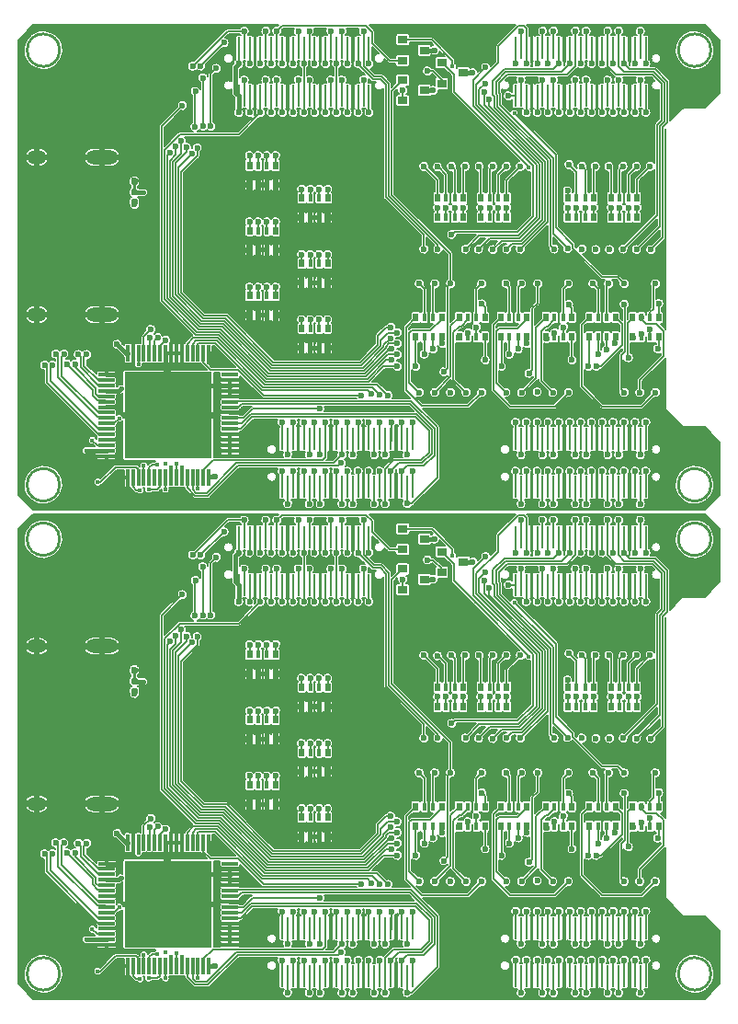
<source format=gbr>
G04 #@! TF.GenerationSoftware,KiCad,Pcbnew,(5.99.0-3349-gc9824bbd9)*
G04 #@! TF.CreationDate,2020-09-22T10:36:58-07:00*
G04 #@! TF.ProjectId,Alchitry_IO_Shield,416c6368-6974-4727-995f-494f5f536869,rev?*
G04 #@! TF.SameCoordinates,Original*
G04 #@! TF.FileFunction,Copper,L4,Bot*
G04 #@! TF.FilePolarity,Positive*
%FSLAX46Y46*%
G04 Gerber Fmt 4.6, Leading zero omitted, Abs format (unit mm)*
G04 Created by KiCad (PCBNEW (5.99.0-3349-gc9824bbd9)) date 2020-09-22 10:36:58*
%MOMM*%
%LPD*%
G01*
G04 APERTURE LIST*
G04 #@! TA.AperFunction,EtchedComponent*
%ADD10C,0.254000*%
G04 #@! TD*
G04 #@! TA.AperFunction,ComponentPad*
%ADD11O,1.800000X1.300000*%
G04 #@! TD*
G04 #@! TA.AperFunction,ComponentPad*
%ADD12O,3.000000X1.300000*%
G04 #@! TD*
G04 #@! TA.AperFunction,SMDPad,CuDef*
%ADD13R,0.500000X0.800000*%
G04 #@! TD*
G04 #@! TA.AperFunction,SMDPad,CuDef*
%ADD14R,0.400000X0.800000*%
G04 #@! TD*
G04 #@! TA.AperFunction,SMDPad,CuDef*
%ADD15R,0.900000X0.800000*%
G04 #@! TD*
G04 #@! TA.AperFunction,SMDPad,CuDef*
%ADD16R,0.300000X1.500000*%
G04 #@! TD*
G04 #@! TA.AperFunction,SMDPad,CuDef*
%ADD17R,1.500000X0.300000*%
G04 #@! TD*
G04 #@! TA.AperFunction,ComponentPad*
%ADD18C,0.600000*%
G04 #@! TD*
G04 #@! TA.AperFunction,SMDPad,CuDef*
%ADD19R,8.000000X8.000000*%
G04 #@! TD*
G04 #@! TA.AperFunction,SMDPad,CuDef*
%ADD20R,0.250000X2.000000*%
G04 #@! TD*
G04 #@! TA.AperFunction,ViaPad*
%ADD21C,0.600000*%
G04 #@! TD*
G04 #@! TA.AperFunction,ViaPad*
%ADD22C,0.400000*%
G04 #@! TD*
G04 #@! TA.AperFunction,Conductor*
%ADD23C,0.152400*%
G04 #@! TD*
G04 #@! TA.AperFunction,Conductor*
%ADD24C,0.127000*%
G04 #@! TD*
G04 #@! TA.AperFunction,Conductor*
%ADD25C,0.381000*%
G04 #@! TD*
G04 APERTURE END LIST*
D10*
X16000000Y-59500000D02*
G75*
G03*
X16000000Y-59500000I-1500000J0D01*
G01*
X76000000Y-99500000D02*
G75*
G03*
X76000000Y-99500000I-1500000J0D01*
G01*
X16000000Y-99500000D02*
G75*
G03*
X16000000Y-99500000I-1500000J0D01*
G01*
X76000000Y-59500000D02*
G75*
G03*
X76000000Y-59500000I-1500000J0D01*
G01*
X16000000Y-14500000D02*
G75*
G03*
X16000000Y-14500000I-1500000J0D01*
G01*
X76000000Y-54500000D02*
G75*
G03*
X76000000Y-54500000I-1500000J0D01*
G01*
X16000000Y-54500000D02*
G75*
G03*
X16000000Y-54500000I-1500000J0D01*
G01*
X76000000Y-14500000D02*
G75*
G03*
X76000000Y-14500000I-1500000J0D01*
G01*
D11*
X13900000Y-83850000D03*
D12*
X19900000Y-69350000D03*
D11*
X13900000Y-69350000D03*
D12*
X19900000Y-83850000D03*
D13*
X51200000Y-85900000D03*
D14*
X50400000Y-85900000D03*
X49600000Y-85900000D03*
D13*
X48800000Y-85900000D03*
X48800000Y-84100000D03*
D14*
X49600000Y-84100000D03*
X50400000Y-84100000D03*
D13*
X51200000Y-84100000D03*
X55200000Y-85900000D03*
D14*
X54400000Y-85900000D03*
X53600000Y-85900000D03*
D13*
X52800000Y-85900000D03*
X52800000Y-84100000D03*
D14*
X53600000Y-84100000D03*
X54400000Y-84100000D03*
D13*
X55200000Y-84100000D03*
X59050000Y-85900000D03*
D14*
X58250000Y-85900000D03*
X57450000Y-85900000D03*
D13*
X56650000Y-85900000D03*
X56650000Y-84100000D03*
D14*
X57450000Y-84100000D03*
X58250000Y-84100000D03*
D13*
X59050000Y-84100000D03*
X67200000Y-85900000D03*
D14*
X66400000Y-85900000D03*
X65600000Y-85900000D03*
D13*
X64800000Y-85900000D03*
X64800000Y-84100000D03*
D14*
X65600000Y-84100000D03*
X66400000Y-84100000D03*
D13*
X67200000Y-84100000D03*
X63200000Y-85900000D03*
D14*
X62400000Y-85900000D03*
X61600000Y-85900000D03*
D13*
X60800000Y-85900000D03*
X60800000Y-84100000D03*
D14*
X61600000Y-84100000D03*
X62400000Y-84100000D03*
D13*
X63200000Y-84100000D03*
X71200000Y-85900000D03*
D14*
X70400000Y-85900000D03*
X69600000Y-85900000D03*
D13*
X68800000Y-85900000D03*
X68800000Y-84100000D03*
D14*
X69600000Y-84100000D03*
X70400000Y-84100000D03*
D13*
X71200000Y-84100000D03*
D15*
X47600000Y-64150000D03*
X47600000Y-62250000D03*
X49600000Y-63200000D03*
X51200000Y-62550000D03*
X51200000Y-60650000D03*
X53200000Y-61600000D03*
X47600000Y-60450000D03*
X47600000Y-58550000D03*
X49600000Y-59500000D03*
D13*
X65200000Y-74900000D03*
D14*
X64400000Y-74900000D03*
X63600000Y-74900000D03*
D13*
X62800000Y-74900000D03*
X62800000Y-73100000D03*
D14*
X63600000Y-73100000D03*
X64400000Y-73100000D03*
D13*
X65200000Y-73100000D03*
X40700000Y-80900000D03*
D14*
X39900000Y-80900000D03*
X39100000Y-80900000D03*
D13*
X38300000Y-80900000D03*
X38300000Y-79100000D03*
D14*
X39100000Y-79100000D03*
X39900000Y-79100000D03*
D13*
X40700000Y-79100000D03*
X35900000Y-83900000D03*
D14*
X35100000Y-83900000D03*
X34300000Y-83900000D03*
D13*
X33500000Y-83900000D03*
X33500000Y-82100000D03*
D14*
X34300000Y-82100000D03*
X35100000Y-82100000D03*
D13*
X35900000Y-82100000D03*
D16*
X29750000Y-98800000D03*
X29250000Y-98800000D03*
X28750000Y-98800000D03*
X28250000Y-98800000D03*
X27750000Y-98800000D03*
X27250000Y-98800000D03*
X26750000Y-98800000D03*
X26250000Y-98800000D03*
X25750000Y-98800000D03*
X25250000Y-98800000D03*
X24750000Y-98800000D03*
X24250000Y-98800000D03*
X23750000Y-98800000D03*
X23250000Y-98800000D03*
X22750000Y-98800000D03*
X22250000Y-98800000D03*
D17*
X20300000Y-96850000D03*
X20300000Y-96350000D03*
X20300000Y-95850000D03*
X20300000Y-95350000D03*
X20300000Y-94850000D03*
X20300000Y-94350000D03*
X20300000Y-93850000D03*
X20300000Y-93350000D03*
X20300000Y-92850000D03*
X20300000Y-92350000D03*
X20300000Y-91850000D03*
X20300000Y-91350000D03*
X20300000Y-90850000D03*
X20300000Y-90350000D03*
X20300000Y-89850000D03*
X20300000Y-89350000D03*
D16*
X22250000Y-87400000D03*
X22750000Y-87400000D03*
X23250000Y-87400000D03*
X23750000Y-87400000D03*
X24250000Y-87400000D03*
X24750000Y-87400000D03*
X25250000Y-87400000D03*
X25750000Y-87400000D03*
X26250000Y-87400000D03*
X26750000Y-87400000D03*
X27250000Y-87400000D03*
X27750000Y-87400000D03*
X28250000Y-87400000D03*
X28750000Y-87400000D03*
X29250000Y-87400000D03*
X29750000Y-87400000D03*
D17*
X31700000Y-89350000D03*
X31700000Y-89850000D03*
X31700000Y-90350000D03*
X31700000Y-90850000D03*
X31700000Y-91350000D03*
X31700000Y-91850000D03*
X31700000Y-92350000D03*
X31700000Y-92850000D03*
X31700000Y-93350000D03*
X31700000Y-93850000D03*
X31700000Y-94350000D03*
X31700000Y-94850000D03*
X31700000Y-95350000D03*
X31700000Y-95850000D03*
X31700000Y-96350000D03*
X31700000Y-96850000D03*
D18*
X23000000Y-96100000D03*
X29000000Y-91600000D03*
X26000000Y-93100000D03*
X26000000Y-90100000D03*
X23000000Y-90100000D03*
X27500000Y-93100000D03*
X27500000Y-96100000D03*
X29000000Y-93100000D03*
X23000000Y-93100000D03*
X29000000Y-90100000D03*
X24500000Y-96100000D03*
X27500000Y-94600000D03*
X24500000Y-94600000D03*
X27500000Y-91600000D03*
X29000000Y-94600000D03*
X23000000Y-94600000D03*
X24500000Y-91600000D03*
X29000000Y-96100000D03*
X24500000Y-90100000D03*
D19*
X26000000Y-93100000D03*
D18*
X27500000Y-90100000D03*
X26000000Y-91600000D03*
X23000000Y-91600000D03*
X26000000Y-96100000D03*
X24500000Y-93100000D03*
X26000000Y-94600000D03*
D13*
X53200000Y-74900000D03*
D14*
X52400000Y-74900000D03*
X51600000Y-74900000D03*
D13*
X50800000Y-74900000D03*
X50800000Y-73100000D03*
D14*
X51600000Y-73100000D03*
X52400000Y-73100000D03*
D13*
X53200000Y-73100000D03*
G04 #@! TA.AperFunction,SMDPad,CuDef*
G36*
G01*
X22727500Y-71305000D02*
X23072500Y-71305000D01*
G75*
G02*
X23220000Y-71452500I0J-147500D01*
G01*
X23220000Y-71747500D01*
G75*
G02*
X23072500Y-71895000I-147500J0D01*
G01*
X22727500Y-71895000D01*
G75*
G02*
X22580000Y-71747500I0J147500D01*
G01*
X22580000Y-71452500D01*
G75*
G02*
X22727500Y-71305000I147500J0D01*
G01*
G37*
G04 #@! TD.AperFunction*
G04 #@! TA.AperFunction,SMDPad,CuDef*
G36*
G01*
X22750000Y-72440000D02*
X22750000Y-71640000D01*
G75*
G02*
X22825000Y-71565000I75000J0D01*
G01*
X22975000Y-71565000D01*
G75*
G02*
X23050000Y-71640000I0J-75000D01*
G01*
X23050000Y-72440000D01*
G75*
G02*
X22975000Y-72515000I-75000J0D01*
G01*
X22825000Y-72515000D01*
G75*
G02*
X22750000Y-72440000I0J75000D01*
G01*
G37*
G04 #@! TD.AperFunction*
G04 #@! TA.AperFunction,SMDPad,CuDef*
G36*
G01*
X22727500Y-72275000D02*
X23072500Y-72275000D01*
G75*
G02*
X23220000Y-72422500I0J-147500D01*
G01*
X23220000Y-72717500D01*
G75*
G02*
X23072500Y-72865000I-147500J0D01*
G01*
X22727500Y-72865000D01*
G75*
G02*
X22580000Y-72717500I0J147500D01*
G01*
X22580000Y-72422500D01*
G75*
G02*
X22727500Y-72275000I147500J0D01*
G01*
G37*
G04 #@! TD.AperFunction*
G04 #@! TA.AperFunction,SMDPad,CuDef*
G36*
G01*
X22727500Y-73190000D02*
X23072500Y-73190000D01*
G75*
G02*
X23220000Y-73337500I0J-147500D01*
G01*
X23220000Y-73632500D01*
G75*
G02*
X23072500Y-73780000I-147500J0D01*
G01*
X22727500Y-73780000D01*
G75*
G02*
X22580000Y-73632500I0J147500D01*
G01*
X22580000Y-73337500D01*
G75*
G02*
X22727500Y-73190000I147500J0D01*
G01*
G37*
G04 #@! TD.AperFunction*
X40700000Y-86900000D03*
D14*
X39900000Y-86900000D03*
X39100000Y-86900000D03*
D13*
X38300000Y-86900000D03*
X38300000Y-85100000D03*
D14*
X39100000Y-85100000D03*
X39900000Y-85100000D03*
D13*
X40700000Y-85100000D03*
X35900000Y-71900000D03*
D14*
X35100000Y-71900000D03*
X34300000Y-71900000D03*
D13*
X33500000Y-71900000D03*
X33500000Y-70100000D03*
D14*
X34300000Y-70100000D03*
X35100000Y-70100000D03*
D13*
X35900000Y-70100000D03*
X35900000Y-77900000D03*
D14*
X35100000Y-77900000D03*
X34300000Y-77900000D03*
D13*
X33500000Y-77900000D03*
X33500000Y-76100000D03*
D14*
X34300000Y-76100000D03*
X35100000Y-76100000D03*
D13*
X35900000Y-76100000D03*
X40700000Y-74900000D03*
D14*
X39900000Y-74900000D03*
X39100000Y-74900000D03*
D13*
X38300000Y-74900000D03*
X38300000Y-73100000D03*
D14*
X39100000Y-73100000D03*
X39900000Y-73100000D03*
D13*
X40700000Y-73100000D03*
X57200000Y-74900000D03*
D14*
X56400000Y-74900000D03*
X55600000Y-74900000D03*
D13*
X54800000Y-74900000D03*
X54800000Y-73100000D03*
D14*
X55600000Y-73100000D03*
X56400000Y-73100000D03*
D13*
X57200000Y-73100000D03*
X69200000Y-74900000D03*
D14*
X68400000Y-74900000D03*
X67600000Y-74900000D03*
D13*
X66800000Y-74900000D03*
X66800000Y-73100000D03*
D14*
X67600000Y-73100000D03*
X68400000Y-73100000D03*
D13*
X69200000Y-73100000D03*
D20*
X32500000Y-63700000D03*
X33000000Y-63700000D03*
X33500000Y-63700000D03*
X34000000Y-63700000D03*
X34500000Y-63700000D03*
X35000000Y-63700000D03*
X35500000Y-63700000D03*
X36000000Y-63700000D03*
X36500000Y-63700000D03*
X37000000Y-63700000D03*
X37500000Y-63700000D03*
X38000000Y-63700000D03*
X38500000Y-63700000D03*
X39000000Y-63700000D03*
X39500000Y-63700000D03*
X40000000Y-63700000D03*
X40500000Y-63700000D03*
X41000000Y-63700000D03*
X41500000Y-63700000D03*
X42000000Y-63700000D03*
X42500000Y-63700000D03*
X43000000Y-63700000D03*
X43500000Y-63700000D03*
X44000000Y-63700000D03*
X44500000Y-63700000D03*
X44500000Y-59300000D03*
X44000000Y-59300000D03*
X43500000Y-59300000D03*
X43000000Y-59300000D03*
X42500000Y-59300000D03*
X42000000Y-59300000D03*
X41500000Y-59300000D03*
X41000000Y-59300000D03*
X40500000Y-59300000D03*
X40000000Y-59300000D03*
X39500000Y-59300000D03*
X39000000Y-59300000D03*
X38500000Y-59300000D03*
X38000000Y-59300000D03*
X37500000Y-59300000D03*
X37000000Y-59300000D03*
X36500000Y-59300000D03*
X36000000Y-59300000D03*
X35500000Y-59300000D03*
X35000000Y-59300000D03*
X34500000Y-59300000D03*
X34000000Y-59300000D03*
X33500000Y-59300000D03*
X33000000Y-59300000D03*
X32500000Y-59300000D03*
X58000000Y-63700000D03*
X58500000Y-63700000D03*
X59000000Y-63700000D03*
X59500000Y-63700000D03*
X60000000Y-63700000D03*
X60500000Y-63700000D03*
X61000000Y-63700000D03*
X61500000Y-63700000D03*
X62000000Y-63700000D03*
X62500000Y-63700000D03*
X63000000Y-63700000D03*
X63500000Y-63700000D03*
X64000000Y-63700000D03*
X64500000Y-63700000D03*
X65000000Y-63700000D03*
X65500000Y-63700000D03*
X66000000Y-63700000D03*
X66500000Y-63700000D03*
X67000000Y-63700000D03*
X67500000Y-63700000D03*
X68000000Y-63700000D03*
X68500000Y-63700000D03*
X69000000Y-63700000D03*
X69500000Y-63700000D03*
X70000000Y-63700000D03*
X70000000Y-59300000D03*
X69500000Y-59300000D03*
X69000000Y-59300000D03*
X68500000Y-59300000D03*
X68000000Y-59300000D03*
X67500000Y-59300000D03*
X67000000Y-59300000D03*
X66500000Y-59300000D03*
X66000000Y-59300000D03*
X65500000Y-59300000D03*
X65000000Y-59300000D03*
X64500000Y-59300000D03*
X64000000Y-59300000D03*
X63500000Y-59300000D03*
X63000000Y-59300000D03*
X62500000Y-59300000D03*
X62000000Y-59300000D03*
X61500000Y-59300000D03*
X61000000Y-59300000D03*
X60500000Y-59300000D03*
X60000000Y-59300000D03*
X59500000Y-59300000D03*
X59000000Y-59300000D03*
X58500000Y-59300000D03*
X58000000Y-59300000D03*
X36500000Y-99700000D03*
X37000000Y-99700000D03*
X37500000Y-99700000D03*
X38000000Y-99700000D03*
X38500000Y-99700000D03*
X39000000Y-99700000D03*
X39500000Y-99700000D03*
X40000000Y-99700000D03*
X40500000Y-99700000D03*
X41000000Y-99700000D03*
X41500000Y-99700000D03*
X42000000Y-99700000D03*
X42500000Y-99700000D03*
X43000000Y-99700000D03*
X43500000Y-99700000D03*
X44000000Y-99700000D03*
X44500000Y-99700000D03*
X45000000Y-99700000D03*
X45500000Y-99700000D03*
X46000000Y-99700000D03*
X46500000Y-99700000D03*
X47000000Y-99700000D03*
X47500000Y-99700000D03*
X48000000Y-99700000D03*
X48500000Y-99700000D03*
X48500000Y-95300000D03*
X48000000Y-95300000D03*
X47500000Y-95300000D03*
X47000000Y-95300000D03*
X46500000Y-95300000D03*
X46000000Y-95300000D03*
X45500000Y-95300000D03*
X45000000Y-95300000D03*
X44500000Y-95300000D03*
X44000000Y-95300000D03*
X43500000Y-95300000D03*
X43000000Y-95300000D03*
X42500000Y-95300000D03*
X42000000Y-95300000D03*
X41500000Y-95300000D03*
X41000000Y-95300000D03*
X40500000Y-95300000D03*
X40000000Y-95300000D03*
X39500000Y-95300000D03*
X39000000Y-95300000D03*
X38500000Y-95300000D03*
X38000000Y-95300000D03*
X37500000Y-95300000D03*
X37000000Y-95300000D03*
X36500000Y-95300000D03*
X58000000Y-99700000D03*
X58500000Y-99700000D03*
X59000000Y-99700000D03*
X59500000Y-99700000D03*
X60000000Y-99700000D03*
X60500000Y-99700000D03*
X61000000Y-99700000D03*
X61500000Y-99700000D03*
X62000000Y-99700000D03*
X62500000Y-99700000D03*
X63000000Y-99700000D03*
X63500000Y-99700000D03*
X64000000Y-99700000D03*
X64500000Y-99700000D03*
X65000000Y-99700000D03*
X65500000Y-99700000D03*
X66000000Y-99700000D03*
X66500000Y-99700000D03*
X67000000Y-99700000D03*
X67500000Y-99700000D03*
X68000000Y-99700000D03*
X68500000Y-99700000D03*
X69000000Y-99700000D03*
X69500000Y-99700000D03*
X70000000Y-99700000D03*
X70000000Y-95300000D03*
X69500000Y-95300000D03*
X69000000Y-95300000D03*
X68500000Y-95300000D03*
X68000000Y-95300000D03*
X67500000Y-95300000D03*
X67000000Y-95300000D03*
X66500000Y-95300000D03*
X66000000Y-95300000D03*
X65500000Y-95300000D03*
X65000000Y-95300000D03*
X64500000Y-95300000D03*
X64000000Y-95300000D03*
X63500000Y-95300000D03*
X63000000Y-95300000D03*
X62500000Y-95300000D03*
X62000000Y-95300000D03*
X61500000Y-95300000D03*
X61000000Y-95300000D03*
X60500000Y-95300000D03*
X60000000Y-95300000D03*
X59500000Y-95300000D03*
X59000000Y-95300000D03*
X58500000Y-95300000D03*
X58000000Y-95300000D03*
X32500000Y-18700000D03*
X33000000Y-18700000D03*
X33500000Y-18700000D03*
X34000000Y-18700000D03*
X34500000Y-18700000D03*
X35000000Y-18700000D03*
X35500000Y-18700000D03*
X36000000Y-18700000D03*
X36500000Y-18700000D03*
X37000000Y-18700000D03*
X37500000Y-18700000D03*
X38000000Y-18700000D03*
X38500000Y-18700000D03*
X39000000Y-18700000D03*
X39500000Y-18700000D03*
X40000000Y-18700000D03*
X40500000Y-18700000D03*
X41000000Y-18700000D03*
X41500000Y-18700000D03*
X42000000Y-18700000D03*
X42500000Y-18700000D03*
X43000000Y-18700000D03*
X43500000Y-18700000D03*
X44000000Y-18700000D03*
X44500000Y-18700000D03*
X44500000Y-14300000D03*
X44000000Y-14300000D03*
X43500000Y-14300000D03*
X43000000Y-14300000D03*
X42500000Y-14300000D03*
X42000000Y-14300000D03*
X41500000Y-14300000D03*
X41000000Y-14300000D03*
X40500000Y-14300000D03*
X40000000Y-14300000D03*
X39500000Y-14300000D03*
X39000000Y-14300000D03*
X38500000Y-14300000D03*
X38000000Y-14300000D03*
X37500000Y-14300000D03*
X37000000Y-14300000D03*
X36500000Y-14300000D03*
X36000000Y-14300000D03*
X35500000Y-14300000D03*
X35000000Y-14300000D03*
X34500000Y-14300000D03*
X34000000Y-14300000D03*
X33500000Y-14300000D03*
X33000000Y-14300000D03*
X32500000Y-14300000D03*
X58000000Y-18700000D03*
X58500000Y-18700000D03*
X59000000Y-18700000D03*
X59500000Y-18700000D03*
X60000000Y-18700000D03*
X60500000Y-18700000D03*
X61000000Y-18700000D03*
X61500000Y-18700000D03*
X62000000Y-18700000D03*
X62500000Y-18700000D03*
X63000000Y-18700000D03*
X63500000Y-18700000D03*
X64000000Y-18700000D03*
X64500000Y-18700000D03*
X65000000Y-18700000D03*
X65500000Y-18700000D03*
X66000000Y-18700000D03*
X66500000Y-18700000D03*
X67000000Y-18700000D03*
X67500000Y-18700000D03*
X68000000Y-18700000D03*
X68500000Y-18700000D03*
X69000000Y-18700000D03*
X69500000Y-18700000D03*
X70000000Y-18700000D03*
X70000000Y-14300000D03*
X69500000Y-14300000D03*
X69000000Y-14300000D03*
X68500000Y-14300000D03*
X68000000Y-14300000D03*
X67500000Y-14300000D03*
X67000000Y-14300000D03*
X66500000Y-14300000D03*
X66000000Y-14300000D03*
X65500000Y-14300000D03*
X65000000Y-14300000D03*
X64500000Y-14300000D03*
X64000000Y-14300000D03*
X63500000Y-14300000D03*
X63000000Y-14300000D03*
X62500000Y-14300000D03*
X62000000Y-14300000D03*
X61500000Y-14300000D03*
X61000000Y-14300000D03*
X60500000Y-14300000D03*
X60000000Y-14300000D03*
X59500000Y-14300000D03*
X59000000Y-14300000D03*
X58500000Y-14300000D03*
X58000000Y-14300000D03*
X36500000Y-54700000D03*
X37000000Y-54700000D03*
X37500000Y-54700000D03*
X38000000Y-54700000D03*
X38500000Y-54700000D03*
X39000000Y-54700000D03*
X39500000Y-54700000D03*
X40000000Y-54700000D03*
X40500000Y-54700000D03*
X41000000Y-54700000D03*
X41500000Y-54700000D03*
X42000000Y-54700000D03*
X42500000Y-54700000D03*
X43000000Y-54700000D03*
X43500000Y-54700000D03*
X44000000Y-54700000D03*
X44500000Y-54700000D03*
X45000000Y-54700000D03*
X45500000Y-54700000D03*
X46000000Y-54700000D03*
X46500000Y-54700000D03*
X47000000Y-54700000D03*
X47500000Y-54700000D03*
X48000000Y-54700000D03*
X48500000Y-54700000D03*
X48500000Y-50300000D03*
X48000000Y-50300000D03*
X47500000Y-50300000D03*
X47000000Y-50300000D03*
X46500000Y-50300000D03*
X46000000Y-50300000D03*
X45500000Y-50300000D03*
X45000000Y-50300000D03*
X44500000Y-50300000D03*
X44000000Y-50300000D03*
X43500000Y-50300000D03*
X43000000Y-50300000D03*
X42500000Y-50300000D03*
X42000000Y-50300000D03*
X41500000Y-50300000D03*
X41000000Y-50300000D03*
X40500000Y-50300000D03*
X40000000Y-50300000D03*
X39500000Y-50300000D03*
X39000000Y-50300000D03*
X38500000Y-50300000D03*
X38000000Y-50300000D03*
X37500000Y-50300000D03*
X37000000Y-50300000D03*
X36500000Y-50300000D03*
X58000000Y-54700000D03*
X58500000Y-54700000D03*
X59000000Y-54700000D03*
X59500000Y-54700000D03*
X60000000Y-54700000D03*
X60500000Y-54700000D03*
X61000000Y-54700000D03*
X61500000Y-54700000D03*
X62000000Y-54700000D03*
X62500000Y-54700000D03*
X63000000Y-54700000D03*
X63500000Y-54700000D03*
X64000000Y-54700000D03*
X64500000Y-54700000D03*
X65000000Y-54700000D03*
X65500000Y-54700000D03*
X66000000Y-54700000D03*
X66500000Y-54700000D03*
X67000000Y-54700000D03*
X67500000Y-54700000D03*
X68000000Y-54700000D03*
X68500000Y-54700000D03*
X69000000Y-54700000D03*
X69500000Y-54700000D03*
X70000000Y-54700000D03*
X70000000Y-50300000D03*
X69500000Y-50300000D03*
X69000000Y-50300000D03*
X68500000Y-50300000D03*
X68000000Y-50300000D03*
X67500000Y-50300000D03*
X67000000Y-50300000D03*
X66500000Y-50300000D03*
X66000000Y-50300000D03*
X65500000Y-50300000D03*
X65000000Y-50300000D03*
X64500000Y-50300000D03*
X64000000Y-50300000D03*
X63500000Y-50300000D03*
X63000000Y-50300000D03*
X62500000Y-50300000D03*
X62000000Y-50300000D03*
X61500000Y-50300000D03*
X61000000Y-50300000D03*
X60500000Y-50300000D03*
X60000000Y-50300000D03*
X59500000Y-50300000D03*
X59000000Y-50300000D03*
X58500000Y-50300000D03*
X58000000Y-50300000D03*
D11*
X13900000Y-38850000D03*
D12*
X19900000Y-24350000D03*
D11*
X13900000Y-24350000D03*
D12*
X19900000Y-38850000D03*
D13*
X69200000Y-29900000D03*
D14*
X68400000Y-29900000D03*
X67600000Y-29900000D03*
D13*
X66800000Y-29900000D03*
X66800000Y-28100000D03*
D14*
X67600000Y-28100000D03*
X68400000Y-28100000D03*
D13*
X69200000Y-28100000D03*
X65200000Y-29900000D03*
D14*
X64400000Y-29900000D03*
X63600000Y-29900000D03*
D13*
X62800000Y-29900000D03*
X62800000Y-28100000D03*
D14*
X63600000Y-28100000D03*
X64400000Y-28100000D03*
D13*
X65200000Y-28100000D03*
X57200000Y-29900000D03*
D14*
X56400000Y-29900000D03*
X55600000Y-29900000D03*
D13*
X54800000Y-29900000D03*
X54800000Y-28100000D03*
D14*
X55600000Y-28100000D03*
X56400000Y-28100000D03*
D13*
X57200000Y-28100000D03*
X53200000Y-29900000D03*
D14*
X52400000Y-29900000D03*
X51600000Y-29900000D03*
D13*
X50800000Y-29900000D03*
X50800000Y-28100000D03*
D14*
X51600000Y-28100000D03*
X52400000Y-28100000D03*
D13*
X53200000Y-28100000D03*
D16*
X29750000Y-53800000D03*
X29250000Y-53800000D03*
X28750000Y-53800000D03*
X28250000Y-53800000D03*
X27750000Y-53800000D03*
X27250000Y-53800000D03*
X26750000Y-53800000D03*
X26250000Y-53800000D03*
X25750000Y-53800000D03*
X25250000Y-53800000D03*
X24750000Y-53800000D03*
X24250000Y-53800000D03*
X23750000Y-53800000D03*
X23250000Y-53800000D03*
X22750000Y-53800000D03*
X22250000Y-53800000D03*
D17*
X20300000Y-51850000D03*
X20300000Y-51350000D03*
X20300000Y-50850000D03*
X20300000Y-50350000D03*
X20300000Y-49850000D03*
X20300000Y-49350000D03*
X20300000Y-48850000D03*
X20300000Y-48350000D03*
X20300000Y-47850000D03*
X20300000Y-47350000D03*
X20300000Y-46850000D03*
X20300000Y-46350000D03*
X20300000Y-45850000D03*
X20300000Y-45350000D03*
X20300000Y-44850000D03*
X20300000Y-44350000D03*
D16*
X22250000Y-42400000D03*
X22750000Y-42400000D03*
X23250000Y-42400000D03*
X23750000Y-42400000D03*
X24250000Y-42400000D03*
X24750000Y-42400000D03*
X25250000Y-42400000D03*
X25750000Y-42400000D03*
X26250000Y-42400000D03*
X26750000Y-42400000D03*
X27250000Y-42400000D03*
X27750000Y-42400000D03*
X28250000Y-42400000D03*
X28750000Y-42400000D03*
X29250000Y-42400000D03*
X29750000Y-42400000D03*
D17*
X31700000Y-44350000D03*
X31700000Y-44850000D03*
X31700000Y-45350000D03*
X31700000Y-45850000D03*
X31700000Y-46350000D03*
X31700000Y-46850000D03*
X31700000Y-47350000D03*
X31700000Y-47850000D03*
X31700000Y-48350000D03*
X31700000Y-48850000D03*
X31700000Y-49350000D03*
X31700000Y-49850000D03*
X31700000Y-50350000D03*
X31700000Y-50850000D03*
X31700000Y-51350000D03*
X31700000Y-51850000D03*
D18*
X23000000Y-51100000D03*
X29000000Y-46600000D03*
X26000000Y-48100000D03*
X26000000Y-45100000D03*
X23000000Y-45100000D03*
X27500000Y-48100000D03*
X27500000Y-51100000D03*
X29000000Y-48100000D03*
X23000000Y-48100000D03*
X29000000Y-45100000D03*
X24500000Y-51100000D03*
X27500000Y-49600000D03*
X24500000Y-49600000D03*
X27500000Y-46600000D03*
X29000000Y-49600000D03*
X23000000Y-49600000D03*
X24500000Y-46600000D03*
X29000000Y-51100000D03*
X24500000Y-45100000D03*
D19*
X26000000Y-48100000D03*
D18*
X27500000Y-45100000D03*
X26000000Y-46600000D03*
X23000000Y-46600000D03*
X26000000Y-51100000D03*
X24500000Y-48100000D03*
X26000000Y-49600000D03*
D13*
X35900000Y-38900000D03*
D14*
X35100000Y-38900000D03*
X34300000Y-38900000D03*
D13*
X33500000Y-38900000D03*
X33500000Y-37100000D03*
D14*
X34300000Y-37100000D03*
X35100000Y-37100000D03*
D13*
X35900000Y-37100000D03*
X40700000Y-35900000D03*
D14*
X39900000Y-35900000D03*
X39100000Y-35900000D03*
D13*
X38300000Y-35900000D03*
X38300000Y-34100000D03*
D14*
X39100000Y-34100000D03*
X39900000Y-34100000D03*
D13*
X40700000Y-34100000D03*
X40700000Y-29900000D03*
D14*
X39900000Y-29900000D03*
X39100000Y-29900000D03*
D13*
X38300000Y-29900000D03*
X38300000Y-28100000D03*
D14*
X39100000Y-28100000D03*
X39900000Y-28100000D03*
D13*
X40700000Y-28100000D03*
X35900000Y-32900000D03*
D14*
X35100000Y-32900000D03*
X34300000Y-32900000D03*
D13*
X33500000Y-32900000D03*
X33500000Y-31100000D03*
D14*
X34300000Y-31100000D03*
X35100000Y-31100000D03*
D13*
X35900000Y-31100000D03*
X35900000Y-26900000D03*
D14*
X35100000Y-26900000D03*
X34300000Y-26900000D03*
D13*
X33500000Y-26900000D03*
X33500000Y-25100000D03*
D14*
X34300000Y-25100000D03*
X35100000Y-25100000D03*
D13*
X35900000Y-25100000D03*
X40700000Y-41900000D03*
D14*
X39900000Y-41900000D03*
X39100000Y-41900000D03*
D13*
X38300000Y-41900000D03*
X38300000Y-40100000D03*
D14*
X39100000Y-40100000D03*
X39900000Y-40100000D03*
D13*
X40700000Y-40100000D03*
G04 #@! TA.AperFunction,SMDPad,CuDef*
G36*
G01*
X22727500Y-26305000D02*
X23072500Y-26305000D01*
G75*
G02*
X23220000Y-26452500I0J-147500D01*
G01*
X23220000Y-26747500D01*
G75*
G02*
X23072500Y-26895000I-147500J0D01*
G01*
X22727500Y-26895000D01*
G75*
G02*
X22580000Y-26747500I0J147500D01*
G01*
X22580000Y-26452500D01*
G75*
G02*
X22727500Y-26305000I147500J0D01*
G01*
G37*
G04 #@! TD.AperFunction*
G04 #@! TA.AperFunction,SMDPad,CuDef*
G36*
G01*
X22750000Y-27440000D02*
X22750000Y-26640000D01*
G75*
G02*
X22825000Y-26565000I75000J0D01*
G01*
X22975000Y-26565000D01*
G75*
G02*
X23050000Y-26640000I0J-75000D01*
G01*
X23050000Y-27440000D01*
G75*
G02*
X22975000Y-27515000I-75000J0D01*
G01*
X22825000Y-27515000D01*
G75*
G02*
X22750000Y-27440000I0J75000D01*
G01*
G37*
G04 #@! TD.AperFunction*
G04 #@! TA.AperFunction,SMDPad,CuDef*
G36*
G01*
X22727500Y-27275000D02*
X23072500Y-27275000D01*
G75*
G02*
X23220000Y-27422500I0J-147500D01*
G01*
X23220000Y-27717500D01*
G75*
G02*
X23072500Y-27865000I-147500J0D01*
G01*
X22727500Y-27865000D01*
G75*
G02*
X22580000Y-27717500I0J147500D01*
G01*
X22580000Y-27422500D01*
G75*
G02*
X22727500Y-27275000I147500J0D01*
G01*
G37*
G04 #@! TD.AperFunction*
G04 #@! TA.AperFunction,SMDPad,CuDef*
G36*
G01*
X22727500Y-28190000D02*
X23072500Y-28190000D01*
G75*
G02*
X23220000Y-28337500I0J-147500D01*
G01*
X23220000Y-28632500D01*
G75*
G02*
X23072500Y-28780000I-147500J0D01*
G01*
X22727500Y-28780000D01*
G75*
G02*
X22580000Y-28632500I0J147500D01*
G01*
X22580000Y-28337500D01*
G75*
G02*
X22727500Y-28190000I147500J0D01*
G01*
G37*
G04 #@! TD.AperFunction*
D15*
X47600000Y-15450000D03*
X47600000Y-13550000D03*
X49600000Y-14500000D03*
X51200000Y-17550000D03*
X51200000Y-15650000D03*
X53200000Y-16600000D03*
X47600000Y-19150000D03*
X47600000Y-17250000D03*
X49600000Y-18200000D03*
D13*
X71200000Y-40900000D03*
D14*
X70400000Y-40900000D03*
X69600000Y-40900000D03*
D13*
X68800000Y-40900000D03*
X68800000Y-39100000D03*
D14*
X69600000Y-39100000D03*
X70400000Y-39100000D03*
D13*
X71200000Y-39100000D03*
X63200000Y-40900000D03*
D14*
X62400000Y-40900000D03*
X61600000Y-40900000D03*
D13*
X60800000Y-40900000D03*
X60800000Y-39100000D03*
D14*
X61600000Y-39100000D03*
X62400000Y-39100000D03*
D13*
X63200000Y-39100000D03*
X67200000Y-40900000D03*
D14*
X66400000Y-40900000D03*
X65600000Y-40900000D03*
D13*
X64800000Y-40900000D03*
X64800000Y-39100000D03*
D14*
X65600000Y-39100000D03*
X66400000Y-39100000D03*
D13*
X67200000Y-39100000D03*
X59050000Y-40900000D03*
D14*
X58250000Y-40900000D03*
X57450000Y-40900000D03*
D13*
X56650000Y-40900000D03*
X56650000Y-39100000D03*
D14*
X57450000Y-39100000D03*
X58250000Y-39100000D03*
D13*
X59050000Y-39100000D03*
X55200000Y-40900000D03*
D14*
X54400000Y-40900000D03*
X53600000Y-40900000D03*
D13*
X52800000Y-40900000D03*
X52800000Y-39100000D03*
D14*
X53600000Y-39100000D03*
X54400000Y-39100000D03*
D13*
X55200000Y-39100000D03*
X51200000Y-40900000D03*
D14*
X50400000Y-40900000D03*
X49600000Y-40900000D03*
D13*
X48800000Y-40900000D03*
X48800000Y-39100000D03*
D14*
X49600000Y-39100000D03*
X50400000Y-39100000D03*
D13*
X51200000Y-39100000D03*
D21*
X49120000Y-91000000D03*
X57120000Y-81000000D03*
X58560000Y-81000000D03*
X62890510Y-82900000D03*
X62880000Y-81000000D03*
X62880000Y-91000000D03*
X61440000Y-91000000D03*
X59238468Y-89239261D03*
X60050000Y-81000000D03*
X60000000Y-90950000D03*
D22*
X59209500Y-70323487D03*
D21*
X58560000Y-91000000D03*
X57120000Y-91000000D03*
X65120000Y-81000000D03*
X66560000Y-81000000D03*
X71200000Y-82827040D03*
X70880000Y-81000000D03*
X70880000Y-91000000D03*
X69440000Y-91000000D03*
X69600000Y-84100000D03*
X68000000Y-81000000D03*
X68000000Y-82900000D03*
X68000000Y-91000000D03*
D22*
X52200000Y-61000000D03*
X57888155Y-65311845D03*
D21*
X68400000Y-87800000D03*
X65427011Y-88600473D03*
X66000000Y-93750000D03*
X66500000Y-96750000D03*
X67500000Y-96750000D03*
X68000000Y-93750000D03*
X37500000Y-93750008D03*
X69000000Y-93750000D03*
X69500000Y-96750000D03*
X69500000Y-101250000D03*
X69000000Y-98250000D03*
X68000000Y-98250000D03*
X38500000Y-93750008D03*
X67500000Y-101250000D03*
X66500000Y-101250000D03*
X37000000Y-96750000D03*
X66000000Y-98250000D03*
X65000000Y-98250000D03*
X64500000Y-101250000D03*
X63500000Y-101250000D03*
X63000000Y-98250000D03*
X62000000Y-98250000D03*
X61500000Y-101250000D03*
X60500000Y-101250000D03*
X60000000Y-98250000D03*
X59000000Y-98250000D03*
X58500000Y-101250000D03*
X58000000Y-98250000D03*
X36500000Y-93750000D03*
X39000000Y-96750000D03*
X45500000Y-93750000D03*
X48550000Y-93750000D03*
X69500000Y-57750000D03*
X69000000Y-60750000D03*
X69000000Y-65250000D03*
X69500000Y-62250000D03*
X36000000Y-62250000D03*
X47600000Y-63200000D03*
X63200000Y-88000000D03*
X46585925Y-88014075D03*
X55200000Y-88000000D03*
X71100000Y-87000000D03*
X34500000Y-65250000D03*
X48500000Y-98253210D03*
X45000000Y-101250000D03*
X65606006Y-87481020D03*
X47100000Y-87500000D03*
X57450000Y-87481011D03*
X33000000Y-62250000D03*
X49600000Y-87481012D03*
X26200000Y-68900000D03*
X36000000Y-57750000D03*
X70400000Y-85181011D03*
X46500000Y-85000000D03*
X62400000Y-85000000D03*
X35000000Y-62250000D03*
X54400000Y-85000000D03*
X28681086Y-68490559D03*
X44500000Y-98250000D03*
X43500000Y-98250000D03*
X43000000Y-101250000D03*
X35000000Y-57750000D03*
X28472866Y-66550031D03*
X29000000Y-60960000D03*
X59050000Y-86481020D03*
X28500000Y-63300000D03*
X67156764Y-86490707D03*
X31150000Y-58820000D03*
X51250000Y-86500000D03*
X47100000Y-86500000D03*
X27191448Y-67831448D03*
X46571619Y-86999344D03*
X33500000Y-65250000D03*
X58250000Y-86990510D03*
X50393439Y-86990510D03*
X66400000Y-87050000D03*
X26690500Y-68360902D03*
X42000000Y-101250000D03*
X36500000Y-60750000D03*
X49890000Y-61410000D03*
X30430000Y-61169500D03*
X61600000Y-85500000D03*
X33500000Y-60750000D03*
X47100000Y-85500000D03*
X29924747Y-66494510D03*
X53600000Y-85500000D03*
X69600000Y-85600000D03*
X28172448Y-69010000D03*
X58000000Y-93750000D03*
X58500000Y-96749996D03*
X59000000Y-93750000D03*
X60000000Y-93750000D03*
X60500000Y-96750000D03*
X61500000Y-96750000D03*
X62000000Y-93750000D03*
X63000000Y-93750000D03*
X63500000Y-96750000D03*
X64500000Y-96750000D03*
X65000000Y-93750000D03*
X49120000Y-81000000D03*
X50560000Y-81000000D03*
X54900000Y-82850000D03*
X54880000Y-81000000D03*
X54880000Y-91000000D03*
X53440000Y-91000000D03*
X52000000Y-81000000D03*
X51400000Y-89100000D03*
X52000000Y-91000000D03*
X50560000Y-91000000D03*
X70000000Y-60750000D03*
X61000000Y-93750000D03*
X41500000Y-65250000D03*
X57200000Y-74000000D03*
X68400000Y-74000000D03*
X67000000Y-98250000D03*
D22*
X25778635Y-97514318D03*
D21*
X70000000Y-65250000D03*
X39500000Y-93750000D03*
X52400000Y-74000000D03*
X69200000Y-74000000D03*
X67600000Y-74000000D03*
X21300000Y-86575000D03*
D22*
X25000000Y-97650000D03*
D21*
X67000000Y-60750000D03*
X62800000Y-74000000D03*
X38500000Y-60750000D03*
X70000000Y-93750000D03*
X22900000Y-71512500D03*
X38500000Y-65250000D03*
X32498157Y-65248157D03*
X22900000Y-73700000D03*
X32500000Y-60750000D03*
D22*
X26250000Y-97900000D03*
X26750042Y-97583348D03*
X27250000Y-97900000D03*
X23750000Y-97750000D03*
X19500000Y-99250000D03*
D21*
X48000000Y-101217764D03*
X47500000Y-98250000D03*
X46500000Y-98250000D03*
X46000000Y-101250000D03*
X40000000Y-92509425D03*
X40000000Y-96750000D03*
X40500000Y-93749992D03*
X41500000Y-93749994D03*
X41946979Y-97496694D03*
X42000000Y-96750000D03*
X47994844Y-96744844D03*
X46242998Y-91274404D03*
X45482485Y-91207564D03*
X47500000Y-93749988D03*
X46600000Y-93749992D03*
X44738342Y-91156914D03*
X46000000Y-96750000D03*
X43750000Y-91250000D03*
X24400000Y-85200000D03*
X45000000Y-96750008D03*
X24312442Y-85981231D03*
X44500000Y-93749994D03*
X43500000Y-93750000D03*
X25040665Y-85946694D03*
X43000000Y-96750000D03*
X25767674Y-86198532D03*
X68000000Y-65250000D03*
X70400000Y-70200000D03*
X33500000Y-69200000D03*
X67500000Y-62250000D03*
X40700000Y-84300000D03*
X66500000Y-62250000D03*
X39900000Y-84300000D03*
X66000000Y-65250000D03*
X39100000Y-84300000D03*
X65000000Y-65250000D03*
X38300000Y-84300000D03*
X64500000Y-62250000D03*
X35900000Y-81300000D03*
X63500000Y-62250000D03*
X35100000Y-81300000D03*
X63000000Y-65250000D03*
X34300000Y-81300000D03*
X62000000Y-65250000D03*
X33500000Y-81300000D03*
X61500000Y-62250000D03*
X40700000Y-78300000D03*
X60500000Y-62250000D03*
X39900000Y-78300000D03*
X60000000Y-65250000D03*
X39100000Y-78300000D03*
X59000000Y-65250000D03*
X38300000Y-78300000D03*
X58500000Y-62250000D03*
X35900000Y-75300000D03*
X44000000Y-62250000D03*
X35100000Y-75300000D03*
X43500000Y-65250000D03*
X34300000Y-75300000D03*
X42500000Y-65250000D03*
X33500000Y-75300000D03*
X42000000Y-62250000D03*
X40700000Y-72300000D03*
X41000000Y-62250000D03*
X39900000Y-72300000D03*
X40500000Y-65250000D03*
X39100000Y-72300000D03*
X39500000Y-65250000D03*
X38300000Y-72300000D03*
X39000000Y-62250000D03*
X35900000Y-69200000D03*
X38000000Y-62250000D03*
X35100000Y-69200000D03*
X37500000Y-65250000D03*
X34300000Y-69200000D03*
D22*
X23250000Y-88400000D03*
X19000000Y-95400000D03*
X28750000Y-99850000D03*
X23400000Y-100000000D03*
X24200000Y-99900000D03*
X25750000Y-99900000D03*
D21*
X66600000Y-70200000D03*
X67900000Y-70200000D03*
X69150000Y-70200000D03*
X27300000Y-64600000D03*
X28250000Y-60970000D03*
X48800000Y-88600000D03*
X33000000Y-57750000D03*
X56700000Y-88600000D03*
X47100000Y-88600000D03*
X64700000Y-88600000D03*
X36500000Y-65250000D03*
X52778374Y-85990510D03*
X27681948Y-68436801D03*
X29190000Y-62040000D03*
X68850009Y-85994158D03*
X34500000Y-60750000D03*
X46500000Y-86000000D03*
X60850009Y-86050000D03*
X29197744Y-66494510D03*
X41500000Y-98250000D03*
X40500000Y-98250000D03*
X40000000Y-101250000D03*
X39000000Y-101250000D03*
X38500000Y-98250004D03*
X37500000Y-98250000D03*
X37000000Y-101249994D03*
X36500000Y-98250000D03*
X58000000Y-60750000D03*
X57340000Y-63700000D03*
X53350000Y-70200000D03*
X52100000Y-70200000D03*
X50800000Y-70250000D03*
X49550000Y-70200000D03*
X58450000Y-70200000D03*
X57150000Y-70200000D03*
X37500000Y-60750000D03*
X38000000Y-57750000D03*
X39000000Y-57750000D03*
X39500000Y-60750000D03*
X40500000Y-60750000D03*
X41000000Y-57750000D03*
X42000000Y-57750000D03*
X42500000Y-60750000D03*
X43500000Y-60750000D03*
X49550000Y-77800000D03*
X50850000Y-77800000D03*
X44000000Y-57750000D03*
X52120000Y-76460000D03*
X58500000Y-57750000D03*
X55253164Y-61103164D03*
X53400000Y-77800000D03*
X59000000Y-60750000D03*
X60000000Y-60750000D03*
X55220841Y-62551613D03*
X54600000Y-77800000D03*
X60500000Y-57750000D03*
X55900000Y-77850000D03*
X55135800Y-63330326D03*
X55585989Y-63999999D03*
X61500000Y-57750000D03*
X57200000Y-77800000D03*
X62000000Y-60750000D03*
X58450000Y-77800000D03*
X61550000Y-77800000D03*
X63000000Y-60750000D03*
X63500000Y-57750000D03*
X62800000Y-77750000D03*
X64100000Y-77800000D03*
X64500000Y-57750000D03*
X65400000Y-77850000D03*
X65000000Y-60750000D03*
X66000000Y-60750000D03*
X66650000Y-77850000D03*
X66500000Y-57750000D03*
X67900000Y-77800000D03*
X69150000Y-77850000D03*
X67500000Y-57750000D03*
X68000000Y-60750000D03*
X70450000Y-77850000D03*
X55900000Y-70200000D03*
X54650000Y-70200000D03*
X65350000Y-70200000D03*
X64100000Y-70200000D03*
X62918686Y-70031314D03*
X62800000Y-72450000D03*
X64000000Y-60750000D03*
X67000000Y-93750000D03*
X61000000Y-60750000D03*
D22*
X23750000Y-72600000D03*
X18450000Y-96350000D03*
D21*
X41500000Y-60750000D03*
X67000000Y-65250000D03*
X35500000Y-60750000D03*
X50398922Y-63193054D03*
X30350000Y-98750000D03*
X64000000Y-98250000D03*
X65200000Y-74000000D03*
X64400000Y-74000000D03*
X44500000Y-65250000D03*
X54060000Y-61590000D03*
X61000000Y-98250000D03*
X64000000Y-65250000D03*
X42500000Y-98250000D03*
X66800000Y-74000000D03*
X63600000Y-74000000D03*
X50530000Y-59500000D03*
D22*
X21491906Y-93373494D03*
D21*
X53200000Y-74000000D03*
X56400000Y-74000000D03*
X54800000Y-74000000D03*
X42500000Y-93750000D03*
X51600000Y-74000000D03*
X70000000Y-98250000D03*
X44500000Y-60750000D03*
X55600000Y-74000000D03*
X45500000Y-98250000D03*
X60998552Y-65248552D03*
D22*
X21650000Y-90650000D03*
D21*
X64000000Y-93750000D03*
X50800000Y-74000000D03*
X39500000Y-98250000D03*
X35500000Y-65250000D03*
X18476200Y-87500000D03*
X17723800Y-87500000D03*
X17429661Y-88376184D03*
X16677261Y-88376184D03*
X16397861Y-87451451D03*
X15645461Y-87451451D03*
X15366061Y-88469702D03*
X14613661Y-88469702D03*
X65500000Y-57750000D03*
X16000000Y-75000000D03*
X59500000Y-96750000D03*
X18000000Y-74000000D03*
X23000000Y-75000000D03*
X65500000Y-101250000D03*
X68500000Y-62250000D03*
X21600000Y-89350000D03*
X23000000Y-76000000D03*
X62500000Y-62250000D03*
X16000000Y-76000000D03*
X47000000Y-96750000D03*
X17000000Y-74000000D03*
X16000000Y-77000000D03*
D22*
X18000000Y-97000000D03*
D21*
X40000000Y-57750000D03*
X37000000Y-57750000D03*
X41000000Y-96750000D03*
X32751936Y-92801936D03*
X62500000Y-101250000D03*
X44000000Y-96750000D03*
X18000000Y-72000000D03*
X68500000Y-57750000D03*
X16000000Y-73000000D03*
X41000000Y-92509426D03*
X30500000Y-88340000D03*
X32800000Y-90850000D03*
X44000000Y-101250000D03*
X59500000Y-62250000D03*
X59500000Y-57750000D03*
X18000000Y-73000000D03*
X23000000Y-80000000D03*
X23000000Y-78000000D03*
X23000000Y-77000000D03*
X41000000Y-101250000D03*
X17000000Y-72000000D03*
X37000000Y-62250000D03*
X38000000Y-96750000D03*
X32800000Y-100400000D03*
X17000000Y-75000000D03*
X17000000Y-73000000D03*
X23000000Y-81000000D03*
X59500000Y-101250000D03*
X34000000Y-62250000D03*
X23000000Y-79000000D03*
X34000000Y-57750000D03*
X16000000Y-74000000D03*
X18000000Y-75000000D03*
X65500000Y-62250000D03*
X17000000Y-93450000D03*
X43000000Y-62250000D03*
X16000000Y-72000000D03*
X43000000Y-57750000D03*
X68500000Y-101250000D03*
X68510000Y-96750000D03*
X38000000Y-101250000D03*
X62500000Y-57750000D03*
X62500000Y-96750000D03*
X40000000Y-62250000D03*
X47000000Y-101217768D03*
X17000000Y-76000000D03*
X65500000Y-96750000D03*
X65500000Y-51750000D03*
X17000000Y-31000000D03*
X47000000Y-56217768D03*
X40000000Y-17250000D03*
X62500000Y-51750000D03*
X62500000Y-12750000D03*
X38000000Y-56250000D03*
X68510000Y-51750000D03*
X68500000Y-56250000D03*
X43000000Y-12750000D03*
X16000000Y-27000000D03*
X43000000Y-17250000D03*
X17000000Y-48450000D03*
X65500000Y-17250000D03*
X18000000Y-30000000D03*
X16000000Y-29000000D03*
X34000000Y-12750000D03*
X23000000Y-34000000D03*
X34000000Y-17250000D03*
X59500000Y-56250000D03*
X23000000Y-36000000D03*
X17000000Y-28000000D03*
X17000000Y-30000000D03*
X32800000Y-55400000D03*
X38000000Y-51750000D03*
X37000000Y-17250000D03*
X17000000Y-27000000D03*
X41000000Y-56250000D03*
X23000000Y-32000000D03*
X23000000Y-33000000D03*
X23000000Y-35000000D03*
X18000000Y-28000000D03*
X59500000Y-12750000D03*
X59500000Y-17250000D03*
X44000000Y-56250000D03*
X32800000Y-45850000D03*
X30500000Y-43340000D03*
X41000000Y-47509426D03*
X16000000Y-28000000D03*
X68500000Y-12750000D03*
X18000000Y-27000000D03*
X44000000Y-51750000D03*
X62500000Y-56250000D03*
X32751936Y-47801936D03*
X41000000Y-51750000D03*
X37000000Y-12750000D03*
X40000000Y-12750000D03*
D22*
X18000000Y-52000000D03*
D21*
X16000000Y-32000000D03*
X17000000Y-29000000D03*
X47000000Y-51750000D03*
X16000000Y-31000000D03*
X62500000Y-17250000D03*
X23000000Y-31000000D03*
X21600000Y-44350000D03*
X68500000Y-17250000D03*
X65500000Y-56250000D03*
X23000000Y-30000000D03*
X18000000Y-29000000D03*
X59500000Y-51750000D03*
X16000000Y-30000000D03*
X65500000Y-12750000D03*
X14613661Y-43469702D03*
X15366061Y-43469702D03*
X15645461Y-42451451D03*
X16397861Y-42451451D03*
X16677261Y-43376184D03*
X17429661Y-43376184D03*
X17723800Y-42500000D03*
X18476200Y-42500000D03*
X35500000Y-20250000D03*
X39500000Y-53250000D03*
X50800000Y-29000000D03*
X64000000Y-48750000D03*
D22*
X21650000Y-45650000D03*
D21*
X60998552Y-20248552D03*
X45500000Y-53250000D03*
X55600000Y-29000000D03*
X44500000Y-15750000D03*
X70000000Y-53250000D03*
X51600000Y-29000000D03*
X42500000Y-48750000D03*
X54800000Y-29000000D03*
X56400000Y-29000000D03*
X53200000Y-29000000D03*
D22*
X21491906Y-48373494D03*
D21*
X50530000Y-14500000D03*
X63600000Y-29000000D03*
X66800000Y-29000000D03*
X42500000Y-53250000D03*
X64000000Y-20250000D03*
X61000000Y-53250000D03*
X54060000Y-16590000D03*
X44500000Y-20250000D03*
X64400000Y-29000000D03*
X65200000Y-29000000D03*
X64000000Y-53250000D03*
X30350000Y-53750000D03*
X50398922Y-18193054D03*
X35500000Y-15750000D03*
X67000000Y-20250000D03*
X41500000Y-15750000D03*
D22*
X18450000Y-51350000D03*
X23750000Y-27600000D03*
D21*
X61000000Y-15750000D03*
X67000000Y-48750000D03*
X64000000Y-15750000D03*
X70000000Y-15750000D03*
X61000000Y-48750000D03*
X41500000Y-20250000D03*
X57200000Y-29000000D03*
X68400000Y-29000000D03*
X67000000Y-53250000D03*
D22*
X25778635Y-52514318D03*
D21*
X70000000Y-20250000D03*
X39500000Y-48750000D03*
X52400000Y-29000000D03*
X69200000Y-29000000D03*
X67600000Y-29000000D03*
X21300000Y-41575000D03*
D22*
X25000000Y-52650000D03*
D21*
X67000000Y-15750000D03*
X62800000Y-29000000D03*
X38500000Y-15750000D03*
X70000000Y-48750000D03*
X22900000Y-26512500D03*
X38500000Y-20250000D03*
X32498157Y-20248157D03*
X22900000Y-28700000D03*
X32500000Y-15750000D03*
D22*
X26250000Y-52900000D03*
X26750042Y-52583348D03*
X27250000Y-52900000D03*
X23750000Y-52750000D03*
X19500000Y-54250000D03*
D21*
X48000000Y-56217764D03*
X47500000Y-53250000D03*
X46500000Y-53250000D03*
X46000000Y-56250000D03*
X40000000Y-47509425D03*
X40000000Y-51750000D03*
X40500000Y-48749992D03*
X41500000Y-48749994D03*
X41946979Y-52496694D03*
X42000000Y-51750000D03*
X47994844Y-51744844D03*
X46242998Y-46274404D03*
X45482485Y-46207564D03*
X47500000Y-48749988D03*
X46600000Y-48749992D03*
X44738342Y-46156914D03*
X46000000Y-51750000D03*
X43750000Y-46250000D03*
X24400000Y-40200000D03*
X45000000Y-51750008D03*
X24312442Y-40981231D03*
X44500000Y-48749994D03*
X43500000Y-48750000D03*
X25040665Y-40946694D03*
X43000000Y-51750000D03*
X25767674Y-41198532D03*
X68000000Y-20250000D03*
X33500000Y-24200000D03*
X67500000Y-17250000D03*
X40700000Y-39300000D03*
X66500000Y-17250000D03*
X39900000Y-39300000D03*
X66000000Y-20250000D03*
X39100000Y-39300000D03*
X65000000Y-20250000D03*
X38300000Y-39300000D03*
X64500000Y-17250000D03*
X35900000Y-36300000D03*
X63500000Y-17250000D03*
X35100000Y-36300000D03*
X63000000Y-20250000D03*
X34300000Y-36300000D03*
X62000000Y-20250000D03*
X33500000Y-36300000D03*
X61500000Y-17250000D03*
X40700000Y-33300000D03*
X60500000Y-17250000D03*
X39900000Y-33300000D03*
X60000000Y-20250000D03*
X39100000Y-33300000D03*
X59000000Y-20250000D03*
X38300000Y-33300000D03*
X58500000Y-17250000D03*
X35900000Y-30300000D03*
X44000000Y-17250000D03*
X35100000Y-30300000D03*
X43500000Y-20250000D03*
X34300000Y-30300000D03*
X42500000Y-20250000D03*
X33500000Y-30300000D03*
X42000000Y-17250000D03*
X40700000Y-27300000D03*
X41000000Y-17250000D03*
X39900000Y-27300000D03*
X40500000Y-20250000D03*
X39100000Y-27300000D03*
X39500000Y-20250000D03*
X38300000Y-27300000D03*
X39000000Y-17250000D03*
X35900000Y-24200000D03*
X38000000Y-17250000D03*
X35100000Y-24200000D03*
X37500000Y-20250000D03*
X34300000Y-24200000D03*
D22*
X23250000Y-43400000D03*
X19000000Y-50400000D03*
X28750000Y-54850000D03*
X23400000Y-55000000D03*
X24200000Y-54900000D03*
X25750000Y-54900000D03*
D21*
X66600000Y-25200000D03*
X67900000Y-25200000D03*
X69150000Y-25200000D03*
X70400000Y-25200000D03*
X62800000Y-27450000D03*
X62918686Y-25031314D03*
X64100000Y-25200000D03*
X65350000Y-25200000D03*
X54650000Y-25200000D03*
X55900000Y-25200000D03*
X70450000Y-32850000D03*
X68000000Y-15750000D03*
X67500000Y-12750000D03*
X69150000Y-32850000D03*
X67900000Y-32800000D03*
X66500000Y-12750000D03*
X66650000Y-32850000D03*
X66000000Y-15750000D03*
X65000000Y-15750000D03*
X65400000Y-32850000D03*
X64500000Y-12750000D03*
X64100000Y-32800000D03*
X62800000Y-32750000D03*
X63500000Y-12750000D03*
X63000000Y-15750000D03*
X61550000Y-32800000D03*
X58450000Y-32800000D03*
X62000000Y-15750000D03*
X57200000Y-32800000D03*
X61500000Y-12750000D03*
X55585989Y-18999999D03*
X55135800Y-18330326D03*
X55900000Y-32850000D03*
X60500000Y-12750000D03*
X54600000Y-32800000D03*
X55220841Y-17551613D03*
X60000000Y-15750000D03*
X59000000Y-15750000D03*
X53400000Y-32800000D03*
X55253164Y-16103164D03*
X58500000Y-12750000D03*
X52120000Y-31460000D03*
X44000000Y-12750000D03*
X50850000Y-32800000D03*
X49550000Y-32800000D03*
X43500000Y-15750000D03*
X42500000Y-15750000D03*
X42000000Y-12750000D03*
X41000000Y-12750000D03*
X40500000Y-15750000D03*
X39500000Y-15750000D03*
X39000000Y-12750000D03*
X38000000Y-12750000D03*
X37500000Y-15750000D03*
X57150000Y-25200000D03*
X58450000Y-25200000D03*
X49550000Y-25200000D03*
X50800000Y-25250000D03*
X52100000Y-25200000D03*
X53350000Y-25200000D03*
X57340000Y-18700000D03*
X58000000Y-15750000D03*
X36500000Y-53250000D03*
X37000000Y-56249994D03*
X37500000Y-53250000D03*
X38500000Y-53250004D03*
X39000000Y-56250000D03*
X40000000Y-56250000D03*
X40500000Y-53250000D03*
X41500000Y-53250000D03*
X29197744Y-21494510D03*
X60850009Y-41050000D03*
X46500000Y-41000000D03*
X34500000Y-15750000D03*
X68850009Y-40994158D03*
X29190000Y-17040000D03*
X27681948Y-23436801D03*
X52778374Y-40990510D03*
X36500000Y-20250000D03*
X64700000Y-43600000D03*
X47100000Y-43600000D03*
X56700000Y-43600000D03*
X33000000Y-12750000D03*
X48800000Y-43600000D03*
X28250000Y-15970000D03*
X27300000Y-19600000D03*
X28172448Y-24010000D03*
X69600000Y-40600000D03*
X53600000Y-40500000D03*
X29924747Y-21494510D03*
X47100000Y-40500000D03*
X33500000Y-15750000D03*
X61600000Y-40500000D03*
X30430000Y-16169500D03*
X49890000Y-16410000D03*
X36500000Y-15750000D03*
X42000000Y-56250000D03*
X26690500Y-23360902D03*
X66400000Y-42050000D03*
X50393439Y-41990510D03*
X58250000Y-41990510D03*
X33500000Y-20250000D03*
X46571619Y-41999344D03*
X27191448Y-22831448D03*
X47100000Y-41500000D03*
X51250000Y-41500000D03*
X31150000Y-13820000D03*
X67156764Y-41490707D03*
X28500000Y-18300000D03*
X59050000Y-41481020D03*
X29000000Y-15960000D03*
X28472866Y-21550031D03*
X35000000Y-12750000D03*
X43000000Y-56250000D03*
X43500000Y-53250000D03*
X44500000Y-53250000D03*
X28681086Y-23490559D03*
X54400000Y-40000000D03*
X35000000Y-17250000D03*
X62400000Y-40000000D03*
X46500000Y-40000000D03*
X70400000Y-40181011D03*
X36000000Y-12750000D03*
X26200000Y-23900000D03*
X49600000Y-42481012D03*
X33000000Y-17250000D03*
X57450000Y-42481011D03*
X47100000Y-42500000D03*
X65606006Y-42481020D03*
X45000000Y-56250000D03*
X48500000Y-53253210D03*
X34500000Y-20250000D03*
X71100000Y-42000000D03*
X55200000Y-43000000D03*
X46585925Y-43014075D03*
X63200000Y-43000000D03*
X47600000Y-18200000D03*
X36000000Y-17250000D03*
X69500000Y-17250000D03*
X69000000Y-20250000D03*
X69000000Y-15750000D03*
X69500000Y-12750000D03*
X48550000Y-48750000D03*
X45500000Y-48750000D03*
X39000000Y-51750000D03*
X36500000Y-48750000D03*
X58000000Y-53250000D03*
X58500000Y-56250000D03*
X59000000Y-53250000D03*
X60000000Y-53250000D03*
X60500000Y-56250000D03*
X61500000Y-56250000D03*
X62000000Y-53250000D03*
X63000000Y-53250000D03*
X63500000Y-56250000D03*
X64500000Y-56250000D03*
X65000000Y-53250000D03*
X66000000Y-53250000D03*
X37000000Y-51750000D03*
X66500000Y-56250000D03*
X67500000Y-56250000D03*
X38500000Y-48750008D03*
X68000000Y-53250000D03*
X69000000Y-53250000D03*
X69500000Y-56250000D03*
X69500000Y-51750000D03*
X69000000Y-48750000D03*
X37500000Y-48750008D03*
X68000000Y-48750000D03*
X67500000Y-51750000D03*
X66500000Y-51750000D03*
X66000000Y-48750000D03*
X65427011Y-43600473D03*
X68400000Y-42800000D03*
D22*
X57888155Y-20311845D03*
X52200000Y-16000000D03*
D21*
X68000000Y-46000000D03*
X68000000Y-37900000D03*
X68000000Y-36000000D03*
X69600000Y-39100000D03*
X69440000Y-46000000D03*
X70880000Y-46000000D03*
X70880000Y-36000000D03*
X71200000Y-37827040D03*
X66560000Y-36000000D03*
X65120000Y-36000000D03*
X57120000Y-46000000D03*
X58560000Y-46000000D03*
D22*
X59209500Y-25323487D03*
D21*
X60000000Y-45950000D03*
X60050000Y-36000000D03*
X59238468Y-44239261D03*
X61440000Y-46000000D03*
X62880000Y-46000000D03*
X62880000Y-36000000D03*
X62890510Y-37900000D03*
X58560000Y-36000000D03*
X57120000Y-36000000D03*
X49120000Y-46000000D03*
X50560000Y-46000000D03*
X52000000Y-46000000D03*
X51400000Y-44100000D03*
X52000000Y-36000000D03*
X53440000Y-46000000D03*
X54880000Y-46000000D03*
X54880000Y-36000000D03*
X54900000Y-37850000D03*
X50560000Y-36000000D03*
X49120000Y-36000000D03*
X65000000Y-48750000D03*
X64500000Y-51750000D03*
X63500000Y-51750000D03*
X63000000Y-48750000D03*
X62000000Y-48750000D03*
X61500000Y-51750000D03*
X60500000Y-51750000D03*
X60000000Y-48750000D03*
X59000000Y-48750000D03*
X58500000Y-51749996D03*
X58000000Y-48750000D03*
D23*
X20231053Y-89850000D02*
X20300000Y-89850000D01*
X18476200Y-87500000D02*
X18252400Y-87723800D01*
X19534238Y-89850000D02*
X20231053Y-89850000D01*
X18252400Y-88568162D02*
X19534238Y-89850000D01*
X18252400Y-87723800D02*
X18252400Y-88568162D01*
X17723800Y-87500000D02*
X17947600Y-87723800D01*
X17947600Y-88694401D02*
X19603199Y-90350000D01*
X19603199Y-90350000D02*
X20300000Y-90350000D01*
X17947600Y-87723800D02*
X17947600Y-88694401D01*
X17429661Y-88376184D02*
X17429661Y-88697531D01*
X19631838Y-91447600D02*
X20202400Y-91447600D01*
X19346799Y-90614669D02*
X19346799Y-91162561D01*
X17429661Y-88697531D02*
X19346799Y-90614669D01*
X20202400Y-91447600D02*
X20300000Y-91350000D01*
X19346799Y-91162561D02*
X19631838Y-91447600D01*
X20202400Y-91752400D02*
X20300000Y-91850000D01*
X19505599Y-91752400D02*
X20202400Y-91752400D01*
X19042008Y-90740931D02*
X19042008Y-91288809D01*
X19042008Y-91288809D02*
X19505599Y-91752400D01*
X16677261Y-88376184D02*
X19042008Y-90740931D01*
X16174061Y-89489823D02*
X19534238Y-92850000D01*
X20231053Y-92850000D02*
X20300000Y-92850000D01*
X16397861Y-87451451D02*
X16174061Y-87675251D01*
X16174061Y-87675251D02*
X16174061Y-89489823D01*
X19534238Y-92850000D02*
X20231053Y-92850000D01*
D24*
X41245990Y-97504010D02*
X42000000Y-96750000D01*
X29559499Y-100240501D02*
X32295990Y-97504010D01*
D23*
X42000000Y-95500000D02*
X42000000Y-96750000D01*
D24*
X28250000Y-98800000D02*
X28250000Y-99927942D01*
X32295990Y-97504010D02*
X41245990Y-97504010D01*
X28562559Y-100240501D02*
X29559499Y-100240501D01*
X28250000Y-99927942D02*
X28562559Y-100240501D01*
X41685653Y-97758020D02*
X41946979Y-97496694D01*
D23*
X41500000Y-95300000D02*
X41500000Y-93749994D01*
D24*
X27750000Y-99787166D02*
X28457345Y-100494511D01*
X28457345Y-100494511D02*
X29664713Y-100494511D01*
X29664713Y-100494511D02*
X32401204Y-97758020D01*
X27750000Y-98800000D02*
X27750000Y-99787166D01*
X32401204Y-97758020D02*
X41685653Y-97758020D01*
X29250000Y-98119422D02*
X30119422Y-97250000D01*
X29250000Y-98800000D02*
X29250000Y-98119422D01*
X30119422Y-97250000D02*
X40225942Y-97250000D01*
D23*
X40500000Y-95500000D02*
X40500000Y-93749992D01*
D24*
X40500000Y-96975942D02*
X40500000Y-95300000D01*
X40225942Y-97250000D02*
X40500000Y-96975942D01*
X32929816Y-93350000D02*
X33770391Y-92509425D01*
X33770391Y-92509425D02*
X40000000Y-92509425D01*
D23*
X40000000Y-95300000D02*
X40000000Y-96750000D01*
D24*
X31700000Y-93350000D02*
X32929816Y-93350000D01*
X46774058Y-97250000D02*
X46000000Y-98024058D01*
X50037970Y-96502806D02*
X49290776Y-97250000D01*
X48779879Y-93253937D02*
X50037970Y-94512028D01*
X49290776Y-97250000D02*
X46774058Y-97250000D01*
X31700000Y-94350000D02*
X32648266Y-94350000D01*
X32648266Y-94350000D02*
X33744329Y-93253937D01*
X50037970Y-94512028D02*
X50037970Y-96502806D01*
X33744329Y-93253937D02*
X48779879Y-93253937D01*
X46000000Y-98024058D02*
X46000000Y-99700000D01*
D23*
X46000000Y-99700000D02*
X46000000Y-101250000D01*
D24*
X50291980Y-96608020D02*
X49395989Y-97504011D01*
X32789041Y-93850000D02*
X33639115Y-92999926D01*
X31700000Y-93850000D02*
X32789041Y-93850000D01*
X33639115Y-92999926D02*
X48885093Y-92999926D01*
X47245989Y-97504011D02*
X46500000Y-98250000D01*
D23*
X46500000Y-98250000D02*
X46500000Y-99750000D01*
D24*
X48885093Y-92999926D02*
X50291980Y-94406813D01*
X50291980Y-94406813D02*
X50291980Y-96608020D01*
X49395989Y-97504011D02*
X47245989Y-97504011D01*
X31700000Y-92350000D02*
X32477928Y-92350000D01*
X32809013Y-92018915D02*
X48263307Y-92018915D01*
X50545990Y-96754010D02*
X49541978Y-97758022D01*
X50545990Y-94301598D02*
X50545990Y-96754010D01*
X47991978Y-97758022D02*
X47500000Y-98250000D01*
D23*
X47500000Y-99700000D02*
X47500000Y-98250000D01*
D24*
X32477928Y-92350000D02*
X32809013Y-92018915D01*
X48263307Y-92018915D02*
X50545990Y-94301598D01*
X49541978Y-97758022D02*
X47991978Y-97758022D01*
X48368521Y-91764904D02*
X50800000Y-94196383D01*
X50800000Y-94196383D02*
X50800000Y-98842028D01*
X48424264Y-101217764D02*
X48000000Y-101217764D01*
X31785096Y-91764904D02*
X48368521Y-91764904D01*
X31700000Y-91850000D02*
X31785096Y-91764904D01*
X50800000Y-98842028D02*
X48424264Y-101217764D01*
D23*
X48000000Y-99750000D02*
X48000000Y-101217764D01*
D24*
X19750000Y-99250000D02*
X19500000Y-99250000D01*
X23052401Y-97859499D02*
X21140501Y-97859499D01*
X23250000Y-98800000D02*
X23250000Y-98057098D01*
X21140501Y-97859499D02*
X19750000Y-99250000D01*
X23250000Y-98057098D02*
X23052401Y-97859499D01*
X23750000Y-98800000D02*
X23750000Y-97750000D01*
X27250000Y-98800000D02*
X27250000Y-97900000D01*
X26750000Y-98800000D02*
X26750000Y-97583390D01*
X26750000Y-97583390D02*
X26750042Y-97583348D01*
X26250000Y-98800000D02*
X26250000Y-97900000D01*
D25*
X32500000Y-63700000D02*
X32200001Y-63400001D01*
X32200001Y-63400001D02*
X32200001Y-61049999D01*
X32200001Y-61049999D02*
X32500000Y-60750000D01*
X32500000Y-65246314D02*
X32498157Y-65248157D01*
X32500000Y-63700000D02*
X32500000Y-65246314D01*
D23*
X32500000Y-59300000D02*
X32500000Y-60750000D01*
D25*
X22930000Y-72600000D02*
X22900000Y-72570000D01*
D24*
X44500000Y-63700000D02*
X44500000Y-65250000D01*
X20300000Y-93850000D02*
X21015400Y-93850000D01*
X56400000Y-74900000D02*
X56400000Y-74000000D01*
D25*
X49600000Y-59500000D02*
X50530000Y-59500000D01*
D24*
X62800000Y-74900000D02*
X62800000Y-74000000D01*
D25*
X21450000Y-90850000D02*
X20300000Y-90850000D01*
D24*
X54800000Y-74900000D02*
X54800000Y-74000000D01*
X51600000Y-74900000D02*
X51600000Y-74000000D01*
D25*
X29800000Y-98750000D02*
X29750000Y-98800000D01*
X53200000Y-61600000D02*
X54050000Y-61600000D01*
D24*
X45500000Y-99700000D02*
X45500000Y-98250000D01*
D25*
X50391976Y-63200000D02*
X50398922Y-63193054D01*
X49600000Y-63200000D02*
X50391976Y-63200000D01*
D24*
X61000000Y-59300000D02*
X61000000Y-60750000D01*
X64400000Y-74900000D02*
X64400000Y-74000000D01*
D25*
X22900000Y-71512500D02*
X23012500Y-71512500D01*
X30350000Y-98750000D02*
X29800000Y-98750000D01*
D24*
X24523000Y-97650000D02*
X25000000Y-97650000D01*
X64000000Y-59300000D02*
X64000000Y-60750000D01*
X61000000Y-95300000D02*
X61000000Y-93750000D01*
X70000000Y-95300000D02*
X70000000Y-93750000D01*
D23*
X67000000Y-98250000D02*
X67000000Y-99750000D01*
D24*
X24250000Y-97923000D02*
X24523000Y-97650000D01*
X70000000Y-59300000D02*
X70000000Y-60750000D01*
X65200000Y-74900000D02*
X65200000Y-74000000D01*
X57200000Y-74900000D02*
X57200000Y-74000000D01*
D25*
X23750000Y-72600000D02*
X22930000Y-72600000D01*
D24*
X64000000Y-95300000D02*
X64000000Y-93750000D01*
X64000000Y-63700000D02*
X64000000Y-65250000D01*
X68400000Y-74900000D02*
X68400000Y-74000000D01*
X38500000Y-63700000D02*
X38500000Y-65250000D01*
X67600000Y-74900000D02*
X67600000Y-74000000D01*
D25*
X22125000Y-87400000D02*
X21300000Y-86575000D01*
D24*
X52400000Y-74900000D02*
X52400000Y-74000000D01*
X42500000Y-99700000D02*
X42500000Y-98250000D01*
X20300000Y-90850000D02*
X21177000Y-90850000D01*
X42500000Y-95300000D02*
X42500000Y-93750000D01*
X38500000Y-60750000D02*
X38500000Y-63700000D01*
X41500000Y-60750000D02*
X41500000Y-63700000D01*
X24250000Y-98800000D02*
X24250000Y-97923000D01*
D25*
X18450000Y-96350000D02*
X20300000Y-96350000D01*
D24*
X38500000Y-59300000D02*
X38500000Y-60750000D01*
X35500000Y-59300000D02*
X35500000Y-60750000D01*
X55600000Y-74900000D02*
X55600000Y-74000000D01*
D25*
X21650000Y-90650000D02*
X21450000Y-90850000D01*
X22250000Y-87400000D02*
X22125000Y-87400000D01*
D23*
X61000000Y-98250000D02*
X61000000Y-99750000D01*
X70000000Y-98250000D02*
X70000000Y-99750000D01*
D24*
X50800000Y-74900000D02*
X50800000Y-74000000D01*
X70000000Y-65250000D02*
X70000000Y-63700000D01*
X39500000Y-99700000D02*
X39500000Y-98250000D01*
X53200000Y-74900000D02*
X53200000Y-74000000D01*
X67000000Y-59300000D02*
X67000000Y-60750000D01*
X61000000Y-63700000D02*
X61000000Y-65247104D01*
X67000000Y-93750000D02*
X67000000Y-95300000D01*
X41500000Y-59300000D02*
X41500000Y-60750000D01*
X41500000Y-65250000D02*
X41500000Y-63700000D01*
X69200000Y-74000000D02*
X69200000Y-74900000D01*
X39500000Y-95300000D02*
X39500000Y-93750000D01*
X67000000Y-63700000D02*
X67000000Y-65250000D01*
X61000000Y-65247104D02*
X60998552Y-65248552D01*
X21015400Y-93850000D02*
X21491906Y-93373494D01*
X66800000Y-74900000D02*
X66800000Y-74000000D01*
X63600000Y-74900000D02*
X63600000Y-74000000D01*
D25*
X54050000Y-61600000D02*
X54060000Y-61590000D01*
D24*
X44500000Y-59300000D02*
X44500000Y-60750000D01*
D23*
X64000000Y-98250000D02*
X64000000Y-99750000D01*
X35500000Y-65250000D02*
X35500000Y-63750000D01*
X20231053Y-94350000D02*
X20300000Y-94350000D01*
X15869261Y-87675251D02*
X15869261Y-89616062D01*
X19456400Y-93203201D02*
X20153201Y-93203201D01*
X15869261Y-89616062D02*
X19456400Y-93203201D01*
X20153201Y-93203201D02*
X20300000Y-93350000D01*
X15645461Y-87451451D02*
X15869261Y-87675251D01*
X15142261Y-89958023D02*
X19534238Y-94350000D01*
X19534238Y-94350000D02*
X20231053Y-94350000D01*
X15142261Y-88693502D02*
X15142261Y-89958023D01*
X15366061Y-88469702D02*
X15142261Y-88693502D01*
D24*
X46345991Y-62597825D02*
X45648166Y-61900000D01*
X50850000Y-77433282D02*
X46345990Y-72929272D01*
X54137279Y-64627786D02*
X54137279Y-62219049D01*
X59600000Y-71700000D02*
X59600000Y-71600000D01*
X58200000Y-76200000D02*
X59600000Y-74800000D01*
X59600000Y-71700000D02*
X59600000Y-70200000D01*
X59600000Y-70100000D02*
X59600000Y-70090507D01*
X59600000Y-70200000D02*
X59600000Y-70100000D01*
X59600000Y-70090507D02*
X54137279Y-64627786D01*
D23*
X58500000Y-57750000D02*
X58500000Y-59250000D01*
D24*
X54137279Y-62219049D02*
X55253164Y-61103164D01*
X52120000Y-76460000D02*
X52380000Y-76200000D01*
X59600000Y-74800000D02*
X59600000Y-71700000D01*
X52380000Y-76200000D02*
X58200000Y-76200000D01*
X54391289Y-62658711D02*
X56400000Y-60650000D01*
X56400000Y-60650000D02*
X56400000Y-59150000D01*
X54652531Y-76547469D02*
X58265636Y-76547468D01*
X58735441Y-57259499D02*
X59000000Y-57524058D01*
X54391288Y-64522573D02*
X54391289Y-62658711D01*
X56400000Y-59150000D02*
X58290501Y-57259499D01*
X59935433Y-74877671D02*
X59935433Y-70066718D01*
D23*
X59000000Y-59300000D02*
X59000000Y-60750000D01*
D24*
X59935433Y-70066718D02*
X54391288Y-64522573D01*
X58265636Y-76547468D02*
X59935433Y-74877671D01*
X58290501Y-57259499D02*
X58735441Y-57259499D01*
X59000000Y-57524058D02*
X59000000Y-59300000D01*
X53400000Y-77800000D02*
X54652531Y-76547469D01*
D23*
X60000000Y-60750000D02*
X60000000Y-59250000D01*
D24*
X54600000Y-77800000D02*
X55598521Y-76801479D01*
X58370849Y-76801479D02*
X60189444Y-74982884D01*
X60189444Y-74982884D02*
X60189444Y-69961504D01*
X55598521Y-76801479D02*
X58370849Y-76801479D01*
X54645299Y-63127155D02*
X55220841Y-62551613D01*
X54645299Y-64417359D02*
X54645299Y-63127155D01*
X60189444Y-69961504D02*
X54645299Y-64417359D01*
X60443455Y-75088097D02*
X60443455Y-69856291D01*
X56694511Y-77055489D02*
X58476064Y-77055488D01*
X60443455Y-69856291D02*
X55095479Y-64508315D01*
X55095479Y-63370647D02*
X55135800Y-63330326D01*
X55095479Y-64508315D02*
X55095479Y-63370647D01*
X58476064Y-77055488D02*
X60443455Y-75088097D01*
D23*
X60500000Y-59300000D02*
X60500000Y-57750000D01*
D24*
X55900000Y-77850000D02*
X56694511Y-77055489D01*
X60697466Y-75193310D02*
X60697466Y-69751078D01*
X57200000Y-77800000D02*
X57690501Y-77309499D01*
X60697466Y-69751078D02*
X55585989Y-64639601D01*
X57690501Y-77309499D02*
X58581277Y-77309499D01*
D23*
X61500000Y-57750000D02*
X61500000Y-59500000D01*
D24*
X55585989Y-64639601D02*
X55585989Y-63999999D01*
X58581277Y-77309499D02*
X60697466Y-75193310D01*
X61508022Y-61241978D02*
X62000000Y-60750000D01*
X58450000Y-77800000D02*
X60951477Y-75298523D01*
X56076490Y-63764558D02*
X55900000Y-63588066D01*
X56076490Y-64770881D02*
X56076490Y-63764558D01*
X55900000Y-63588066D02*
X55900000Y-62300000D01*
X55900000Y-62300000D02*
X56958022Y-61241978D01*
X56958022Y-61241978D02*
X61508022Y-61241978D01*
D23*
X62000000Y-59300000D02*
X62000000Y-60750000D01*
D24*
X60951477Y-69645868D02*
X56076490Y-64770881D01*
X60951477Y-75298523D02*
X60951477Y-69645868D01*
X57104011Y-61495989D02*
X62254011Y-61495989D01*
D23*
X63000000Y-60750000D02*
X63000000Y-59250000D01*
D24*
X61205488Y-69540654D02*
X56330502Y-64665668D01*
X56200000Y-62400000D02*
X57104011Y-61495989D01*
X56330502Y-64665668D02*
X56330502Y-63659343D01*
X61550000Y-77800000D02*
X61205488Y-77455488D01*
X61205488Y-77455488D02*
X61205488Y-69540654D01*
X56200000Y-63528841D02*
X56200000Y-62400000D01*
X62254011Y-61495989D02*
X63000000Y-60750000D01*
X56330502Y-63659343D02*
X56200000Y-63528841D01*
X56454010Y-62505214D02*
X57209224Y-61750000D01*
X63500000Y-60975942D02*
X63500000Y-59300000D01*
X56454010Y-63423626D02*
X56454010Y-62505214D01*
X61459499Y-69435440D02*
X56584513Y-64560454D01*
X61459499Y-76409499D02*
X61459499Y-69435440D01*
X62800000Y-77750000D02*
X61459499Y-76409499D01*
X56584513Y-63554129D02*
X56454010Y-63423626D01*
X57209224Y-61750000D02*
X62725942Y-61750000D01*
D23*
X63500000Y-59300000D02*
X63500000Y-57750000D01*
D24*
X62725942Y-61750000D02*
X63500000Y-60975942D01*
X56584513Y-64560454D02*
X56584513Y-63554129D01*
X62800000Y-77750000D02*
X62750000Y-77750000D01*
D23*
X64500000Y-57750000D02*
X64500000Y-59250000D01*
X65000000Y-59300000D02*
X65000000Y-60750000D01*
X66000000Y-60750000D02*
X66000000Y-59250000D01*
D24*
X67900000Y-77800000D02*
X71041978Y-74658022D01*
D23*
X66500000Y-59300000D02*
X66500000Y-57750000D01*
D24*
X67272578Y-61748520D02*
X66500000Y-60975942D01*
X71491978Y-62610426D02*
X70630072Y-61748520D01*
X66500000Y-60427000D02*
X66500000Y-59300000D01*
X71041979Y-66389571D02*
X71491978Y-65939573D01*
X71041978Y-74658022D02*
X71041979Y-66389571D01*
X66500000Y-60975942D02*
X66500000Y-59300000D01*
X70630072Y-61748520D02*
X67272578Y-61748520D01*
X71491978Y-65939573D02*
X71491978Y-62610426D01*
X70735285Y-61494509D02*
X68018567Y-61494509D01*
X71295989Y-75704011D02*
X71295989Y-66494786D01*
X71745989Y-62505213D02*
X70735285Y-61494509D01*
X69150000Y-77850000D02*
X71295989Y-75704011D01*
X71295989Y-66494786D02*
X71745989Y-66044787D01*
D23*
X67500000Y-57750000D02*
X67500000Y-59250000D01*
D24*
X71745989Y-66044787D02*
X71745989Y-62505213D01*
X67500000Y-60975942D02*
X67500000Y-59300000D01*
X68018567Y-61494509D02*
X67500000Y-60975942D01*
X67500000Y-60975942D02*
X67500000Y-60427000D01*
X71550000Y-66600000D02*
X72000000Y-66150000D01*
X72000000Y-62400000D02*
X70840501Y-61240501D01*
X72000000Y-66150000D02*
X72000000Y-62400000D01*
D23*
X68000000Y-59300000D02*
X68000000Y-60750000D01*
D24*
X68490501Y-61240501D02*
X68299999Y-61049999D01*
X71550000Y-76750000D02*
X71550000Y-66600000D01*
X70450000Y-77850000D02*
X71550000Y-76750000D01*
X70840501Y-61240501D02*
X68490501Y-61240501D01*
X68000000Y-60750000D02*
X68490501Y-61240501D01*
X55900000Y-70200000D02*
X55600000Y-70500000D01*
X55600000Y-70500000D02*
X55600000Y-73100000D01*
X54650000Y-70200000D02*
X54800000Y-70350000D01*
X54800000Y-70350000D02*
X54800000Y-73100000D01*
X65350000Y-70200000D02*
X65200000Y-70350000D01*
X65200000Y-70350000D02*
X65200000Y-73100000D01*
X64400000Y-70500000D02*
X64400000Y-73100000D01*
X64100000Y-70200000D02*
X64400000Y-70500000D01*
X63600000Y-73100000D02*
X63600000Y-70712628D01*
X63600000Y-70712628D02*
X62918686Y-70031314D01*
X62800000Y-73100000D02*
X62800000Y-72450000D01*
X69200000Y-71400000D02*
X69200000Y-73100000D01*
X70400000Y-70200000D02*
X69200000Y-71400000D01*
X69150000Y-70200000D02*
X68400000Y-70950000D01*
X68400000Y-70950000D02*
X68400000Y-73100000D01*
X67600000Y-70500000D02*
X67600000Y-73100000D01*
X67900000Y-70200000D02*
X67600000Y-70500000D01*
X66800000Y-70400000D02*
X66800000Y-73100000D01*
X66600000Y-70200000D02*
X66800000Y-70400000D01*
X25750000Y-98800000D02*
X25750000Y-99900000D01*
X25027000Y-99900000D02*
X24200000Y-99900000D01*
X25250000Y-98800000D02*
X25250000Y-99677000D01*
X25250000Y-99677000D02*
X25027000Y-99900000D01*
D23*
X44500000Y-99700000D02*
X44500000Y-98250000D01*
X43500000Y-98250000D02*
X43500000Y-99750000D01*
X43000000Y-99700000D02*
X43000000Y-101250000D01*
D24*
X29000000Y-60960000D02*
X31140000Y-58820000D01*
X26408019Y-82111123D02*
X26408019Y-69777147D01*
X31140000Y-58820000D02*
X31150000Y-58820000D01*
X35372111Y-88975990D02*
X31077547Y-84681427D01*
X31077547Y-84681427D02*
X28978323Y-84681427D01*
X28484097Y-66538800D02*
X28472866Y-66550031D01*
X27191448Y-68993718D02*
X27191448Y-67831448D01*
X46081118Y-86763903D02*
X46081118Y-86919659D01*
X47100000Y-86500000D02*
X46345021Y-86500000D01*
X28500000Y-63300000D02*
X28484097Y-63315903D01*
X44024786Y-88975990D02*
X35372111Y-88975990D01*
X67200000Y-85900000D02*
X67200000Y-86447471D01*
X28978323Y-84681427D02*
X26408019Y-82111123D01*
X46081118Y-86919659D02*
X44024786Y-88975990D01*
X51200000Y-86450000D02*
X51250000Y-86500000D01*
X67200000Y-86447471D02*
X67156764Y-86490707D01*
X46345021Y-86500000D02*
X46081118Y-86763903D01*
X26408019Y-69777147D02*
X27191448Y-68993718D01*
D23*
X35000000Y-59300000D02*
X35000000Y-57750000D01*
D24*
X51200000Y-85900000D02*
X51200000Y-86450000D01*
X28484097Y-63315903D02*
X28484097Y-66538800D01*
X59050000Y-85900000D02*
X59050000Y-86481020D01*
X30972333Y-84935437D02*
X28873109Y-84935437D01*
D23*
X33500000Y-65250000D02*
X33500000Y-63750000D01*
D24*
X26154009Y-82216337D02*
X26154009Y-69671933D01*
X46360656Y-86999345D02*
X46114009Y-87245991D01*
X26154009Y-69671933D02*
X26690500Y-69135442D01*
X58250000Y-85900000D02*
X58250000Y-86990510D01*
X26690500Y-69135442D02*
X26690500Y-68360902D01*
X44120000Y-89230000D02*
X35266897Y-89230000D01*
X28873109Y-84935437D02*
X26154009Y-82216337D01*
X46114009Y-87245991D02*
X44130000Y-89230001D01*
X50400000Y-86983949D02*
X50393439Y-86990510D01*
X35266897Y-89230000D02*
X30972333Y-84935437D01*
X66400000Y-85900000D02*
X66400000Y-87050000D01*
X46571619Y-86999344D02*
X46360656Y-86999345D01*
X50400000Y-85900000D02*
X50400000Y-86983949D01*
D23*
X42000000Y-101250000D02*
X42000000Y-99750000D01*
D24*
X49890000Y-61410000D02*
X50380000Y-61410000D01*
D23*
X36500000Y-59300000D02*
X36500000Y-60750000D01*
D24*
X50380000Y-61410000D02*
X51200000Y-62230000D01*
X51200000Y-62230000D02*
X51200000Y-62550000D01*
X69600000Y-85900000D02*
X69600000Y-85600000D01*
D23*
X33500000Y-59300000D02*
X33500000Y-60750000D01*
D24*
X29924747Y-61674753D02*
X30430000Y-61169500D01*
X61600000Y-85900000D02*
X61600000Y-85500000D01*
X29924747Y-66494510D02*
X29924747Y-61674753D01*
X47100000Y-85500000D02*
X46274058Y-85500000D01*
X43814358Y-88467970D02*
X35582539Y-88467970D01*
X45573098Y-86200960D02*
X45573098Y-86709230D01*
X26916039Y-70266409D02*
X28172448Y-69010000D01*
X29188751Y-84173407D02*
X26916039Y-81900695D01*
X45573098Y-86709230D02*
X43814358Y-88467970D01*
X46274058Y-85500000D02*
X45573098Y-86200960D01*
X35582539Y-88467970D02*
X31287975Y-84173407D01*
X26916039Y-81900695D02*
X26916039Y-70266409D01*
X53600000Y-85900000D02*
X53600000Y-85500000D01*
X31287975Y-84173407D02*
X29188751Y-84173407D01*
X56700000Y-88600000D02*
X56700000Y-85950000D01*
X25391979Y-82531979D02*
X28557466Y-85697466D01*
X56700000Y-85950000D02*
X56650000Y-85900000D01*
X45837673Y-88600000D02*
X47100000Y-88600000D01*
X64800000Y-88500000D02*
X64700000Y-88600000D01*
X34951257Y-89992033D02*
X44445642Y-89992031D01*
X27300000Y-64600000D02*
X25391979Y-66508021D01*
X48800000Y-88600000D02*
X48800000Y-85900000D01*
X44445642Y-89992031D02*
X45837673Y-88600000D01*
D23*
X33000000Y-57750000D02*
X33000000Y-59250000D01*
D24*
X30656691Y-85697467D02*
X34951257Y-89992033D01*
X25391979Y-66508021D02*
X25391979Y-82531979D01*
X31470000Y-57750000D02*
X33000000Y-57750000D01*
X48800000Y-85900000D02*
X48800000Y-86050000D01*
X28557466Y-85697466D02*
X30656691Y-85697467D01*
X28250000Y-60970000D02*
X31470000Y-57750000D01*
X64800000Y-85900000D02*
X64800000Y-88500000D01*
D23*
X36500000Y-65250000D02*
X36500000Y-63750000D01*
D24*
X29197744Y-66494510D02*
X29197744Y-62047744D01*
X46500000Y-86000000D02*
X46485797Y-86000000D01*
X29083537Y-84427417D02*
X26662029Y-82005909D01*
X68800000Y-85944149D02*
X68850009Y-85994158D01*
X52800000Y-85968884D02*
X52778374Y-85990510D01*
X60800000Y-85900000D02*
X60800000Y-85999991D01*
X26662029Y-82005909D02*
X26662029Y-69882361D01*
X43919572Y-88721980D02*
X35477325Y-88721980D01*
X68800000Y-85900000D02*
X68800000Y-85944149D01*
D23*
X34500000Y-60750000D02*
X34500000Y-59250000D01*
D24*
X45827108Y-86658689D02*
X45827108Y-86814444D01*
X26662029Y-69882361D02*
X27681948Y-68862442D01*
X35477325Y-88721980D02*
X31182761Y-84427417D01*
X60800000Y-85999991D02*
X60850009Y-86050000D01*
X52800000Y-85900000D02*
X52800000Y-85968884D01*
X46485797Y-86000000D02*
X45827108Y-86658689D01*
X29197744Y-62047744D02*
X29190000Y-62040000D01*
X31182761Y-84427417D02*
X29083537Y-84427417D01*
X27681948Y-68862442D02*
X27681948Y-68436801D01*
X45827108Y-86814444D02*
X43919572Y-88721980D01*
D23*
X41500000Y-99700000D02*
X41500000Y-98250000D01*
X40500000Y-100000000D02*
X40500000Y-98250000D01*
X40000000Y-99700000D02*
X40000000Y-101250000D01*
X39000000Y-99500000D02*
X39000000Y-101250000D01*
X38500000Y-99700000D02*
X38500000Y-98250004D01*
X37500000Y-99500000D02*
X37500000Y-98250000D01*
X37000000Y-99700000D02*
X37000000Y-101249994D01*
X36500000Y-98250000D02*
X36500000Y-99750000D01*
X58000000Y-59300000D02*
X58000000Y-60750000D01*
X58000000Y-63700000D02*
X57340000Y-63700000D01*
D24*
X53200000Y-70350000D02*
X53200000Y-73100000D01*
X53350000Y-70200000D02*
X53200000Y-70350000D01*
X52399999Y-70499999D02*
X52400000Y-73100000D01*
X52399999Y-70499999D02*
X52400000Y-72573000D01*
X52100000Y-70200000D02*
X52399999Y-70499999D01*
X51600000Y-70965000D02*
X51600000Y-73100000D01*
X50800000Y-70250000D02*
X50885000Y-70250000D01*
X51600000Y-72573000D02*
X51600000Y-73100000D01*
X50885000Y-70250000D02*
X51600000Y-70965000D01*
X50800000Y-71450000D02*
X50800000Y-73100000D01*
X49550000Y-70200000D02*
X50800000Y-71450000D01*
X57200000Y-71450000D02*
X57200000Y-73100000D01*
X58450000Y-70200000D02*
X57200000Y-71450000D01*
X57150000Y-70200000D02*
X56400000Y-70950000D01*
X56400000Y-70950000D02*
X56400000Y-73100000D01*
D23*
X37500000Y-60750000D02*
X37500000Y-59250000D01*
X38000000Y-59300000D02*
X38000000Y-57750000D01*
X39000000Y-57750000D02*
X39000000Y-59250000D01*
X39500000Y-59300000D02*
X39500000Y-60750000D01*
X40500000Y-60750000D02*
X40500000Y-59250000D01*
X41000000Y-59300000D02*
X41000000Y-57750000D01*
X42000000Y-57750000D02*
X42000000Y-59500000D01*
X42500000Y-59300000D02*
X42500000Y-60750000D01*
D24*
X46091981Y-73034485D02*
X46091981Y-62703039D01*
X46091981Y-62703039D02*
X45542952Y-62154010D01*
X45542952Y-62154010D02*
X44844010Y-62154010D01*
D23*
X43500000Y-60750000D02*
X43500000Y-59250000D01*
D24*
X49550000Y-77800000D02*
X49550000Y-76492506D01*
X43500000Y-60810000D02*
X43500000Y-60750000D01*
X49550000Y-76492506D02*
X46091981Y-73034485D01*
X44844010Y-62154010D02*
X43500000Y-60810000D01*
D23*
X44000000Y-59300000D02*
X44000000Y-57750000D01*
D24*
X50850000Y-77800000D02*
X50850000Y-77433282D01*
X45648166Y-61900000D02*
X44949224Y-61900000D01*
X44000000Y-60950776D02*
X44000000Y-59300000D01*
X44949224Y-61900000D02*
X44000000Y-60950776D01*
X46345990Y-72929272D02*
X46345991Y-62597825D01*
X34300000Y-82100000D02*
X34300000Y-81300000D01*
D23*
X63000000Y-65250000D02*
X63000000Y-63750000D01*
D24*
X35100000Y-82100000D02*
X35100000Y-81300000D01*
D23*
X63500000Y-63700000D02*
X63500000Y-62250000D01*
D24*
X35900000Y-82100000D02*
X35900000Y-81300000D01*
D23*
X64500000Y-62250000D02*
X64500000Y-63750000D01*
D24*
X38300000Y-85100000D02*
X38300000Y-84300000D01*
D23*
X65000000Y-63700000D02*
X65000000Y-65250000D01*
D24*
X39100000Y-85100000D02*
X39100000Y-84300000D01*
X66000000Y-65250000D02*
X66000000Y-63700000D01*
X39900000Y-85100000D02*
X39900000Y-84300000D01*
X66500000Y-63700000D02*
X66500000Y-62250000D01*
X40700000Y-85100000D02*
X40700000Y-84300000D01*
X67500000Y-62250000D02*
X67500000Y-63700000D01*
X33500000Y-70100000D02*
X33500000Y-69200000D01*
D23*
X68000000Y-65250000D02*
X68000000Y-63750000D01*
D24*
X25250000Y-86716206D02*
X25767674Y-86198532D01*
X25250000Y-87400000D02*
X25250000Y-86716206D01*
D23*
X43000000Y-95300000D02*
X43000000Y-96750000D01*
D24*
X24750000Y-86237359D02*
X25040665Y-85946694D01*
D23*
X43500000Y-95500000D02*
X43500000Y-93750000D01*
D24*
X24750000Y-87400000D02*
X24750000Y-86237359D01*
X24312442Y-87337558D02*
X24250000Y-87400000D01*
D23*
X44500000Y-95300000D02*
X44500000Y-93749994D01*
D24*
X24312442Y-85981231D02*
X24312442Y-87337558D01*
D23*
X45000000Y-95500000D02*
X45000000Y-96750008D01*
D24*
X23750000Y-85850000D02*
X23750000Y-87400000D01*
X24400000Y-85200000D02*
X23750000Y-85850000D01*
X34772326Y-91250000D02*
X43750000Y-91250000D01*
X32422326Y-88900000D02*
X34772326Y-91250000D01*
D23*
X46000000Y-95300000D02*
X46000000Y-96750000D01*
D24*
X29250000Y-87400000D02*
X29250000Y-88250000D01*
X29250000Y-88250000D02*
X29900000Y-88900000D01*
X29900000Y-88900000D02*
X32422326Y-88900000D01*
X28813501Y-86459499D02*
X30341049Y-86459499D01*
X28750000Y-86523000D02*
X28813501Y-86459499D01*
D23*
X46600000Y-94174256D02*
X46600000Y-93749992D01*
D24*
X44339450Y-90758022D02*
X44738342Y-91156914D01*
X34639572Y-90758022D02*
X44339450Y-90758022D01*
D23*
X46600000Y-95400000D02*
X46600000Y-94174256D01*
X46500000Y-95500000D02*
X46600000Y-95400000D01*
D24*
X28750000Y-87400000D02*
X28750000Y-86523000D01*
X30341049Y-86459499D02*
X34639572Y-90758022D01*
D23*
X47500000Y-95300000D02*
X47500000Y-93749988D01*
D24*
X34744786Y-90504011D02*
X30446263Y-86205488D01*
X45482485Y-91207564D02*
X45482485Y-91175275D01*
X44811221Y-90504011D02*
X34744786Y-90504011D01*
X45482485Y-91175275D02*
X44811221Y-90504011D01*
X28250000Y-86523000D02*
X28250000Y-87400000D01*
X30446263Y-86205488D02*
X28567512Y-86205488D01*
X28567512Y-86205488D02*
X28250000Y-86523000D01*
X27750000Y-86523000D02*
X27750000Y-87400000D01*
D23*
X48000000Y-95000000D02*
X47994844Y-95005156D01*
X47994844Y-95005156D02*
X47994844Y-96744844D01*
D24*
X28321523Y-85951477D02*
X27750000Y-86523000D01*
X46242998Y-91274404D02*
X45218594Y-90250000D01*
X45218594Y-90250000D02*
X34850000Y-90250000D01*
X30551477Y-85951477D02*
X28321523Y-85951477D01*
X34850000Y-90250000D02*
X30551477Y-85951477D01*
X22750000Y-99677000D02*
X23073000Y-100000000D01*
X22750000Y-98800000D02*
X22750000Y-99677000D01*
X23073000Y-100000000D02*
X23400000Y-100000000D01*
X28750000Y-98800000D02*
X28750000Y-99850000D01*
X19450000Y-95850000D02*
X20300000Y-95850000D01*
X19000000Y-95400000D02*
X19450000Y-95850000D01*
X23250000Y-87400000D02*
X23250000Y-88400000D01*
X34300000Y-70100000D02*
X34300000Y-69200000D01*
D23*
X37500000Y-63700000D02*
X37500000Y-65250000D01*
D24*
X35100000Y-70100000D02*
X35100000Y-69200000D01*
D23*
X38000000Y-62250000D02*
X38000000Y-63750000D01*
D24*
X35900000Y-70100000D02*
X35900000Y-69200000D01*
D23*
X39000000Y-63700000D02*
X39000000Y-62250000D01*
D24*
X38300000Y-73100000D02*
X38300000Y-72300000D01*
D23*
X39500000Y-65250000D02*
X39500000Y-63750000D01*
D24*
X39100000Y-73100000D02*
X39100000Y-72300000D01*
D23*
X40500000Y-63700000D02*
X40500000Y-65250000D01*
D24*
X39900000Y-73100000D02*
X39900000Y-72300000D01*
D23*
X41000000Y-62250000D02*
X41000000Y-63750000D01*
D24*
X40700000Y-73100000D02*
X40700000Y-72300000D01*
D23*
X42000000Y-63700000D02*
X42000000Y-62250000D01*
D24*
X33500000Y-76100000D02*
X33500000Y-75300000D01*
X42500000Y-65250000D02*
X42500000Y-63700000D01*
X34300000Y-76100000D02*
X34300000Y-75300000D01*
D23*
X43500000Y-63700000D02*
X43500000Y-65250000D01*
D24*
X35100000Y-76100000D02*
X35100000Y-75300000D01*
D23*
X44000000Y-62250000D02*
X44000000Y-63750000D01*
D24*
X35900000Y-76100000D02*
X35900000Y-75300000D01*
D23*
X58500000Y-62250000D02*
X58500000Y-63750000D01*
D24*
X38300000Y-79100000D02*
X38300000Y-78300000D01*
D23*
X59000000Y-63700000D02*
X59000000Y-65250000D01*
D24*
X39100000Y-79100000D02*
X39100000Y-78300000D01*
D23*
X60000000Y-65250000D02*
X60000000Y-63750000D01*
D24*
X39900000Y-79100000D02*
X39900000Y-78300000D01*
D23*
X60500000Y-63700000D02*
X60500000Y-62250000D01*
D24*
X40700000Y-79100000D02*
X40700000Y-78300000D01*
D23*
X61500000Y-62250000D02*
X61500000Y-63750000D01*
D24*
X33500000Y-82100000D02*
X33500000Y-81300000D01*
D23*
X62000000Y-63700000D02*
X62000000Y-65250000D01*
D24*
X55955489Y-84794511D02*
X55955489Y-90755489D01*
X61610000Y-92270000D02*
X62880000Y-91000000D01*
X60359499Y-89919499D02*
X61440000Y-91000000D01*
X60807098Y-84900000D02*
X60359499Y-85347599D01*
X61600000Y-84100000D02*
X61600000Y-84300000D01*
X61600000Y-84300000D02*
X61000000Y-84900000D01*
X60359499Y-85347599D02*
X60359499Y-89919499D01*
X61000000Y-84900000D02*
X60807098Y-84900000D01*
X52300000Y-63324058D02*
X52300000Y-62700000D01*
X54275942Y-65300000D02*
X54175942Y-65200000D01*
X52300000Y-62700000D02*
X52300000Y-61750000D01*
X59553157Y-88924572D02*
X59238468Y-89239261D01*
X54437971Y-65462029D02*
X54275942Y-65300000D01*
X52300000Y-61750000D02*
X51200000Y-60650000D01*
X59209500Y-70233558D02*
X54437971Y-65462029D01*
X60000000Y-82800000D02*
X59553157Y-83246843D01*
X54437971Y-65462029D02*
X52300000Y-63324058D01*
X59209500Y-70323487D02*
X59209500Y-70233558D01*
X59553157Y-83246843D02*
X59553157Y-88924572D01*
X60000000Y-81050000D02*
X60050000Y-81000000D01*
X60000000Y-82800000D02*
X60000000Y-81050000D01*
X60800000Y-84100000D02*
X59900000Y-85000000D01*
X59900000Y-85000000D02*
X59900000Y-89660000D01*
X59900000Y-89660000D02*
X58560000Y-91000000D01*
X56457098Y-85100000D02*
X56209499Y-85347599D01*
X59050000Y-84250000D02*
X58200000Y-85100000D01*
X56209499Y-90089499D02*
X57120000Y-91000000D01*
X58200000Y-85100000D02*
X56457098Y-85100000D01*
X56209499Y-85347599D02*
X56209499Y-90089499D01*
X59050000Y-84100000D02*
X59050000Y-84250000D01*
X65600000Y-84100000D02*
X65600000Y-81480000D01*
X65600000Y-81480000D02*
X65120000Y-81000000D01*
X66400000Y-81160000D02*
X66560000Y-81000000D01*
X66400000Y-84100000D02*
X66400000Y-81160000D01*
X71200000Y-84100000D02*
X71200000Y-82827040D01*
X70700000Y-83300000D02*
X70700000Y-81180000D01*
X70700000Y-81180000D02*
X70880000Y-81000000D01*
X70400000Y-83600000D02*
X70700000Y-83300000D01*
X70400000Y-84100000D02*
X70400000Y-83600000D01*
X64109499Y-90409499D02*
X65970000Y-92270000D01*
X64800000Y-84100000D02*
X64109499Y-84790501D01*
X65970000Y-92270000D02*
X69610000Y-92270000D01*
X69610000Y-92270000D02*
X70880000Y-91000000D01*
X64109499Y-84790501D02*
X64109499Y-90409499D01*
X69600000Y-84100000D02*
X69600000Y-84300000D01*
X69600000Y-84300000D02*
X69990501Y-84690501D01*
X71640501Y-85347599D02*
X71640501Y-87659499D01*
X70890501Y-84690501D02*
X70983403Y-84690501D01*
X69990501Y-84690501D02*
X70983403Y-84690501D01*
X70983403Y-84690501D02*
X71640501Y-85347599D01*
X71640501Y-87659499D02*
X69440000Y-89860000D01*
X69440000Y-89860000D02*
X69440000Y-91000000D01*
X68054011Y-87205214D02*
X67700001Y-87559223D01*
X67700001Y-90700001D02*
X68000000Y-91000000D01*
X68054011Y-82954011D02*
X68054011Y-87205214D01*
X68000000Y-81000000D02*
X67409499Y-80409499D01*
X61713508Y-75813508D02*
X61713508Y-69586492D01*
X50305942Y-58550000D02*
X52200000Y-60444058D01*
X52200000Y-60444058D02*
X52200000Y-61000000D01*
X67409499Y-80409499D02*
X65983557Y-80409499D01*
X47600000Y-58550000D02*
X50305942Y-58550000D01*
X67700001Y-87559223D02*
X67700001Y-90700001D01*
X65983557Y-80409499D02*
X63290501Y-77716443D01*
X63290501Y-77716443D02*
X63290501Y-77390501D01*
X57888155Y-65311845D02*
X61713508Y-69137198D01*
X61713508Y-69586492D02*
X61713508Y-69173508D01*
X68000000Y-82900000D02*
X68054011Y-82954011D01*
X63290501Y-77390501D02*
X61713508Y-75813508D01*
X61713508Y-69137198D02*
X61713508Y-69586492D01*
X68308022Y-87708022D02*
X68400000Y-87800000D01*
X68800000Y-84100000D02*
X68308022Y-84591978D01*
X68308022Y-84591978D02*
X68308022Y-87708022D01*
X65851275Y-88600473D02*
X65427011Y-88600473D01*
X67800000Y-86651748D02*
X65851275Y-88600473D01*
X67200000Y-84100000D02*
X67800000Y-84700000D01*
X67800000Y-84700000D02*
X67800000Y-86651748D01*
D23*
X66000000Y-95300000D02*
X66000000Y-93750000D01*
X66500000Y-96750000D02*
X66500000Y-95250000D01*
X67500000Y-95300000D02*
X67500000Y-96750000D01*
X68000000Y-95500000D02*
X68000000Y-95250000D01*
X68000000Y-93750000D02*
X68000000Y-95500000D01*
X37500000Y-95500000D02*
X37500000Y-93750008D01*
X69000000Y-95300000D02*
X69000000Y-93750000D01*
X69500000Y-96750000D02*
X69500000Y-95250000D01*
X69500000Y-101250000D02*
X69500000Y-99750000D01*
X69000000Y-99700000D02*
X69000000Y-98250000D01*
X68000000Y-98250000D02*
X68000000Y-99750000D01*
X38500000Y-95300000D02*
X38500000Y-93750008D01*
X67500000Y-99700000D02*
X67500000Y-101250000D01*
X66500000Y-101250000D02*
X66500000Y-99750000D01*
X37000000Y-95300000D02*
X37000000Y-96750000D01*
X66000000Y-99700000D02*
X66000000Y-98250000D01*
X65000000Y-98250000D02*
X65000000Y-99750000D01*
X64500000Y-99700000D02*
X64500000Y-101250000D01*
X63500000Y-99700000D02*
X63500000Y-101250000D01*
X63000000Y-98250000D02*
X63000000Y-99750000D01*
X62000000Y-99700000D02*
X62000000Y-98250000D01*
X61500000Y-101250000D02*
X61500000Y-99750000D01*
X60500000Y-99700000D02*
X60500000Y-101250000D01*
X60000000Y-98250000D02*
X60000000Y-99750000D01*
X59000000Y-99700000D02*
X59000000Y-98250000D01*
X58500000Y-101250000D02*
X58500000Y-99750000D01*
X58000000Y-99700000D02*
X58000000Y-98250000D01*
X36500000Y-95300000D02*
X36500000Y-93750000D01*
X39000000Y-95500000D02*
X39000000Y-96750000D01*
X45500000Y-93750000D02*
X45500000Y-95250000D01*
X48550000Y-95200000D02*
X48550000Y-94174264D01*
X48500000Y-95250000D02*
X48550000Y-95200000D01*
X48550000Y-94174264D02*
X48550000Y-93750000D01*
X69500000Y-57750000D02*
X69500000Y-59250000D01*
X69000000Y-59300000D02*
X69000000Y-60750000D01*
X69000000Y-63700000D02*
X69000000Y-65250000D01*
X69500000Y-62250000D02*
X69500000Y-63750000D01*
D24*
X47600000Y-63200000D02*
X47600000Y-64150000D01*
D23*
X36000000Y-63700000D02*
X36000000Y-62250000D01*
D24*
X71200000Y-85900000D02*
X71200000Y-86900000D01*
X27079469Y-67245991D02*
X32504009Y-67245991D01*
X71200000Y-86900000D02*
X71100000Y-87000000D01*
X46585925Y-88014075D02*
X46064374Y-88014075D01*
X35056471Y-89738022D02*
X30761905Y-85443457D01*
X46064374Y-88014075D02*
X44340427Y-89738022D01*
X55200000Y-88000000D02*
X55200000Y-85900000D01*
X44340427Y-89738022D02*
X35056471Y-89738022D01*
X63200000Y-88000000D02*
X63200000Y-85900000D01*
X32504009Y-67245991D02*
X34500000Y-65250000D01*
D23*
X34500000Y-63700000D02*
X34500000Y-65250000D01*
D24*
X25645989Y-68679471D02*
X27079469Y-67245991D01*
X25645989Y-82426765D02*
X25645989Y-68679471D01*
X30761905Y-85443457D02*
X28662681Y-85443457D01*
X28662681Y-85443457D02*
X25645989Y-82426765D01*
D23*
X48500000Y-99750000D02*
X48500000Y-98253210D01*
X45000000Y-101250000D02*
X45000000Y-99750000D01*
D24*
X49600000Y-85900000D02*
X49600000Y-87481012D01*
X30867119Y-85189447D02*
X28767895Y-85189447D01*
X47100000Y-87500000D02*
X46219224Y-87500000D01*
X25899999Y-69200001D02*
X26200000Y-68900000D01*
X28767895Y-85189447D02*
X25899999Y-82321551D01*
X46219224Y-87500000D02*
X44235214Y-89484011D01*
X44235214Y-89484011D02*
X35161684Y-89484011D01*
D23*
X33000000Y-62250000D02*
X33000000Y-63750000D01*
D24*
X65600000Y-87475014D02*
X65606006Y-87481020D01*
X35161684Y-89484011D02*
X30867119Y-85189447D01*
X25899999Y-82321551D02*
X25899999Y-69200001D01*
X57450000Y-85900000D02*
X57450000Y-87481011D01*
X65600000Y-85900000D02*
X65600000Y-87475014D01*
D23*
X36000000Y-57750000D02*
X36000000Y-59250000D01*
D24*
X46411002Y-60450000D02*
X44815501Y-58854499D01*
X36490501Y-57259499D02*
X36000000Y-57750000D01*
X44815501Y-57839559D02*
X44235441Y-57259499D01*
X44235441Y-57259499D02*
X36490501Y-57259499D01*
X47600000Y-60450000D02*
X46411002Y-60450000D01*
X44815501Y-58854499D02*
X44815501Y-57839559D01*
X70400000Y-85900000D02*
X70400000Y-85181011D01*
X45319089Y-85756647D02*
X46075736Y-85000000D01*
X27170049Y-81795481D02*
X27170049Y-70738341D01*
X28681086Y-69227304D02*
X28681086Y-68490559D01*
X43200874Y-88213960D02*
X35687753Y-88213960D01*
X31393189Y-83919397D02*
X29293965Y-83919397D01*
X29293965Y-83919397D02*
X27170049Y-81795481D01*
X46075736Y-85000000D02*
X46500000Y-85000000D01*
X46500000Y-85000000D02*
X46414834Y-85000000D01*
X27170049Y-70738341D02*
X28681086Y-69227304D01*
X54400000Y-85900000D02*
X54400000Y-85000000D01*
X43200874Y-88213960D02*
X43709144Y-88213960D01*
X35687753Y-88213960D02*
X31393189Y-83919397D01*
D23*
X35000000Y-62250000D02*
X35000000Y-63750000D01*
D24*
X45319088Y-86604016D02*
X45319089Y-85756647D01*
X43709144Y-88213960D02*
X45319088Y-86604016D01*
X62400000Y-85900000D02*
X62400000Y-85000000D01*
D23*
X58000000Y-95300000D02*
X58000000Y-93750000D01*
X58500000Y-95300000D02*
X58500000Y-96749996D01*
X59000000Y-93750000D02*
X59000000Y-95250000D01*
X60000000Y-95300000D02*
X60000000Y-93750000D01*
X60500000Y-96750000D02*
X60500000Y-95250000D01*
X61500000Y-95300000D02*
X61500000Y-96750000D01*
X62000000Y-93750000D02*
X62000000Y-95250000D01*
X63000000Y-95300000D02*
X63000000Y-93750000D01*
X63500000Y-96750000D02*
X63500000Y-95250000D01*
X64500000Y-95300000D02*
X64500000Y-96750000D01*
X65000000Y-93750000D02*
X65000000Y-95250000D01*
D24*
X49600000Y-81480000D02*
X49120000Y-81000000D01*
X49600000Y-84100000D02*
X49600000Y-81480000D01*
X50400000Y-84100000D02*
X50400000Y-81160000D01*
X50400000Y-81160000D02*
X50560000Y-81000000D01*
X55200000Y-84100000D02*
X55200000Y-83150000D01*
X55200000Y-83150000D02*
X54900000Y-82850000D01*
X54400000Y-84100000D02*
X54400000Y-81480000D01*
X54400000Y-81480000D02*
X54880000Y-81000000D01*
X47900000Y-90800000D02*
X49360000Y-92260000D01*
X47900000Y-85000000D02*
X47900000Y-90800000D01*
X49360000Y-92260000D02*
X53620000Y-92260000D01*
X48800000Y-84100000D02*
X47900000Y-85000000D01*
X53620000Y-92260000D02*
X54880000Y-91000000D01*
X52287872Y-85419226D02*
X52287872Y-89847872D01*
X52807098Y-84900000D02*
X52287872Y-85419226D01*
X53000000Y-84900000D02*
X52807098Y-84900000D01*
X53600000Y-84300000D02*
X53000000Y-84900000D01*
X53600000Y-84100000D02*
X53600000Y-84300000D01*
X52287872Y-89847872D02*
X53440000Y-91000000D01*
X46600000Y-72824058D02*
X46600000Y-63250000D01*
X46600000Y-63250000D02*
X47600000Y-62250000D01*
X52000000Y-81000000D02*
X52000000Y-78224058D01*
X52000000Y-78224058D02*
X46600000Y-72824058D01*
X52000000Y-81000000D02*
X51779850Y-81220150D01*
X51779850Y-81220150D02*
X51779850Y-88720150D01*
X51779850Y-88720150D02*
X51400000Y-89100000D01*
X52033861Y-89526139D02*
X50560000Y-91000000D01*
X52033861Y-84866139D02*
X52033861Y-89526139D01*
X52800000Y-84100000D02*
X52033861Y-84866139D01*
X48200000Y-85507098D02*
X48200000Y-90080000D01*
X51200000Y-84100000D02*
X51200000Y-84250000D01*
X48200000Y-90080000D02*
X49120000Y-91000000D01*
X51200000Y-84250000D02*
X50140501Y-85309499D01*
X50140501Y-85309499D02*
X48397599Y-85309499D01*
X48397599Y-85309499D02*
X48200000Y-85507098D01*
X57450000Y-81330000D02*
X57120000Y-81000000D01*
X57450000Y-84100000D02*
X57450000Y-81330000D01*
X58250000Y-84100000D02*
X58250000Y-81310000D01*
X58250000Y-81310000D02*
X58560000Y-81000000D01*
X63200000Y-84100000D02*
X63200000Y-83209490D01*
X63200000Y-83209490D02*
X62890510Y-82900000D01*
X62400000Y-81480000D02*
X62880000Y-81000000D01*
X62400000Y-84100000D02*
X62400000Y-81480000D01*
X56650000Y-84100000D02*
X55955489Y-84794511D01*
X55955489Y-90755489D02*
X57470000Y-92270000D01*
X57470000Y-92270000D02*
X61610000Y-92270000D01*
D23*
X65500000Y-96750000D02*
X65500000Y-95250000D01*
X19603199Y-94850000D02*
X20300000Y-94850000D01*
X14837461Y-88693502D02*
X14837461Y-90084262D01*
X14613661Y-88469702D02*
X14837461Y-88693502D01*
X14837461Y-90084262D02*
X19603199Y-94850000D01*
D24*
X65500000Y-57750000D02*
X65500000Y-59300000D01*
X62500000Y-95300000D02*
X62500000Y-96750000D01*
D23*
X62500000Y-99700000D02*
X62500000Y-101250000D01*
D25*
X30030000Y-88340000D02*
X29750000Y-88060000D01*
D24*
X59500000Y-59300000D02*
X59500000Y-57750000D01*
D25*
X32703872Y-92850000D02*
X32751936Y-92801936D01*
D24*
X59500000Y-95300000D02*
X59500000Y-96750000D01*
X38000000Y-99700000D02*
X38000000Y-101250000D01*
X38000000Y-95300000D02*
X38000000Y-96750000D01*
D25*
X25750000Y-87400000D02*
X25750000Y-88387500D01*
D23*
X59500000Y-99700000D02*
X59500000Y-101250000D01*
D24*
X41000000Y-95300000D02*
X41000000Y-96750000D01*
X41000000Y-99700000D02*
X41000000Y-101250000D01*
D25*
X31700000Y-90350000D02*
X31750000Y-90350000D01*
D24*
X47000000Y-95300000D02*
X47000000Y-96750000D01*
X43000000Y-57750000D02*
X43000000Y-59300000D01*
X34000000Y-57750000D02*
X34000000Y-59300000D01*
X62500000Y-59300000D02*
X62500000Y-57750000D01*
D25*
X30500000Y-88340000D02*
X30030000Y-88340000D01*
X31750000Y-90350000D02*
X28750000Y-90350000D01*
X25750000Y-89850000D02*
X26000000Y-90100000D01*
D24*
X44000000Y-95300000D02*
X44000000Y-96750000D01*
D23*
X68500000Y-99700000D02*
X68500000Y-101250000D01*
D24*
X68500000Y-96740000D02*
X68510000Y-96750000D01*
D25*
X32800000Y-90850000D02*
X31700000Y-90850000D01*
D23*
X47000000Y-99750000D02*
X47000000Y-101217768D01*
D25*
X21600000Y-89350000D02*
X20300000Y-89350000D01*
D24*
X37000000Y-57750000D02*
X37000000Y-59300000D01*
D25*
X29750000Y-88060000D02*
X29750000Y-87400000D01*
D24*
X68500000Y-95300000D02*
X68500000Y-96740000D01*
X44000000Y-101250000D02*
X44000000Y-99700000D01*
D25*
X25750000Y-88387500D02*
X25750000Y-89850000D01*
D24*
X40000000Y-59300000D02*
X40000000Y-57750000D01*
X68500000Y-59300000D02*
X68500000Y-57750000D01*
D23*
X34000000Y-62250000D02*
X34000000Y-63750000D01*
X65500000Y-99700000D02*
X65500000Y-101250000D01*
D25*
X31700000Y-92850000D02*
X32703872Y-92850000D01*
D23*
X65500000Y-51750000D02*
X65500000Y-50250000D01*
D25*
X31700000Y-47850000D02*
X32703872Y-47850000D01*
D23*
X65500000Y-54700000D02*
X65500000Y-56250000D01*
X34000000Y-17250000D02*
X34000000Y-18750000D01*
D24*
X68500000Y-14300000D02*
X68500000Y-12750000D01*
X40000000Y-14300000D02*
X40000000Y-12750000D01*
D25*
X25750000Y-43387500D02*
X25750000Y-44850000D01*
D24*
X44000000Y-56250000D02*
X44000000Y-54700000D01*
X68500000Y-50300000D02*
X68500000Y-51740000D01*
D25*
X29750000Y-43060000D02*
X29750000Y-42400000D01*
D24*
X37000000Y-12750000D02*
X37000000Y-14300000D01*
D25*
X21600000Y-44350000D02*
X20300000Y-44350000D01*
D23*
X47000000Y-54750000D02*
X47000000Y-56217768D01*
D25*
X32800000Y-45850000D02*
X31700000Y-45850000D01*
D24*
X68500000Y-51740000D02*
X68510000Y-51750000D01*
D23*
X68500000Y-54700000D02*
X68500000Y-56250000D01*
D24*
X44000000Y-50300000D02*
X44000000Y-51750000D01*
D25*
X25750000Y-44850000D02*
X26000000Y-45100000D01*
X31750000Y-45350000D02*
X28750000Y-45350000D01*
X30500000Y-43340000D02*
X30030000Y-43340000D01*
D24*
X62500000Y-14300000D02*
X62500000Y-12750000D01*
X34000000Y-12750000D02*
X34000000Y-14300000D01*
X43000000Y-12750000D02*
X43000000Y-14300000D01*
X47000000Y-50300000D02*
X47000000Y-51750000D01*
D25*
X31700000Y-45350000D02*
X31750000Y-45350000D01*
D24*
X41000000Y-54700000D02*
X41000000Y-56250000D01*
X41000000Y-50300000D02*
X41000000Y-51750000D01*
D23*
X59500000Y-54700000D02*
X59500000Y-56250000D01*
D25*
X25750000Y-42400000D02*
X25750000Y-43387500D01*
D24*
X38000000Y-50300000D02*
X38000000Y-51750000D01*
X38000000Y-54700000D02*
X38000000Y-56250000D01*
X59500000Y-50300000D02*
X59500000Y-51750000D01*
D25*
X32703872Y-47850000D02*
X32751936Y-47801936D01*
D24*
X59500000Y-14300000D02*
X59500000Y-12750000D01*
D25*
X30030000Y-43340000D02*
X29750000Y-43060000D01*
D23*
X62500000Y-54700000D02*
X62500000Y-56250000D01*
D24*
X62500000Y-50300000D02*
X62500000Y-51750000D01*
X65500000Y-12750000D02*
X65500000Y-14300000D01*
D23*
X14837461Y-45084262D02*
X19603199Y-49850000D01*
X14613661Y-43469702D02*
X14837461Y-43693502D01*
X14837461Y-43693502D02*
X14837461Y-45084262D01*
X19603199Y-49850000D02*
X20300000Y-49850000D01*
X15366061Y-43469702D02*
X15142261Y-43693502D01*
X15142261Y-43693502D02*
X15142261Y-44958023D01*
X19534238Y-49350000D02*
X20231053Y-49350000D01*
X15142261Y-44958023D02*
X19534238Y-49350000D01*
X20231053Y-49350000D02*
X20300000Y-49350000D01*
X15645461Y-42451451D02*
X15869261Y-42675251D01*
X20153201Y-48203201D02*
X20300000Y-48350000D01*
X15869261Y-44616062D02*
X19456400Y-48203201D01*
X19456400Y-48203201D02*
X20153201Y-48203201D01*
X15869261Y-42675251D02*
X15869261Y-44616062D01*
X19534238Y-47850000D02*
X20231053Y-47850000D01*
X16174061Y-42675251D02*
X16174061Y-44489823D01*
X16397861Y-42451451D02*
X16174061Y-42675251D01*
X20231053Y-47850000D02*
X20300000Y-47850000D01*
X16174061Y-44489823D02*
X19534238Y-47850000D01*
X16677261Y-43376184D02*
X19042008Y-45740931D01*
X19042008Y-46288809D02*
X19505599Y-46752400D01*
X19042008Y-45740931D02*
X19042008Y-46288809D01*
X19505599Y-46752400D02*
X20202400Y-46752400D01*
X20202400Y-46752400D02*
X20300000Y-46850000D01*
X19346799Y-46162561D02*
X19631838Y-46447600D01*
X20202400Y-46447600D02*
X20300000Y-46350000D01*
X17429661Y-43697531D02*
X19346799Y-45614669D01*
X19346799Y-45614669D02*
X19346799Y-46162561D01*
X19631838Y-46447600D02*
X20202400Y-46447600D01*
X17429661Y-43376184D02*
X17429661Y-43697531D01*
X17947600Y-42723800D02*
X17947600Y-43694401D01*
X19603199Y-45350000D02*
X20300000Y-45350000D01*
X17947600Y-43694401D02*
X19603199Y-45350000D01*
X17723800Y-42500000D02*
X17947600Y-42723800D01*
X18252400Y-42723800D02*
X18252400Y-43568162D01*
X18252400Y-43568162D02*
X19534238Y-44850000D01*
X19534238Y-44850000D02*
X20231053Y-44850000D01*
X18476200Y-42500000D02*
X18252400Y-42723800D01*
X20231053Y-44850000D02*
X20300000Y-44850000D01*
X35500000Y-20250000D02*
X35500000Y-18750000D01*
X64000000Y-53250000D02*
X64000000Y-54750000D01*
D24*
X44500000Y-14300000D02*
X44500000Y-15750000D01*
D25*
X54050000Y-16600000D02*
X54060000Y-16590000D01*
D24*
X63600000Y-29900000D02*
X63600000Y-29000000D01*
X66800000Y-29900000D02*
X66800000Y-29000000D01*
X21015400Y-48850000D02*
X21491906Y-48373494D01*
X61000000Y-20247104D02*
X60998552Y-20248552D01*
X67000000Y-18700000D02*
X67000000Y-20250000D01*
X39500000Y-50300000D02*
X39500000Y-48750000D01*
X69200000Y-29000000D02*
X69200000Y-29900000D01*
X41500000Y-20250000D02*
X41500000Y-18700000D01*
X41500000Y-14300000D02*
X41500000Y-15750000D01*
X67000000Y-48750000D02*
X67000000Y-50300000D01*
X61000000Y-18700000D02*
X61000000Y-20247104D01*
X67000000Y-14300000D02*
X67000000Y-15750000D01*
X53200000Y-29900000D02*
X53200000Y-29000000D01*
X39500000Y-54700000D02*
X39500000Y-53250000D01*
X70000000Y-20250000D02*
X70000000Y-18700000D01*
X50800000Y-29900000D02*
X50800000Y-29000000D01*
D23*
X70000000Y-53250000D02*
X70000000Y-54750000D01*
X61000000Y-53250000D02*
X61000000Y-54750000D01*
D25*
X22250000Y-42400000D02*
X22125000Y-42400000D01*
X21650000Y-45650000D02*
X21450000Y-45850000D01*
D24*
X55600000Y-29900000D02*
X55600000Y-29000000D01*
X35500000Y-14300000D02*
X35500000Y-15750000D01*
X38500000Y-14300000D02*
X38500000Y-15750000D01*
D25*
X18450000Y-51350000D02*
X20300000Y-51350000D01*
D24*
X24250000Y-53800000D02*
X24250000Y-52923000D01*
X41500000Y-15750000D02*
X41500000Y-18700000D01*
X38500000Y-15750000D02*
X38500000Y-18700000D01*
X42500000Y-50300000D02*
X42500000Y-48750000D01*
X20300000Y-45850000D02*
X21177000Y-45850000D01*
X42500000Y-54700000D02*
X42500000Y-53250000D01*
X52400000Y-29900000D02*
X52400000Y-29000000D01*
D25*
X22125000Y-42400000D02*
X21300000Y-41575000D01*
D24*
X67600000Y-29900000D02*
X67600000Y-29000000D01*
X38500000Y-18700000D02*
X38500000Y-20250000D01*
X68400000Y-29900000D02*
X68400000Y-29000000D01*
X64000000Y-18700000D02*
X64000000Y-20250000D01*
X64000000Y-50300000D02*
X64000000Y-48750000D01*
D25*
X23750000Y-27600000D02*
X22930000Y-27600000D01*
D24*
X57200000Y-29900000D02*
X57200000Y-29000000D01*
X65200000Y-29900000D02*
X65200000Y-29000000D01*
X70000000Y-14300000D02*
X70000000Y-15750000D01*
X24250000Y-52923000D02*
X24523000Y-52650000D01*
D23*
X67000000Y-53250000D02*
X67000000Y-54750000D01*
D24*
X70000000Y-50300000D02*
X70000000Y-48750000D01*
X61000000Y-50300000D02*
X61000000Y-48750000D01*
X64000000Y-14300000D02*
X64000000Y-15750000D01*
X24523000Y-52650000D02*
X25000000Y-52650000D01*
D25*
X30350000Y-53750000D02*
X29800000Y-53750000D01*
X22900000Y-26512500D02*
X23012500Y-26512500D01*
D24*
X64400000Y-29900000D02*
X64400000Y-29000000D01*
X61000000Y-14300000D02*
X61000000Y-15750000D01*
D25*
X49600000Y-18200000D02*
X50391976Y-18200000D01*
X50391976Y-18200000D02*
X50398922Y-18193054D01*
D24*
X45500000Y-54700000D02*
X45500000Y-53250000D01*
D25*
X53200000Y-16600000D02*
X54050000Y-16600000D01*
X29800000Y-53750000D02*
X29750000Y-53800000D01*
D24*
X51600000Y-29900000D02*
X51600000Y-29000000D01*
X54800000Y-29900000D02*
X54800000Y-29000000D01*
D25*
X21450000Y-45850000D02*
X20300000Y-45850000D01*
D24*
X62800000Y-29900000D02*
X62800000Y-29000000D01*
D25*
X49600000Y-14500000D02*
X50530000Y-14500000D01*
D24*
X56400000Y-29900000D02*
X56400000Y-29000000D01*
X20300000Y-48850000D02*
X21015400Y-48850000D01*
X44500000Y-18700000D02*
X44500000Y-20250000D01*
D25*
X22930000Y-27600000D02*
X22900000Y-27570000D01*
D23*
X32500000Y-14300000D02*
X32500000Y-15750000D01*
D25*
X32500000Y-18700000D02*
X32500000Y-20246314D01*
X32500000Y-20246314D02*
X32498157Y-20248157D01*
X32200001Y-16049999D02*
X32500000Y-15750000D01*
X32200001Y-18400001D02*
X32200001Y-16049999D01*
X32500000Y-18700000D02*
X32200001Y-18400001D01*
D24*
X26250000Y-53800000D02*
X26250000Y-52900000D01*
X26750000Y-52583390D02*
X26750042Y-52583348D01*
X26750000Y-53800000D02*
X26750000Y-52583390D01*
X27250000Y-53800000D02*
X27250000Y-52900000D01*
X23750000Y-53800000D02*
X23750000Y-52750000D01*
X23250000Y-53057098D02*
X23052401Y-52859499D01*
X21140501Y-52859499D02*
X19750000Y-54250000D01*
X23250000Y-53800000D02*
X23250000Y-53057098D01*
X23052401Y-52859499D02*
X21140501Y-52859499D01*
X19750000Y-54250000D02*
X19500000Y-54250000D01*
D23*
X48000000Y-54750000D02*
X48000000Y-56217764D01*
D24*
X50800000Y-53842028D02*
X48424264Y-56217764D01*
X31700000Y-46850000D02*
X31785096Y-46764904D01*
X31785096Y-46764904D02*
X48368521Y-46764904D01*
X48424264Y-56217764D02*
X48000000Y-56217764D01*
X50800000Y-49196383D02*
X50800000Y-53842028D01*
X48368521Y-46764904D02*
X50800000Y-49196383D01*
X49541978Y-52758022D02*
X47991978Y-52758022D01*
X48263307Y-47018915D02*
X50545990Y-49301598D01*
X32477928Y-47350000D02*
X32809013Y-47018915D01*
D23*
X47500000Y-54700000D02*
X47500000Y-53250000D01*
D24*
X47991978Y-52758022D02*
X47500000Y-53250000D01*
X50545990Y-49301598D02*
X50545990Y-51754010D01*
X50545990Y-51754010D02*
X49541978Y-52758022D01*
X32809013Y-47018915D02*
X48263307Y-47018915D01*
X31700000Y-47350000D02*
X32477928Y-47350000D01*
X49395989Y-52504011D02*
X47245989Y-52504011D01*
X50291980Y-49406813D02*
X50291980Y-51608020D01*
X48885093Y-47999926D02*
X50291980Y-49406813D01*
D23*
X46500000Y-53250000D02*
X46500000Y-54750000D01*
D24*
X47245989Y-52504011D02*
X46500000Y-53250000D01*
X33639115Y-47999926D02*
X48885093Y-47999926D01*
X31700000Y-48850000D02*
X32789041Y-48850000D01*
X32789041Y-48850000D02*
X33639115Y-47999926D01*
X50291980Y-51608020D02*
X49395989Y-52504011D01*
D23*
X46000000Y-54700000D02*
X46000000Y-56250000D01*
D24*
X46000000Y-53024058D02*
X46000000Y-54700000D01*
X33744329Y-48253937D02*
X48779879Y-48253937D01*
X50037970Y-49512028D02*
X50037970Y-51502806D01*
X32648266Y-49350000D02*
X33744329Y-48253937D01*
X31700000Y-49350000D02*
X32648266Y-49350000D01*
X49290776Y-52250000D02*
X46774058Y-52250000D01*
X48779879Y-48253937D02*
X50037970Y-49512028D01*
X50037970Y-51502806D02*
X49290776Y-52250000D01*
X46774058Y-52250000D02*
X46000000Y-53024058D01*
X31700000Y-48350000D02*
X32929816Y-48350000D01*
D23*
X40000000Y-50300000D02*
X40000000Y-51750000D01*
D24*
X33770391Y-47509425D02*
X40000000Y-47509425D01*
X32929816Y-48350000D02*
X33770391Y-47509425D01*
X40225942Y-52250000D02*
X40500000Y-51975942D01*
X40500000Y-51975942D02*
X40500000Y-50300000D01*
D23*
X40500000Y-50500000D02*
X40500000Y-48749992D01*
D24*
X30119422Y-52250000D02*
X40225942Y-52250000D01*
X29250000Y-53800000D02*
X29250000Y-53119422D01*
X29250000Y-53119422D02*
X30119422Y-52250000D01*
X32401204Y-52758020D02*
X41685653Y-52758020D01*
X27750000Y-53800000D02*
X27750000Y-54787166D01*
X29664713Y-55494511D02*
X32401204Y-52758020D01*
X28457345Y-55494511D02*
X29664713Y-55494511D01*
X27750000Y-54787166D02*
X28457345Y-55494511D01*
D23*
X41500000Y-50300000D02*
X41500000Y-48749994D01*
D24*
X41685653Y-52758020D02*
X41946979Y-52496694D01*
X28250000Y-54927942D02*
X28562559Y-55240501D01*
X28562559Y-55240501D02*
X29559499Y-55240501D01*
X32295990Y-52504010D02*
X41245990Y-52504010D01*
X28250000Y-53800000D02*
X28250000Y-54927942D01*
D23*
X42000000Y-50500000D02*
X42000000Y-51750000D01*
D24*
X29559499Y-55240501D02*
X32295990Y-52504010D01*
X41245990Y-52504010D02*
X42000000Y-51750000D01*
X34850000Y-45250000D02*
X30551477Y-40951477D01*
X30551477Y-40951477D02*
X28321523Y-40951477D01*
X45218594Y-45250000D02*
X34850000Y-45250000D01*
X46242998Y-46274404D02*
X45218594Y-45250000D01*
X28321523Y-40951477D02*
X27750000Y-41523000D01*
D23*
X47994844Y-50005156D02*
X47994844Y-51744844D01*
X48000000Y-50000000D02*
X47994844Y-50005156D01*
D24*
X27750000Y-41523000D02*
X27750000Y-42400000D01*
X28567512Y-41205488D02*
X28250000Y-41523000D01*
X30446263Y-41205488D02*
X28567512Y-41205488D01*
X28250000Y-41523000D02*
X28250000Y-42400000D01*
X45482485Y-46175275D02*
X44811221Y-45504011D01*
X44811221Y-45504011D02*
X34744786Y-45504011D01*
X45482485Y-46207564D02*
X45482485Y-46175275D01*
X34744786Y-45504011D02*
X30446263Y-41205488D01*
D23*
X47500000Y-50300000D02*
X47500000Y-48749988D01*
D24*
X30341049Y-41459499D02*
X34639572Y-45758022D01*
X28750000Y-42400000D02*
X28750000Y-41523000D01*
D23*
X46500000Y-50500000D02*
X46600000Y-50400000D01*
X46600000Y-50400000D02*
X46600000Y-49174256D01*
D24*
X34639572Y-45758022D02*
X44339450Y-45758022D01*
X44339450Y-45758022D02*
X44738342Y-46156914D01*
D23*
X46600000Y-49174256D02*
X46600000Y-48749992D01*
D24*
X28750000Y-41523000D02*
X28813501Y-41459499D01*
X28813501Y-41459499D02*
X30341049Y-41459499D01*
X29900000Y-43900000D02*
X32422326Y-43900000D01*
X29250000Y-43250000D02*
X29900000Y-43900000D01*
X29250000Y-42400000D02*
X29250000Y-43250000D01*
D23*
X46000000Y-50300000D02*
X46000000Y-51750000D01*
D24*
X32422326Y-43900000D02*
X34772326Y-46250000D01*
X34772326Y-46250000D02*
X43750000Y-46250000D01*
X24400000Y-40200000D02*
X23750000Y-40850000D01*
X23750000Y-40850000D02*
X23750000Y-42400000D01*
D23*
X45000000Y-50500000D02*
X45000000Y-51750008D01*
D24*
X24312442Y-40981231D02*
X24312442Y-42337558D01*
D23*
X44500000Y-50300000D02*
X44500000Y-48749994D01*
D24*
X24312442Y-42337558D02*
X24250000Y-42400000D01*
X24750000Y-42400000D02*
X24750000Y-41237359D01*
D23*
X43500000Y-50500000D02*
X43500000Y-48750000D01*
D24*
X24750000Y-41237359D02*
X25040665Y-40946694D01*
D23*
X43000000Y-50300000D02*
X43000000Y-51750000D01*
D24*
X25250000Y-42400000D02*
X25250000Y-41716206D01*
X25250000Y-41716206D02*
X25767674Y-41198532D01*
D23*
X68000000Y-20250000D02*
X68000000Y-18750000D01*
D24*
X33500000Y-25100000D02*
X33500000Y-24200000D01*
X67500000Y-17250000D02*
X67500000Y-18700000D01*
X40700000Y-40100000D02*
X40700000Y-39300000D01*
X66500000Y-18700000D02*
X66500000Y-17250000D01*
X39900000Y-40100000D02*
X39900000Y-39300000D01*
X66000000Y-20250000D02*
X66000000Y-18700000D01*
X39100000Y-40100000D02*
X39100000Y-39300000D01*
D23*
X65000000Y-18700000D02*
X65000000Y-20250000D01*
D24*
X38300000Y-40100000D02*
X38300000Y-39300000D01*
D23*
X64500000Y-17250000D02*
X64500000Y-18750000D01*
D24*
X35900000Y-37100000D02*
X35900000Y-36300000D01*
D23*
X63500000Y-18700000D02*
X63500000Y-17250000D01*
D24*
X35100000Y-37100000D02*
X35100000Y-36300000D01*
D23*
X63000000Y-20250000D02*
X63000000Y-18750000D01*
D24*
X34300000Y-37100000D02*
X34300000Y-36300000D01*
D23*
X62000000Y-18700000D02*
X62000000Y-20250000D01*
D24*
X33500000Y-37100000D02*
X33500000Y-36300000D01*
D23*
X61500000Y-17250000D02*
X61500000Y-18750000D01*
D24*
X40700000Y-34100000D02*
X40700000Y-33300000D01*
D23*
X60500000Y-18700000D02*
X60500000Y-17250000D01*
D24*
X39900000Y-34100000D02*
X39900000Y-33300000D01*
D23*
X60000000Y-20250000D02*
X60000000Y-18750000D01*
D24*
X39100000Y-34100000D02*
X39100000Y-33300000D01*
D23*
X59000000Y-18700000D02*
X59000000Y-20250000D01*
D24*
X38300000Y-34100000D02*
X38300000Y-33300000D01*
D23*
X58500000Y-17250000D02*
X58500000Y-18750000D01*
D24*
X35900000Y-31100000D02*
X35900000Y-30300000D01*
D23*
X44000000Y-17250000D02*
X44000000Y-18750000D01*
D24*
X35100000Y-31100000D02*
X35100000Y-30300000D01*
D23*
X43500000Y-18700000D02*
X43500000Y-20250000D01*
D24*
X34300000Y-31100000D02*
X34300000Y-30300000D01*
X42500000Y-20250000D02*
X42500000Y-18700000D01*
X33500000Y-31100000D02*
X33500000Y-30300000D01*
D23*
X42000000Y-18700000D02*
X42000000Y-17250000D01*
D24*
X40700000Y-28100000D02*
X40700000Y-27300000D01*
D23*
X41000000Y-17250000D02*
X41000000Y-18750000D01*
D24*
X39900000Y-28100000D02*
X39900000Y-27300000D01*
D23*
X40500000Y-18700000D02*
X40500000Y-20250000D01*
D24*
X39100000Y-28100000D02*
X39100000Y-27300000D01*
D23*
X39500000Y-20250000D02*
X39500000Y-18750000D01*
D24*
X38300000Y-28100000D02*
X38300000Y-27300000D01*
D23*
X39000000Y-18700000D02*
X39000000Y-17250000D01*
D24*
X35900000Y-25100000D02*
X35900000Y-24200000D01*
D23*
X38000000Y-17250000D02*
X38000000Y-18750000D01*
D24*
X35100000Y-25100000D02*
X35100000Y-24200000D01*
D23*
X37500000Y-18700000D02*
X37500000Y-20250000D01*
D24*
X34300000Y-25100000D02*
X34300000Y-24200000D01*
X23250000Y-42400000D02*
X23250000Y-43400000D01*
X19000000Y-50400000D02*
X19450000Y-50850000D01*
X19450000Y-50850000D02*
X20300000Y-50850000D01*
X28750000Y-53800000D02*
X28750000Y-54850000D01*
X23073000Y-55000000D02*
X23400000Y-55000000D01*
X22750000Y-53800000D02*
X22750000Y-54677000D01*
X22750000Y-54677000D02*
X23073000Y-55000000D01*
X25250000Y-54677000D02*
X25027000Y-54900000D01*
X25250000Y-53800000D02*
X25250000Y-54677000D01*
X25027000Y-54900000D02*
X24200000Y-54900000D01*
X25750000Y-53800000D02*
X25750000Y-54900000D01*
X66600000Y-25200000D02*
X66800000Y-25400000D01*
X66800000Y-25400000D02*
X66800000Y-28100000D01*
X67900000Y-25200000D02*
X67600000Y-25500000D01*
X67600000Y-25500000D02*
X67600000Y-28100000D01*
X68400000Y-25950000D02*
X68400000Y-28100000D01*
X69150000Y-25200000D02*
X68400000Y-25950000D01*
X70400000Y-25200000D02*
X69200000Y-26400000D01*
X69200000Y-26400000D02*
X69200000Y-28100000D01*
X62800000Y-28100000D02*
X62800000Y-27450000D01*
X63600000Y-25712628D02*
X62918686Y-25031314D01*
X63600000Y-28100000D02*
X63600000Y-25712628D01*
X64100000Y-25200000D02*
X64400000Y-25500000D01*
X64400000Y-25500000D02*
X64400000Y-28100000D01*
X65200000Y-25350000D02*
X65200000Y-28100000D01*
X65350000Y-25200000D02*
X65200000Y-25350000D01*
X54800000Y-25350000D02*
X54800000Y-28100000D01*
X54650000Y-25200000D02*
X54800000Y-25350000D01*
X55600000Y-25500000D02*
X55600000Y-28100000D01*
X55900000Y-25200000D02*
X55600000Y-25500000D01*
X68000000Y-15750000D02*
X68490501Y-16240501D01*
X70840501Y-16240501D02*
X68490501Y-16240501D01*
X70450000Y-32850000D02*
X71550000Y-31750000D01*
X71550000Y-31750000D02*
X71550000Y-21600000D01*
X68490501Y-16240501D02*
X68299999Y-16049999D01*
D23*
X68000000Y-14300000D02*
X68000000Y-15750000D01*
D24*
X72000000Y-21150000D02*
X72000000Y-17400000D01*
X72000000Y-17400000D02*
X70840501Y-16240501D01*
X71550000Y-21600000D02*
X72000000Y-21150000D01*
X67500000Y-15975942D02*
X67500000Y-15427000D01*
X68018567Y-16494509D02*
X67500000Y-15975942D01*
X67500000Y-15975942D02*
X67500000Y-14300000D01*
X71745989Y-21044787D02*
X71745989Y-17505213D01*
D23*
X67500000Y-12750000D02*
X67500000Y-14250000D01*
D24*
X71295989Y-21494786D02*
X71745989Y-21044787D01*
X69150000Y-32850000D02*
X71295989Y-30704011D01*
X71745989Y-17505213D02*
X70735285Y-16494509D01*
X71295989Y-30704011D02*
X71295989Y-21494786D01*
X70735285Y-16494509D02*
X68018567Y-16494509D01*
X71491978Y-20939573D02*
X71491978Y-17610426D01*
X70630072Y-16748520D02*
X67272578Y-16748520D01*
X66500000Y-15975942D02*
X66500000Y-14300000D01*
X71041978Y-29658022D02*
X71041979Y-21389571D01*
X71041979Y-21389571D02*
X71491978Y-20939573D01*
X66500000Y-15427000D02*
X66500000Y-14300000D01*
X71491978Y-17610426D02*
X70630072Y-16748520D01*
X67272578Y-16748520D02*
X66500000Y-15975942D01*
D23*
X66500000Y-14300000D02*
X66500000Y-12750000D01*
D24*
X67900000Y-32800000D02*
X71041978Y-29658022D01*
D23*
X66000000Y-15750000D02*
X66000000Y-14250000D01*
X65000000Y-14300000D02*
X65000000Y-15750000D01*
X64500000Y-12750000D02*
X64500000Y-14250000D01*
D24*
X62800000Y-32750000D02*
X62750000Y-32750000D01*
X56584513Y-19560454D02*
X56584513Y-18554129D01*
X62725942Y-16750000D02*
X63500000Y-15975942D01*
D23*
X63500000Y-14300000D02*
X63500000Y-12750000D01*
D24*
X57209224Y-16750000D02*
X62725942Y-16750000D01*
X56584513Y-18554129D02*
X56454010Y-18423626D01*
X62800000Y-32750000D02*
X61459499Y-31409499D01*
X61459499Y-31409499D02*
X61459499Y-24435440D01*
X61459499Y-24435440D02*
X56584513Y-19560454D01*
X56454010Y-18423626D02*
X56454010Y-17505214D01*
X63500000Y-15975942D02*
X63500000Y-14300000D01*
X56454010Y-17505214D02*
X57209224Y-16750000D01*
X56330502Y-18659343D02*
X56200000Y-18528841D01*
X62254011Y-16495989D02*
X63000000Y-15750000D01*
X56200000Y-18528841D02*
X56200000Y-17400000D01*
X61205488Y-32455488D02*
X61205488Y-24540654D01*
X61550000Y-32800000D02*
X61205488Y-32455488D01*
X56330502Y-19665668D02*
X56330502Y-18659343D01*
X56200000Y-17400000D02*
X57104011Y-16495989D01*
X61205488Y-24540654D02*
X56330502Y-19665668D01*
D23*
X63000000Y-15750000D02*
X63000000Y-14250000D01*
D24*
X57104011Y-16495989D02*
X62254011Y-16495989D01*
X60951477Y-30298523D02*
X60951477Y-24645868D01*
X60951477Y-24645868D02*
X56076490Y-19770881D01*
D23*
X62000000Y-14300000D02*
X62000000Y-15750000D01*
D24*
X56958022Y-16241978D02*
X61508022Y-16241978D01*
X55900000Y-17300000D02*
X56958022Y-16241978D01*
X55900000Y-18588066D02*
X55900000Y-17300000D01*
X56076490Y-19770881D02*
X56076490Y-18764558D01*
X56076490Y-18764558D02*
X55900000Y-18588066D01*
X58450000Y-32800000D02*
X60951477Y-30298523D01*
X61508022Y-16241978D02*
X62000000Y-15750000D01*
X58581277Y-32309499D02*
X60697466Y-30193310D01*
X55585989Y-19639601D02*
X55585989Y-18999999D01*
D23*
X61500000Y-12750000D02*
X61500000Y-14500000D01*
D24*
X57690501Y-32309499D02*
X58581277Y-32309499D01*
X60697466Y-24751078D02*
X55585989Y-19639601D01*
X57200000Y-32800000D02*
X57690501Y-32309499D01*
X60697466Y-30193310D02*
X60697466Y-24751078D01*
X55900000Y-32850000D02*
X56694511Y-32055489D01*
D23*
X60500000Y-14300000D02*
X60500000Y-12750000D01*
D24*
X58476064Y-32055488D02*
X60443455Y-30088097D01*
X55095479Y-19508315D02*
X55095479Y-18370647D01*
X55095479Y-18370647D02*
X55135800Y-18330326D01*
X60443455Y-24856291D02*
X55095479Y-19508315D01*
X56694511Y-32055489D02*
X58476064Y-32055488D01*
X60443455Y-30088097D02*
X60443455Y-24856291D01*
X60189444Y-24961504D02*
X54645299Y-19417359D01*
X54645299Y-19417359D02*
X54645299Y-18127155D01*
X54645299Y-18127155D02*
X55220841Y-17551613D01*
X55598521Y-31801479D02*
X58370849Y-31801479D01*
X60189444Y-29982884D02*
X60189444Y-24961504D01*
X58370849Y-31801479D02*
X60189444Y-29982884D01*
X54600000Y-32800000D02*
X55598521Y-31801479D01*
D23*
X60000000Y-15750000D02*
X60000000Y-14250000D01*
D24*
X53400000Y-32800000D02*
X54652531Y-31547469D01*
X59000000Y-12524058D02*
X59000000Y-14300000D01*
X58290501Y-12259499D02*
X58735441Y-12259499D01*
X58265636Y-31547468D02*
X59935433Y-29877671D01*
X59935433Y-25066718D02*
X54391288Y-19522573D01*
D23*
X59000000Y-14300000D02*
X59000000Y-15750000D01*
D24*
X59935433Y-29877671D02*
X59935433Y-25066718D01*
X56400000Y-14150000D02*
X58290501Y-12259499D01*
X54391288Y-19522573D02*
X54391289Y-17658711D01*
X58735441Y-12259499D02*
X59000000Y-12524058D01*
X54652531Y-31547469D02*
X58265636Y-31547468D01*
X56400000Y-15650000D02*
X56400000Y-14150000D01*
X54391289Y-17658711D02*
X56400000Y-15650000D01*
X52380000Y-31200000D02*
X58200000Y-31200000D01*
X59600000Y-29800000D02*
X59600000Y-26700000D01*
X52120000Y-31460000D02*
X52380000Y-31200000D01*
X54137279Y-17219049D02*
X55253164Y-16103164D01*
D23*
X58500000Y-12750000D02*
X58500000Y-14250000D01*
D24*
X59600000Y-25090507D02*
X54137279Y-19627786D01*
X59600000Y-25200000D02*
X59600000Y-25100000D01*
X59600000Y-25100000D02*
X59600000Y-25090507D01*
X59600000Y-26700000D02*
X59600000Y-25200000D01*
X58200000Y-31200000D02*
X59600000Y-29800000D01*
X59600000Y-26700000D02*
X59600000Y-26600000D01*
X54137279Y-19627786D02*
X54137279Y-17219049D01*
X50850000Y-32433282D02*
X46345990Y-27929272D01*
X46345991Y-17597825D02*
X45648166Y-16900000D01*
X46345990Y-27929272D02*
X46345991Y-17597825D01*
X44949224Y-16900000D02*
X44000000Y-15950776D01*
X44000000Y-15950776D02*
X44000000Y-14300000D01*
X45648166Y-16900000D02*
X44949224Y-16900000D01*
X50850000Y-32800000D02*
X50850000Y-32433282D01*
D23*
X44000000Y-14300000D02*
X44000000Y-12750000D01*
D24*
X44844010Y-17154010D02*
X43500000Y-15810000D01*
X49550000Y-31492506D02*
X46091981Y-28034485D01*
X43500000Y-15810000D02*
X43500000Y-15750000D01*
X49550000Y-32800000D02*
X49550000Y-31492506D01*
D23*
X43500000Y-15750000D02*
X43500000Y-14250000D01*
D24*
X45542952Y-17154010D02*
X44844010Y-17154010D01*
X46091981Y-17703039D02*
X45542952Y-17154010D01*
X46091981Y-28034485D02*
X46091981Y-17703039D01*
D23*
X42500000Y-14300000D02*
X42500000Y-15750000D01*
X42000000Y-12750000D02*
X42000000Y-14500000D01*
X41000000Y-14300000D02*
X41000000Y-12750000D01*
X40500000Y-15750000D02*
X40500000Y-14250000D01*
X39500000Y-14300000D02*
X39500000Y-15750000D01*
X39000000Y-12750000D02*
X39000000Y-14250000D01*
X38000000Y-14300000D02*
X38000000Y-12750000D01*
X37500000Y-15750000D02*
X37500000Y-14250000D01*
D24*
X56400000Y-25950000D02*
X56400000Y-28100000D01*
X57150000Y-25200000D02*
X56400000Y-25950000D01*
X58450000Y-25200000D02*
X57200000Y-26450000D01*
X57200000Y-26450000D02*
X57200000Y-28100000D01*
X49550000Y-25200000D02*
X50800000Y-26450000D01*
X50800000Y-26450000D02*
X50800000Y-28100000D01*
X50885000Y-25250000D02*
X51600000Y-25965000D01*
X51600000Y-27573000D02*
X51600000Y-28100000D01*
X50800000Y-25250000D02*
X50885000Y-25250000D01*
X51600000Y-25965000D02*
X51600000Y-28100000D01*
X52100000Y-25200000D02*
X52399999Y-25499999D01*
X52399999Y-25499999D02*
X52400000Y-27573000D01*
X52399999Y-25499999D02*
X52400000Y-28100000D01*
X53350000Y-25200000D02*
X53200000Y-25350000D01*
X53200000Y-25350000D02*
X53200000Y-28100000D01*
D23*
X58000000Y-18700000D02*
X57340000Y-18700000D01*
X58000000Y-14300000D02*
X58000000Y-15750000D01*
X36500000Y-53250000D02*
X36500000Y-54750000D01*
X37000000Y-54700000D02*
X37000000Y-56249994D01*
X37500000Y-54500000D02*
X37500000Y-53250000D01*
X38500000Y-54700000D02*
X38500000Y-53250004D01*
X39000000Y-54500000D02*
X39000000Y-56250000D01*
X40000000Y-54700000D02*
X40000000Y-56250000D01*
X40500000Y-55000000D02*
X40500000Y-53250000D01*
X41500000Y-54700000D02*
X41500000Y-53250000D01*
D24*
X45827108Y-41814444D02*
X43919572Y-43721980D01*
X27681948Y-23862442D02*
X27681948Y-23436801D01*
X31182761Y-39427417D02*
X29083537Y-39427417D01*
X29197744Y-17047744D02*
X29190000Y-17040000D01*
X46485797Y-41000000D02*
X45827108Y-41658689D01*
X52800000Y-40900000D02*
X52800000Y-40968884D01*
X60800000Y-40999991D02*
X60850009Y-41050000D01*
X35477325Y-43721980D02*
X31182761Y-39427417D01*
X26662029Y-24882361D02*
X27681948Y-23862442D01*
X45827108Y-41658689D02*
X45827108Y-41814444D01*
D23*
X34500000Y-15750000D02*
X34500000Y-14250000D01*
D24*
X68800000Y-40900000D02*
X68800000Y-40944149D01*
X43919572Y-43721980D02*
X35477325Y-43721980D01*
X26662029Y-37005909D02*
X26662029Y-24882361D01*
X60800000Y-40900000D02*
X60800000Y-40999991D01*
X52800000Y-40968884D02*
X52778374Y-40990510D01*
X68800000Y-40944149D02*
X68850009Y-40994158D01*
X29083537Y-39427417D02*
X26662029Y-37005909D01*
X46500000Y-41000000D02*
X46485797Y-41000000D01*
X29197744Y-21494510D02*
X29197744Y-17047744D01*
D23*
X36500000Y-20250000D02*
X36500000Y-18750000D01*
D24*
X64800000Y-40900000D02*
X64800000Y-43500000D01*
X28250000Y-15970000D02*
X31470000Y-12750000D01*
X28557466Y-40697466D02*
X30656691Y-40697467D01*
X48800000Y-40900000D02*
X48800000Y-41050000D01*
X31470000Y-12750000D02*
X33000000Y-12750000D01*
X25391979Y-21508021D02*
X25391979Y-37531979D01*
X30656691Y-40697467D02*
X34951257Y-44992033D01*
D23*
X33000000Y-12750000D02*
X33000000Y-14250000D01*
D24*
X44445642Y-44992031D02*
X45837673Y-43600000D01*
X48800000Y-43600000D02*
X48800000Y-40900000D01*
X27300000Y-19600000D02*
X25391979Y-21508021D01*
X34951257Y-44992033D02*
X44445642Y-44992031D01*
X64800000Y-43500000D02*
X64700000Y-43600000D01*
X45837673Y-43600000D02*
X47100000Y-43600000D01*
X56700000Y-40950000D02*
X56650000Y-40900000D01*
X25391979Y-37531979D02*
X28557466Y-40697466D01*
X56700000Y-43600000D02*
X56700000Y-40950000D01*
X31287975Y-39173407D02*
X29188751Y-39173407D01*
X53600000Y-40900000D02*
X53600000Y-40500000D01*
X26916039Y-36900695D02*
X26916039Y-25266409D01*
X35582539Y-43467970D02*
X31287975Y-39173407D01*
X46274058Y-40500000D02*
X45573098Y-41200960D01*
X45573098Y-41709230D02*
X43814358Y-43467970D01*
X29188751Y-39173407D02*
X26916039Y-36900695D01*
X26916039Y-25266409D02*
X28172448Y-24010000D01*
X45573098Y-41200960D02*
X45573098Y-41709230D01*
X43814358Y-43467970D02*
X35582539Y-43467970D01*
X47100000Y-40500000D02*
X46274058Y-40500000D01*
X29924747Y-21494510D02*
X29924747Y-16674753D01*
X61600000Y-40900000D02*
X61600000Y-40500000D01*
X29924747Y-16674753D02*
X30430000Y-16169500D01*
D23*
X33500000Y-14300000D02*
X33500000Y-15750000D01*
D24*
X69600000Y-40900000D02*
X69600000Y-40600000D01*
X51200000Y-17230000D02*
X51200000Y-17550000D01*
X50380000Y-16410000D02*
X51200000Y-17230000D01*
D23*
X36500000Y-14300000D02*
X36500000Y-15750000D01*
D24*
X49890000Y-16410000D02*
X50380000Y-16410000D01*
D23*
X42000000Y-56250000D02*
X42000000Y-54750000D01*
D24*
X50400000Y-40900000D02*
X50400000Y-41983949D01*
X46571619Y-41999344D02*
X46360656Y-41999345D01*
X66400000Y-40900000D02*
X66400000Y-42050000D01*
X35266897Y-44230000D02*
X30972333Y-39935437D01*
X50400000Y-41983949D02*
X50393439Y-41990510D01*
X46114009Y-42245991D02*
X44130000Y-44230001D01*
X28873109Y-39935437D02*
X26154009Y-37216337D01*
X44120000Y-44230000D02*
X35266897Y-44230000D01*
X26690500Y-24135442D02*
X26690500Y-23360902D01*
X58250000Y-40900000D02*
X58250000Y-41990510D01*
X26154009Y-24671933D02*
X26690500Y-24135442D01*
X46360656Y-41999345D02*
X46114009Y-42245991D01*
X26154009Y-37216337D02*
X26154009Y-24671933D01*
D23*
X33500000Y-20250000D02*
X33500000Y-18750000D01*
D24*
X30972333Y-39935437D02*
X28873109Y-39935437D01*
X59050000Y-40900000D02*
X59050000Y-41481020D01*
X28484097Y-18315903D02*
X28484097Y-21538800D01*
X51200000Y-40900000D02*
X51200000Y-41450000D01*
D23*
X35000000Y-14300000D02*
X35000000Y-12750000D01*
D24*
X26408019Y-24777147D02*
X27191448Y-23993718D01*
X46345021Y-41500000D02*
X46081118Y-41763903D01*
X67200000Y-41447471D02*
X67156764Y-41490707D01*
X51200000Y-41450000D02*
X51250000Y-41500000D01*
X46081118Y-41919659D02*
X44024786Y-43975990D01*
X28978323Y-39681427D02*
X26408019Y-37111123D01*
X67200000Y-40900000D02*
X67200000Y-41447471D01*
X44024786Y-43975990D02*
X35372111Y-43975990D01*
X28500000Y-18300000D02*
X28484097Y-18315903D01*
X47100000Y-41500000D02*
X46345021Y-41500000D01*
X46081118Y-41763903D02*
X46081118Y-41919659D01*
X27191448Y-23993718D02*
X27191448Y-22831448D01*
X28484097Y-21538800D02*
X28472866Y-21550031D01*
X31077547Y-39681427D02*
X28978323Y-39681427D01*
X35372111Y-43975990D02*
X31077547Y-39681427D01*
X31140000Y-13820000D02*
X31150000Y-13820000D01*
X26408019Y-37111123D02*
X26408019Y-24777147D01*
X29000000Y-15960000D02*
X31140000Y-13820000D01*
D23*
X43000000Y-54700000D02*
X43000000Y-56250000D01*
X43500000Y-53250000D02*
X43500000Y-54750000D01*
X44500000Y-54700000D02*
X44500000Y-53250000D01*
D24*
X62400000Y-40900000D02*
X62400000Y-40000000D01*
X43709144Y-43213960D02*
X45319088Y-41604016D01*
X45319088Y-41604016D02*
X45319089Y-40756647D01*
D23*
X35000000Y-17250000D02*
X35000000Y-18750000D01*
D24*
X35687753Y-43213960D02*
X31393189Y-38919397D01*
X43200874Y-43213960D02*
X43709144Y-43213960D01*
X54400000Y-40900000D02*
X54400000Y-40000000D01*
X27170049Y-25738341D02*
X28681086Y-24227304D01*
X46500000Y-40000000D02*
X46414834Y-40000000D01*
X46075736Y-40000000D02*
X46500000Y-40000000D01*
X29293965Y-38919397D02*
X27170049Y-36795481D01*
X31393189Y-38919397D02*
X29293965Y-38919397D01*
X43200874Y-43213960D02*
X35687753Y-43213960D01*
X28681086Y-24227304D02*
X28681086Y-23490559D01*
X27170049Y-36795481D02*
X27170049Y-25738341D01*
X45319089Y-40756647D02*
X46075736Y-40000000D01*
X70400000Y-40900000D02*
X70400000Y-40181011D01*
X44815501Y-13854499D02*
X44815501Y-12839559D01*
X47600000Y-15450000D02*
X46411002Y-15450000D01*
X44235441Y-12259499D02*
X36490501Y-12259499D01*
X44815501Y-12839559D02*
X44235441Y-12259499D01*
X36490501Y-12259499D02*
X36000000Y-12750000D01*
X46411002Y-15450000D02*
X44815501Y-13854499D01*
D23*
X36000000Y-12750000D02*
X36000000Y-14250000D01*
D24*
X65600000Y-40900000D02*
X65600000Y-42475014D01*
X57450000Y-40900000D02*
X57450000Y-42481011D01*
X25899999Y-37321551D02*
X25899999Y-24200001D01*
X35161684Y-44484011D02*
X30867119Y-40189447D01*
X65600000Y-42475014D02*
X65606006Y-42481020D01*
D23*
X33000000Y-17250000D02*
X33000000Y-18750000D01*
D24*
X44235214Y-44484011D02*
X35161684Y-44484011D01*
X46219224Y-42500000D02*
X44235214Y-44484011D01*
X28767895Y-40189447D02*
X25899999Y-37321551D01*
X25899999Y-24200001D02*
X26200000Y-23900000D01*
X47100000Y-42500000D02*
X46219224Y-42500000D01*
X30867119Y-40189447D02*
X28767895Y-40189447D01*
X49600000Y-40900000D02*
X49600000Y-42481012D01*
D23*
X45000000Y-56250000D02*
X45000000Y-54750000D01*
X48500000Y-54750000D02*
X48500000Y-53253210D01*
D24*
X28662681Y-40443457D02*
X25645989Y-37426765D01*
X30761905Y-40443457D02*
X28662681Y-40443457D01*
X25645989Y-37426765D02*
X25645989Y-23679471D01*
X25645989Y-23679471D02*
X27079469Y-22245991D01*
D23*
X34500000Y-18700000D02*
X34500000Y-20250000D01*
D24*
X32504009Y-22245991D02*
X34500000Y-20250000D01*
X63200000Y-43000000D02*
X63200000Y-40900000D01*
X44340427Y-44738022D02*
X35056471Y-44738022D01*
X55200000Y-43000000D02*
X55200000Y-40900000D01*
X46064374Y-43014075D02*
X44340427Y-44738022D01*
X35056471Y-44738022D02*
X30761905Y-40443457D01*
X46585925Y-43014075D02*
X46064374Y-43014075D01*
X71200000Y-41900000D02*
X71100000Y-42000000D01*
X27079469Y-22245991D02*
X32504009Y-22245991D01*
X71200000Y-40900000D02*
X71200000Y-41900000D01*
D23*
X36000000Y-18700000D02*
X36000000Y-17250000D01*
D24*
X47600000Y-18200000D02*
X47600000Y-19150000D01*
D23*
X69500000Y-17250000D02*
X69500000Y-18750000D01*
X69000000Y-18700000D02*
X69000000Y-20250000D01*
X69000000Y-14300000D02*
X69000000Y-15750000D01*
X69500000Y-12750000D02*
X69500000Y-14250000D01*
X48550000Y-49174264D02*
X48550000Y-48750000D01*
X48500000Y-50250000D02*
X48550000Y-50200000D01*
X48550000Y-50200000D02*
X48550000Y-49174264D01*
X45500000Y-48750000D02*
X45500000Y-50250000D01*
X39000000Y-50500000D02*
X39000000Y-51750000D01*
X36500000Y-50300000D02*
X36500000Y-48750000D01*
X58000000Y-54700000D02*
X58000000Y-53250000D01*
X58500000Y-56250000D02*
X58500000Y-54750000D01*
X59000000Y-54700000D02*
X59000000Y-53250000D01*
X60000000Y-53250000D02*
X60000000Y-54750000D01*
X60500000Y-54700000D02*
X60500000Y-56250000D01*
X61500000Y-56250000D02*
X61500000Y-54750000D01*
X62000000Y-54700000D02*
X62000000Y-53250000D01*
X63000000Y-53250000D02*
X63000000Y-54750000D01*
X63500000Y-54700000D02*
X63500000Y-56250000D01*
X64500000Y-54700000D02*
X64500000Y-56250000D01*
X65000000Y-53250000D02*
X65000000Y-54750000D01*
X66000000Y-54700000D02*
X66000000Y-53250000D01*
X37000000Y-50300000D02*
X37000000Y-51750000D01*
X66500000Y-56250000D02*
X66500000Y-54750000D01*
X67500000Y-54700000D02*
X67500000Y-56250000D01*
X38500000Y-50300000D02*
X38500000Y-48750008D01*
X68000000Y-53250000D02*
X68000000Y-54750000D01*
X69000000Y-54700000D02*
X69000000Y-53250000D01*
X69500000Y-56250000D02*
X69500000Y-54750000D01*
X69500000Y-51750000D02*
X69500000Y-50250000D01*
X69000000Y-50300000D02*
X69000000Y-48750000D01*
X37500000Y-50500000D02*
X37500000Y-48750008D01*
X68000000Y-48750000D02*
X68000000Y-50500000D01*
X68000000Y-50500000D02*
X68000000Y-50250000D01*
X67500000Y-50300000D02*
X67500000Y-51750000D01*
X66500000Y-51750000D02*
X66500000Y-50250000D01*
X66000000Y-50300000D02*
X66000000Y-48750000D01*
D24*
X67800000Y-39700000D02*
X67800000Y-41651748D01*
X67200000Y-39100000D02*
X67800000Y-39700000D01*
X67800000Y-41651748D02*
X65851275Y-43600473D01*
X65851275Y-43600473D02*
X65427011Y-43600473D01*
X68308022Y-39591978D02*
X68308022Y-42708022D01*
X68800000Y-39100000D02*
X68308022Y-39591978D01*
X68308022Y-42708022D02*
X68400000Y-42800000D01*
X61713508Y-24137198D02*
X61713508Y-24586492D01*
X63290501Y-32390501D02*
X61713508Y-30813508D01*
X68000000Y-37900000D02*
X68054011Y-37954011D01*
X61713508Y-24586492D02*
X61713508Y-24173508D01*
X57888155Y-20311845D02*
X61713508Y-24137198D01*
X63290501Y-32716443D02*
X63290501Y-32390501D01*
X65983557Y-35409499D02*
X63290501Y-32716443D01*
X67700001Y-42559223D02*
X67700001Y-45700001D01*
X47600000Y-13550000D02*
X50305942Y-13550000D01*
X67409499Y-35409499D02*
X65983557Y-35409499D01*
X52200000Y-15444058D02*
X52200000Y-16000000D01*
X50305942Y-13550000D02*
X52200000Y-15444058D01*
X61713508Y-30813508D02*
X61713508Y-24586492D01*
X68000000Y-36000000D02*
X67409499Y-35409499D01*
X68054011Y-37954011D02*
X68054011Y-42205214D01*
X67700001Y-45700001D02*
X68000000Y-46000000D01*
X68054011Y-42205214D02*
X67700001Y-42559223D01*
X69440000Y-44860000D02*
X69440000Y-46000000D01*
X71640501Y-42659499D02*
X69440000Y-44860000D01*
X70983403Y-39690501D02*
X71640501Y-40347599D01*
X69990501Y-39690501D02*
X70983403Y-39690501D01*
X70890501Y-39690501D02*
X70983403Y-39690501D01*
X71640501Y-40347599D02*
X71640501Y-42659499D01*
X69600000Y-39300000D02*
X69990501Y-39690501D01*
X69600000Y-39100000D02*
X69600000Y-39300000D01*
X64109499Y-39790501D02*
X64109499Y-45409499D01*
X69610000Y-47270000D02*
X70880000Y-46000000D01*
X65970000Y-47270000D02*
X69610000Y-47270000D01*
X64800000Y-39100000D02*
X64109499Y-39790501D01*
X64109499Y-45409499D02*
X65970000Y-47270000D01*
X70400000Y-39100000D02*
X70400000Y-38600000D01*
X70400000Y-38600000D02*
X70700000Y-38300000D01*
X70700000Y-36180000D02*
X70880000Y-36000000D01*
X70700000Y-38300000D02*
X70700000Y-36180000D01*
X71200000Y-39100000D02*
X71200000Y-37827040D01*
X66400000Y-39100000D02*
X66400000Y-36160000D01*
X66400000Y-36160000D02*
X66560000Y-36000000D01*
X65600000Y-36480000D02*
X65120000Y-36000000D01*
X65600000Y-39100000D02*
X65600000Y-36480000D01*
X59050000Y-39100000D02*
X59050000Y-39250000D01*
X56209499Y-40347599D02*
X56209499Y-45089499D01*
X58200000Y-40100000D02*
X56457098Y-40100000D01*
X56209499Y-45089499D02*
X57120000Y-46000000D01*
X59050000Y-39250000D02*
X58200000Y-40100000D01*
X56457098Y-40100000D02*
X56209499Y-40347599D01*
X59900000Y-44660000D02*
X58560000Y-46000000D01*
X59900000Y-40000000D02*
X59900000Y-44660000D01*
X60800000Y-39100000D02*
X59900000Y-40000000D01*
X60000000Y-37800000D02*
X60000000Y-36050000D01*
X60000000Y-36050000D02*
X60050000Y-36000000D01*
X59553157Y-38246843D02*
X59553157Y-43924572D01*
X59209500Y-25323487D02*
X59209500Y-25233558D01*
X54437971Y-20462029D02*
X52300000Y-18324058D01*
X60000000Y-37800000D02*
X59553157Y-38246843D01*
X59209500Y-25233558D02*
X54437971Y-20462029D01*
X52300000Y-16750000D02*
X51200000Y-15650000D01*
X54437971Y-20462029D02*
X54275942Y-20300000D01*
X59553157Y-43924572D02*
X59238468Y-44239261D01*
X52300000Y-17700000D02*
X52300000Y-16750000D01*
X54275942Y-20300000D02*
X54175942Y-20200000D01*
X52300000Y-18324058D02*
X52300000Y-17700000D01*
X61000000Y-39900000D02*
X60807098Y-39900000D01*
X60359499Y-40347599D02*
X60359499Y-44919499D01*
X61600000Y-39300000D02*
X61000000Y-39900000D01*
X61600000Y-39100000D02*
X61600000Y-39300000D01*
X60807098Y-39900000D02*
X60359499Y-40347599D01*
X60359499Y-44919499D02*
X61440000Y-46000000D01*
X61610000Y-47270000D02*
X62880000Y-46000000D01*
X55955489Y-39794511D02*
X55955489Y-45755489D01*
X57470000Y-47270000D02*
X61610000Y-47270000D01*
X55955489Y-45755489D02*
X57470000Y-47270000D01*
X56650000Y-39100000D02*
X55955489Y-39794511D01*
X62400000Y-39100000D02*
X62400000Y-36480000D01*
X62400000Y-36480000D02*
X62880000Y-36000000D01*
X63200000Y-38209490D02*
X62890510Y-37900000D01*
X63200000Y-39100000D02*
X63200000Y-38209490D01*
X58250000Y-36310000D02*
X58560000Y-36000000D01*
X58250000Y-39100000D02*
X58250000Y-36310000D01*
X57450000Y-39100000D02*
X57450000Y-36330000D01*
X57450000Y-36330000D02*
X57120000Y-36000000D01*
X48397599Y-40309499D02*
X48200000Y-40507098D01*
X50140501Y-40309499D02*
X48397599Y-40309499D01*
X51200000Y-39250000D02*
X50140501Y-40309499D01*
X48200000Y-45080000D02*
X49120000Y-46000000D01*
X51200000Y-39100000D02*
X51200000Y-39250000D01*
X48200000Y-40507098D02*
X48200000Y-45080000D01*
X52800000Y-39100000D02*
X52033861Y-39866139D01*
X52033861Y-39866139D02*
X52033861Y-44526139D01*
X52033861Y-44526139D02*
X50560000Y-46000000D01*
X51779850Y-43720150D02*
X51400000Y-44100000D01*
X51779850Y-36220150D02*
X51779850Y-43720150D01*
X52000000Y-36000000D02*
X51779850Y-36220150D01*
X52000000Y-33224058D02*
X46600000Y-27824058D01*
X52000000Y-36000000D02*
X52000000Y-33224058D01*
X46600000Y-18250000D02*
X47600000Y-17250000D01*
X46600000Y-27824058D02*
X46600000Y-18250000D01*
X52287872Y-44847872D02*
X53440000Y-46000000D01*
X53600000Y-39100000D02*
X53600000Y-39300000D01*
X53600000Y-39300000D02*
X53000000Y-39900000D01*
X53000000Y-39900000D02*
X52807098Y-39900000D01*
X52807098Y-39900000D02*
X52287872Y-40419226D01*
X52287872Y-40419226D02*
X52287872Y-44847872D01*
X53620000Y-47260000D02*
X54880000Y-46000000D01*
X48800000Y-39100000D02*
X47900000Y-40000000D01*
X49360000Y-47260000D02*
X53620000Y-47260000D01*
X47900000Y-40000000D02*
X47900000Y-45800000D01*
X47900000Y-45800000D02*
X49360000Y-47260000D01*
X54400000Y-36480000D02*
X54880000Y-36000000D01*
X54400000Y-39100000D02*
X54400000Y-36480000D01*
X55200000Y-38150000D02*
X54900000Y-37850000D01*
X55200000Y-39100000D02*
X55200000Y-38150000D01*
X50400000Y-36160000D02*
X50560000Y-36000000D01*
X50400000Y-39100000D02*
X50400000Y-36160000D01*
X49600000Y-39100000D02*
X49600000Y-36480000D01*
X49600000Y-36480000D02*
X49120000Y-36000000D01*
D23*
X65000000Y-48750000D02*
X65000000Y-50250000D01*
X64500000Y-50300000D02*
X64500000Y-51750000D01*
X63500000Y-51750000D02*
X63500000Y-50250000D01*
X63000000Y-50300000D02*
X63000000Y-48750000D01*
X62000000Y-48750000D02*
X62000000Y-50250000D01*
X61500000Y-50300000D02*
X61500000Y-51750000D01*
X60500000Y-51750000D02*
X60500000Y-50250000D01*
X60000000Y-50300000D02*
X60000000Y-48750000D01*
X59000000Y-48750000D02*
X59000000Y-50250000D01*
X58500000Y-50300000D02*
X58500000Y-51749996D01*
X58000000Y-50300000D02*
X58000000Y-48750000D01*
D24*
X36117461Y-57274037D02*
X36038893Y-57255825D01*
X35891866Y-57266236D01*
X35754400Y-57319417D01*
X35638648Y-57410668D01*
X35554845Y-57531921D01*
X35510401Y-57672455D01*
X35509243Y-57819845D01*
X35551475Y-57961060D01*
X35633364Y-58083614D01*
X35669652Y-58113157D01*
X35631156Y-58105500D01*
X35368844Y-58105500D01*
X35331190Y-58112990D01*
X35405559Y-58035032D01*
X35471441Y-57903181D01*
X35494907Y-57762201D01*
X35495036Y-57745570D01*
X35473788Y-57604244D01*
X35409986Y-57471374D01*
X35309934Y-57363139D01*
X35182481Y-57289108D01*
X35038893Y-57255825D01*
X34891866Y-57266236D01*
X34754400Y-57319417D01*
X34638648Y-57410668D01*
X34554845Y-57531921D01*
X34510401Y-57672455D01*
X34509243Y-57819845D01*
X34551475Y-57961060D01*
X34633364Y-58083614D01*
X34669652Y-58113157D01*
X34631156Y-58105500D01*
X34368844Y-58105500D01*
X34300100Y-58119174D01*
X34250000Y-58152650D01*
X34199900Y-58119174D01*
X34062500Y-58091843D01*
X34062500Y-60508157D01*
X34072667Y-60506135D01*
X34054845Y-60531921D01*
X34010401Y-60672455D01*
X34009243Y-60819845D01*
X34051475Y-60961060D01*
X34133364Y-61083614D01*
X34247667Y-61176672D01*
X34384281Y-61232006D01*
X34531125Y-61244725D01*
X34675219Y-61213702D01*
X34803819Y-61141682D01*
X34905559Y-61035032D01*
X34971441Y-60903181D01*
X34994907Y-60762201D01*
X34995036Y-60745570D01*
X34973788Y-60604244D01*
X34921091Y-60494500D01*
X35080708Y-60494500D01*
X35054845Y-60531921D01*
X35010401Y-60672455D01*
X35009243Y-60819845D01*
X35051475Y-60961060D01*
X35133364Y-61083614D01*
X35247667Y-61176672D01*
X35384281Y-61232006D01*
X35531125Y-61244725D01*
X35675219Y-61213702D01*
X35803819Y-61141682D01*
X35905559Y-61035032D01*
X35971441Y-60903181D01*
X35994907Y-60762201D01*
X35995036Y-60745570D01*
X35973788Y-60604244D01*
X35921091Y-60494500D01*
X36080708Y-60494500D01*
X36054845Y-60531921D01*
X36010401Y-60672455D01*
X36009243Y-60819845D01*
X36051475Y-60961060D01*
X36133364Y-61083614D01*
X36247667Y-61176672D01*
X36384281Y-61232006D01*
X36531125Y-61244725D01*
X36675219Y-61213702D01*
X36803819Y-61141682D01*
X36905559Y-61035032D01*
X36971441Y-60903181D01*
X36994907Y-60762201D01*
X36995036Y-60745570D01*
X36973788Y-60604244D01*
X36926608Y-60505990D01*
X36937500Y-60508157D01*
X36937500Y-58091843D01*
X36800100Y-58119174D01*
X36750000Y-58152650D01*
X36699900Y-58119174D01*
X36631156Y-58105500D01*
X36368844Y-58105500D01*
X36331190Y-58112990D01*
X36405559Y-58035032D01*
X36471441Y-57903181D01*
X36494907Y-57762201D01*
X36495036Y-57745570D01*
X36477770Y-57630732D01*
X36595504Y-57512999D01*
X37567923Y-57512999D01*
X37554845Y-57531921D01*
X37510401Y-57672455D01*
X37509243Y-57819845D01*
X37551475Y-57961060D01*
X37633364Y-58083614D01*
X37669652Y-58113157D01*
X37631156Y-58105500D01*
X37368844Y-58105500D01*
X37300100Y-58119174D01*
X37250000Y-58152650D01*
X37199900Y-58119174D01*
X37062500Y-58091843D01*
X37062500Y-60508157D01*
X37072667Y-60506135D01*
X37054845Y-60531921D01*
X37010401Y-60672455D01*
X37009243Y-60819845D01*
X37051475Y-60961060D01*
X37133364Y-61083614D01*
X37247667Y-61176672D01*
X37384281Y-61232006D01*
X37531125Y-61244725D01*
X37675219Y-61213702D01*
X37803819Y-61141682D01*
X37905559Y-61035032D01*
X37971441Y-60903181D01*
X37994907Y-60762201D01*
X37995036Y-60745570D01*
X37973788Y-60604244D01*
X37921091Y-60494500D01*
X38080708Y-60494500D01*
X38054845Y-60531921D01*
X38010401Y-60672455D01*
X38009243Y-60819845D01*
X38051475Y-60961060D01*
X38133364Y-61083614D01*
X38246500Y-61175722D01*
X38246500Y-61826293D01*
X38182481Y-61789108D01*
X38038893Y-61755825D01*
X37891866Y-61766236D01*
X37754400Y-61819417D01*
X37638648Y-61910668D01*
X37554845Y-62031921D01*
X37510401Y-62172455D01*
X37509243Y-62319845D01*
X37551475Y-62461060D01*
X37581169Y-62505500D01*
X37368844Y-62505500D01*
X37300100Y-62519174D01*
X37250000Y-62552650D01*
X37199900Y-62519174D01*
X37062500Y-62491843D01*
X37062500Y-64908157D01*
X37168607Y-64887051D01*
X37138648Y-64910668D01*
X37054845Y-65031921D01*
X37010401Y-65172455D01*
X37009243Y-65319845D01*
X37051475Y-65461060D01*
X37133364Y-65583614D01*
X37247667Y-65676672D01*
X37384281Y-65732006D01*
X37531125Y-65744725D01*
X37675219Y-65713702D01*
X37803819Y-65641682D01*
X37905559Y-65535032D01*
X37971441Y-65403181D01*
X37994907Y-65262201D01*
X37995036Y-65245570D01*
X37973788Y-65104244D01*
X37909986Y-64971374D01*
X37832183Y-64887208D01*
X37868844Y-64894500D01*
X38131156Y-64894500D01*
X38168607Y-64887051D01*
X38138648Y-64910668D01*
X38054845Y-65031921D01*
X38010401Y-65172455D01*
X38009243Y-65319845D01*
X38051475Y-65461060D01*
X38133364Y-65583614D01*
X38247667Y-65676672D01*
X38384281Y-65732006D01*
X38531125Y-65744725D01*
X38675219Y-65713702D01*
X38803819Y-65641682D01*
X38905559Y-65535032D01*
X38971441Y-65403181D01*
X38994907Y-65262201D01*
X38995036Y-65245570D01*
X38973788Y-65104244D01*
X38909986Y-64971374D01*
X38832183Y-64887208D01*
X38868844Y-64894500D01*
X39131156Y-64894500D01*
X39168607Y-64887051D01*
X39138648Y-64910668D01*
X39054845Y-65031921D01*
X39010401Y-65172455D01*
X39009243Y-65319845D01*
X39051475Y-65461060D01*
X39133364Y-65583614D01*
X39247667Y-65676672D01*
X39384281Y-65732006D01*
X39531125Y-65744725D01*
X39675219Y-65713702D01*
X39803819Y-65641682D01*
X39905559Y-65535032D01*
X39971441Y-65403181D01*
X39994907Y-65262201D01*
X39995036Y-65245570D01*
X39973788Y-65104244D01*
X39909986Y-64971374D01*
X39832183Y-64887208D01*
X39937500Y-64908157D01*
X39937500Y-62491843D01*
X39800100Y-62519174D01*
X39750000Y-62552650D01*
X39699900Y-62519174D01*
X39631156Y-62505500D01*
X39420315Y-62505500D01*
X39471441Y-62403181D01*
X39494907Y-62262201D01*
X39495036Y-62245570D01*
X39473788Y-62104244D01*
X39409986Y-61971374D01*
X39309934Y-61863139D01*
X39182481Y-61789108D01*
X39038893Y-61755825D01*
X38891866Y-61766236D01*
X38754400Y-61819417D01*
X38753500Y-61820127D01*
X38753500Y-61169862D01*
X38803819Y-61141682D01*
X38905559Y-61035032D01*
X38971441Y-60903181D01*
X38994907Y-60762201D01*
X38995036Y-60745570D01*
X38973788Y-60604244D01*
X38921091Y-60494500D01*
X39080708Y-60494500D01*
X39054845Y-60531921D01*
X39010401Y-60672455D01*
X39009243Y-60819845D01*
X39051475Y-60961060D01*
X39133364Y-61083614D01*
X39247667Y-61176672D01*
X39384281Y-61232006D01*
X39531125Y-61244725D01*
X39675219Y-61213702D01*
X39803819Y-61141682D01*
X39905559Y-61035032D01*
X39971441Y-60903181D01*
X39994907Y-60762201D01*
X39995036Y-60745570D01*
X39973788Y-60604244D01*
X39926608Y-60505990D01*
X39937500Y-60508157D01*
X39937500Y-58091843D01*
X39800100Y-58119174D01*
X39750000Y-58152650D01*
X39699900Y-58119174D01*
X39631156Y-58105500D01*
X39368844Y-58105500D01*
X39331190Y-58112990D01*
X39405559Y-58035032D01*
X39471441Y-57903181D01*
X39494907Y-57762201D01*
X39495036Y-57745570D01*
X39473788Y-57604244D01*
X39429973Y-57512999D01*
X40567923Y-57512999D01*
X40554845Y-57531921D01*
X40510401Y-57672455D01*
X40509243Y-57819845D01*
X40551475Y-57961060D01*
X40633364Y-58083614D01*
X40669652Y-58113157D01*
X40631156Y-58105500D01*
X40368844Y-58105500D01*
X40300100Y-58119174D01*
X40250000Y-58152650D01*
X40199900Y-58119174D01*
X40062500Y-58091843D01*
X40062500Y-60508157D01*
X40072667Y-60506135D01*
X40054845Y-60531921D01*
X40010401Y-60672455D01*
X40009243Y-60819845D01*
X40051475Y-60961060D01*
X40133364Y-61083614D01*
X40247667Y-61176672D01*
X40384281Y-61232006D01*
X40531125Y-61244725D01*
X40675219Y-61213702D01*
X40803819Y-61141682D01*
X40905559Y-61035032D01*
X40971441Y-60903181D01*
X40994907Y-60762201D01*
X40995036Y-60745570D01*
X40973788Y-60604244D01*
X40921091Y-60494500D01*
X41080708Y-60494500D01*
X41054845Y-60531921D01*
X41010401Y-60672455D01*
X41009243Y-60819845D01*
X41051475Y-60961060D01*
X41133364Y-61083614D01*
X41246500Y-61175722D01*
X41246500Y-61826293D01*
X41182481Y-61789108D01*
X41038893Y-61755825D01*
X40891866Y-61766236D01*
X40754400Y-61819417D01*
X40638648Y-61910668D01*
X40554845Y-62031921D01*
X40510401Y-62172455D01*
X40509243Y-62319845D01*
X40551475Y-62461060D01*
X40581169Y-62505500D01*
X40368844Y-62505500D01*
X40300100Y-62519174D01*
X40250000Y-62552650D01*
X40199900Y-62519174D01*
X40062500Y-62491843D01*
X40062500Y-64908157D01*
X40168607Y-64887051D01*
X40138648Y-64910668D01*
X40054845Y-65031921D01*
X40010401Y-65172455D01*
X40009243Y-65319845D01*
X40051475Y-65461060D01*
X40133364Y-65583614D01*
X40247667Y-65676672D01*
X40384281Y-65732006D01*
X40531125Y-65744725D01*
X40675219Y-65713702D01*
X40803819Y-65641682D01*
X40905559Y-65535032D01*
X40971441Y-65403181D01*
X40994907Y-65262201D01*
X40995036Y-65245570D01*
X40973788Y-65104244D01*
X40909986Y-64971374D01*
X40832183Y-64887208D01*
X40868844Y-64894500D01*
X41131156Y-64894500D01*
X41168607Y-64887051D01*
X41138648Y-64910668D01*
X41054845Y-65031921D01*
X41010401Y-65172455D01*
X41009243Y-65319845D01*
X41051475Y-65461060D01*
X41133364Y-65583614D01*
X41247667Y-65676672D01*
X41384281Y-65732006D01*
X41531125Y-65744725D01*
X41675219Y-65713702D01*
X41803819Y-65641682D01*
X41905559Y-65535032D01*
X41971441Y-65403181D01*
X41994907Y-65262201D01*
X41995036Y-65245570D01*
X41973788Y-65104244D01*
X41909986Y-64971374D01*
X41832183Y-64887208D01*
X41868844Y-64894500D01*
X42131156Y-64894500D01*
X42168607Y-64887051D01*
X42138648Y-64910668D01*
X42054845Y-65031921D01*
X42010401Y-65172455D01*
X42009243Y-65319845D01*
X42051475Y-65461060D01*
X42133364Y-65583614D01*
X42247667Y-65676672D01*
X42384281Y-65732006D01*
X42531125Y-65744725D01*
X42675219Y-65713702D01*
X42803819Y-65641682D01*
X42905559Y-65535032D01*
X42971441Y-65403181D01*
X42994907Y-65262201D01*
X42995036Y-65245570D01*
X42973788Y-65104244D01*
X42909986Y-64971374D01*
X42832183Y-64887208D01*
X42937500Y-64908157D01*
X42937500Y-62491843D01*
X42800100Y-62519174D01*
X42750000Y-62552650D01*
X42699900Y-62519174D01*
X42631156Y-62505500D01*
X42420315Y-62505500D01*
X42471441Y-62403181D01*
X42494907Y-62262201D01*
X42495036Y-62245570D01*
X42473788Y-62104244D01*
X42409986Y-61971374D01*
X42309934Y-61863139D01*
X42182481Y-61789108D01*
X42038893Y-61755825D01*
X41891866Y-61766236D01*
X41754400Y-61819417D01*
X41753500Y-61820127D01*
X41753500Y-61169862D01*
X41803819Y-61141682D01*
X41905559Y-61035032D01*
X41971441Y-60903181D01*
X41994907Y-60762201D01*
X41995036Y-60745570D01*
X41973788Y-60604244D01*
X41921091Y-60494500D01*
X42080708Y-60494500D01*
X42054845Y-60531921D01*
X42010401Y-60672455D01*
X42009243Y-60819845D01*
X42051475Y-60961060D01*
X42133364Y-61083614D01*
X42247667Y-61176672D01*
X42384281Y-61232006D01*
X42531125Y-61244725D01*
X42675219Y-61213702D01*
X42803819Y-61141682D01*
X42905559Y-61035032D01*
X42971441Y-60903181D01*
X42994907Y-60762201D01*
X42995036Y-60745570D01*
X42973788Y-60604244D01*
X42926608Y-60505990D01*
X42937500Y-60508157D01*
X42937500Y-58091843D01*
X42800100Y-58119174D01*
X42750000Y-58152650D01*
X42699900Y-58119174D01*
X42631156Y-58105500D01*
X42368844Y-58105500D01*
X42331190Y-58112990D01*
X42405559Y-58035032D01*
X42471441Y-57903181D01*
X42494907Y-57762201D01*
X42495036Y-57745570D01*
X42473788Y-57604244D01*
X42429973Y-57512999D01*
X43567923Y-57512999D01*
X43554845Y-57531921D01*
X43510401Y-57672455D01*
X43509243Y-57819845D01*
X43551475Y-57961060D01*
X43633364Y-58083614D01*
X43669652Y-58113157D01*
X43631156Y-58105500D01*
X43368844Y-58105500D01*
X43300100Y-58119174D01*
X43250000Y-58152650D01*
X43199900Y-58119174D01*
X43062500Y-58091843D01*
X43062500Y-60508157D01*
X43072667Y-60506135D01*
X43054845Y-60531921D01*
X43010401Y-60672455D01*
X43009243Y-60819845D01*
X43051475Y-60961060D01*
X43133364Y-61083614D01*
X43247667Y-61176672D01*
X43384281Y-61232006D01*
X43531125Y-61244725D01*
X43568234Y-61236736D01*
X44101936Y-61770438D01*
X44038893Y-61755825D01*
X43891866Y-61766236D01*
X43754400Y-61819417D01*
X43638648Y-61910668D01*
X43554845Y-62031921D01*
X43510401Y-62172455D01*
X43509243Y-62319845D01*
X43551475Y-62461060D01*
X43581169Y-62505500D01*
X43368844Y-62505500D01*
X43300100Y-62519174D01*
X43250000Y-62552650D01*
X43199900Y-62519174D01*
X43062500Y-62491843D01*
X43062500Y-64908157D01*
X43168607Y-64887051D01*
X43138648Y-64910668D01*
X43054845Y-65031921D01*
X43010401Y-65172455D01*
X43009243Y-65319845D01*
X43051475Y-65461060D01*
X43133364Y-65583614D01*
X43247667Y-65676672D01*
X43384281Y-65732006D01*
X43531125Y-65744725D01*
X43675219Y-65713702D01*
X43803819Y-65641682D01*
X43905559Y-65535032D01*
X43971441Y-65403181D01*
X43994907Y-65262201D01*
X43995036Y-65245570D01*
X43973788Y-65104244D01*
X43909986Y-64971374D01*
X43832183Y-64887208D01*
X43868844Y-64894500D01*
X44131156Y-64894500D01*
X44168607Y-64887051D01*
X44138648Y-64910668D01*
X44054845Y-65031921D01*
X44010401Y-65172455D01*
X44009243Y-65319845D01*
X44051475Y-65461060D01*
X44133364Y-65583614D01*
X44247667Y-65676672D01*
X44384281Y-65732006D01*
X44531125Y-65744725D01*
X44675219Y-65713702D01*
X44803819Y-65641682D01*
X44905559Y-65535032D01*
X44971441Y-65403181D01*
X44994907Y-65262201D01*
X44995036Y-65245570D01*
X44973788Y-65104244D01*
X44909986Y-64971374D01*
X44809934Y-64863139D01*
X44764500Y-64836749D01*
X44805826Y-64774900D01*
X44819500Y-64706156D01*
X44819500Y-62693844D01*
X44805826Y-62625100D01*
X44763398Y-62561602D01*
X44699900Y-62519174D01*
X44631156Y-62505500D01*
X44420315Y-62505500D01*
X44471441Y-62403181D01*
X44494907Y-62262201D01*
X44495036Y-62245570D01*
X44480520Y-62149023D01*
X44634004Y-62302507D01*
X44640450Y-62315930D01*
X44675284Y-62343787D01*
X44685233Y-62353737D01*
X44696876Y-62361055D01*
X44730805Y-62388188D01*
X44745379Y-62391539D01*
X44758040Y-62399497D01*
X44801202Y-62404376D01*
X44814830Y-62407510D01*
X44828922Y-62407510D01*
X44873004Y-62412494D01*
X44887275Y-62407510D01*
X45135603Y-62407510D01*
X45069536Y-62473577D01*
X45002738Y-62604676D01*
X44979721Y-62750000D01*
X45002738Y-62895324D01*
X45069536Y-63026423D01*
X45173577Y-63130464D01*
X45304676Y-63197262D01*
X45450000Y-63220279D01*
X45595324Y-63197262D01*
X45726423Y-63130464D01*
X45830464Y-63026423D01*
X45838482Y-63010687D01*
X45838481Y-72990992D01*
X45833548Y-73005041D01*
X45838481Y-73049366D01*
X45838481Y-73063441D01*
X45841540Y-73076853D01*
X45846344Y-73120024D01*
X45854280Y-73132699D01*
X45857606Y-73147281D01*
X45884685Y-73181264D01*
X45892099Y-73193104D01*
X45902049Y-73203054D01*
X45929707Y-73237763D01*
X45943327Y-73244332D01*
X49296501Y-76597510D01*
X49296500Y-77375646D01*
X49188648Y-77460668D01*
X49104845Y-77581921D01*
X49060401Y-77722455D01*
X49059243Y-77869845D01*
X49101475Y-78011060D01*
X49183364Y-78133614D01*
X49297667Y-78226672D01*
X49434281Y-78282006D01*
X49581125Y-78294725D01*
X49725219Y-78263702D01*
X49853819Y-78191682D01*
X49955559Y-78085032D01*
X50021441Y-77953181D01*
X50044907Y-77812201D01*
X50045036Y-77795570D01*
X50023788Y-77654244D01*
X49959986Y-77521374D01*
X49859934Y-77413139D01*
X49803500Y-77380359D01*
X49803500Y-76745285D01*
X50505555Y-77447340D01*
X50488648Y-77460668D01*
X50404845Y-77581921D01*
X50360401Y-77722455D01*
X50359243Y-77869845D01*
X50401475Y-78011060D01*
X50483364Y-78133614D01*
X50597667Y-78226672D01*
X50734281Y-78282006D01*
X50881125Y-78294725D01*
X51025219Y-78263702D01*
X51153819Y-78191682D01*
X51255559Y-78085032D01*
X51321441Y-77953181D01*
X51328459Y-77911020D01*
X51746501Y-78329062D01*
X51746500Y-80575646D01*
X51638648Y-80660668D01*
X51554845Y-80781921D01*
X51510401Y-80922455D01*
X51509243Y-81069845D01*
X51532750Y-81148450D01*
X51529484Y-81177342D01*
X51526350Y-81190971D01*
X51526350Y-81205063D01*
X51521366Y-81249144D01*
X51526350Y-81263415D01*
X51526350Y-83520143D01*
X51524900Y-83519174D01*
X51456156Y-83505500D01*
X50943844Y-83505500D01*
X50875100Y-83519174D01*
X50811602Y-83561602D01*
X50775000Y-83616381D01*
X50738398Y-83561602D01*
X50674900Y-83519174D01*
X50653500Y-83514917D01*
X50653500Y-81481296D01*
X50735219Y-81463702D01*
X50863819Y-81391682D01*
X50965559Y-81285032D01*
X51031441Y-81153181D01*
X51054907Y-81012201D01*
X51055036Y-80995570D01*
X51033788Y-80854244D01*
X50969986Y-80721374D01*
X50869934Y-80613139D01*
X50742481Y-80539108D01*
X50598893Y-80505825D01*
X50451866Y-80516236D01*
X50314400Y-80569417D01*
X50198648Y-80660668D01*
X50114845Y-80781921D01*
X50070401Y-80922455D01*
X50069243Y-81069845D01*
X50111475Y-81211060D01*
X50146501Y-81263480D01*
X50146500Y-83514917D01*
X50125100Y-83519174D01*
X50061602Y-83561602D01*
X50019174Y-83625100D01*
X50005500Y-83693844D01*
X50005500Y-84506156D01*
X50019174Y-84574900D01*
X50061602Y-84638398D01*
X50125100Y-84680826D01*
X50193844Y-84694500D01*
X50396998Y-84694500D01*
X50035499Y-85055999D01*
X48441087Y-85055999D01*
X48427043Y-85051067D01*
X48382716Y-85055999D01*
X48368641Y-85055999D01*
X48355237Y-85059057D01*
X48312061Y-85063862D01*
X48299384Y-85071798D01*
X48284801Y-85075125D01*
X48250824Y-85102200D01*
X48238979Y-85109616D01*
X48229022Y-85119573D01*
X48194322Y-85147225D01*
X48187754Y-85160841D01*
X48153500Y-85195095D01*
X48153500Y-85105001D01*
X48564002Y-84694500D01*
X49056156Y-84694500D01*
X49124900Y-84680826D01*
X49188398Y-84638398D01*
X49225000Y-84583619D01*
X49261602Y-84638398D01*
X49325100Y-84680826D01*
X49393844Y-84694500D01*
X49806156Y-84694500D01*
X49874900Y-84680826D01*
X49938398Y-84638398D01*
X49980826Y-84574900D01*
X49994500Y-84506156D01*
X49994500Y-83693844D01*
X49980826Y-83625100D01*
X49938398Y-83561602D01*
X49874900Y-83519174D01*
X49853500Y-83514917D01*
X49853500Y-81523493D01*
X49858433Y-81509444D01*
X49853500Y-81465119D01*
X49853500Y-81451043D01*
X49850441Y-81437631D01*
X49845637Y-81394461D01*
X49837701Y-81381785D01*
X49834374Y-81367202D01*
X49807302Y-81333229D01*
X49799884Y-81321380D01*
X49789925Y-81311422D01*
X49762274Y-81276723D01*
X49748658Y-81270155D01*
X49597183Y-81118680D01*
X49614907Y-81012201D01*
X49615036Y-80995570D01*
X49593788Y-80854244D01*
X49529986Y-80721374D01*
X49429934Y-80613139D01*
X49302481Y-80539108D01*
X49158893Y-80505825D01*
X49011866Y-80516236D01*
X48874400Y-80569417D01*
X48758648Y-80660668D01*
X48674845Y-80781921D01*
X48630401Y-80922455D01*
X48629243Y-81069845D01*
X48671475Y-81211060D01*
X48753364Y-81333614D01*
X48867667Y-81426672D01*
X49004281Y-81482006D01*
X49151125Y-81494725D01*
X49237604Y-81476106D01*
X49346501Y-81585003D01*
X49346500Y-83514917D01*
X49325100Y-83519174D01*
X49261602Y-83561602D01*
X49225000Y-83616381D01*
X49188398Y-83561602D01*
X49124900Y-83519174D01*
X49056156Y-83505500D01*
X48543844Y-83505500D01*
X48475100Y-83519174D01*
X48411602Y-83561602D01*
X48369174Y-83625100D01*
X48355500Y-83693844D01*
X48355500Y-84185997D01*
X47751505Y-84789993D01*
X47738080Y-84796440D01*
X47710219Y-84831279D01*
X47700272Y-84841226D01*
X47692957Y-84852866D01*
X47665823Y-84886794D01*
X47662470Y-84901372D01*
X47654513Y-84914034D01*
X47649634Y-84957192D01*
X47646500Y-84970821D01*
X47646500Y-84984913D01*
X47641516Y-85028994D01*
X47646500Y-85043265D01*
X47646501Y-90756505D01*
X47641567Y-90770556D01*
X47646501Y-90814890D01*
X47646501Y-90828956D01*
X47649558Y-90842358D01*
X47654364Y-90885541D01*
X47662300Y-90898215D01*
X47665625Y-90912796D01*
X47692702Y-90946775D01*
X47700116Y-90958618D01*
X47710073Y-90968574D01*
X47737727Y-91003278D01*
X47751345Y-91009847D01*
X48252902Y-91511404D01*
X46672557Y-91511404D01*
X46714439Y-91427585D01*
X46737905Y-91286605D01*
X46738034Y-91269974D01*
X46716786Y-91128648D01*
X46652984Y-90995778D01*
X46552932Y-90887543D01*
X46425479Y-90813512D01*
X46281891Y-90780229D01*
X46134864Y-90790640D01*
X46122514Y-90795418D01*
X45428601Y-90101505D01*
X45422154Y-90088080D01*
X45387314Y-90060218D01*
X45377370Y-90050274D01*
X45365736Y-90042961D01*
X45331799Y-90015823D01*
X45317223Y-90012471D01*
X45304562Y-90004513D01*
X45261400Y-89999634D01*
X45247773Y-89996500D01*
X45233681Y-89996500D01*
X45189600Y-89991516D01*
X45175329Y-89996500D01*
X44799674Y-89996500D01*
X45942676Y-88853500D01*
X46679832Y-88853500D01*
X46733364Y-88933614D01*
X46847667Y-89026672D01*
X46984281Y-89082006D01*
X47131125Y-89094725D01*
X47275219Y-89063702D01*
X47403819Y-88991682D01*
X47505559Y-88885032D01*
X47571441Y-88753181D01*
X47594907Y-88612201D01*
X47595036Y-88595570D01*
X47573788Y-88454244D01*
X47509986Y-88321374D01*
X47409934Y-88213139D01*
X47282481Y-88139108D01*
X47138893Y-88105825D01*
X47066741Y-88110934D01*
X47080832Y-88026276D01*
X47080961Y-88009645D01*
X47078026Y-87990126D01*
X47131125Y-87994725D01*
X47275219Y-87963702D01*
X47403819Y-87891682D01*
X47505559Y-87785032D01*
X47571441Y-87653181D01*
X47594907Y-87512201D01*
X47595036Y-87495570D01*
X47573788Y-87354244D01*
X47509986Y-87221374D01*
X47409934Y-87113139D01*
X47282481Y-87039108D01*
X47138893Y-87005825D01*
X47066531Y-87010949D01*
X47066655Y-86994914D01*
X47065776Y-86989065D01*
X47131125Y-86994725D01*
X47275219Y-86963702D01*
X47403819Y-86891682D01*
X47505559Y-86785032D01*
X47571441Y-86653181D01*
X47594907Y-86512201D01*
X47595036Y-86495570D01*
X47573788Y-86354244D01*
X47509986Y-86221374D01*
X47409934Y-86113139D01*
X47282481Y-86039108D01*
X47138893Y-86005825D01*
X46994264Y-86016066D01*
X46994907Y-86012201D01*
X46995036Y-85995570D01*
X46993112Y-85982771D01*
X47131125Y-85994725D01*
X47275219Y-85963702D01*
X47403819Y-85891682D01*
X47505559Y-85785032D01*
X47571441Y-85653181D01*
X47594907Y-85512201D01*
X47595036Y-85495570D01*
X47573788Y-85354244D01*
X47509986Y-85221374D01*
X47409934Y-85113139D01*
X47282481Y-85039108D01*
X47138893Y-85005825D01*
X46994264Y-85016066D01*
X46994907Y-85012201D01*
X46995036Y-84995570D01*
X46973788Y-84854244D01*
X46909986Y-84721374D01*
X46809934Y-84613139D01*
X46682481Y-84539108D01*
X46538893Y-84505825D01*
X46391866Y-84516236D01*
X46254400Y-84569417D01*
X46138648Y-84660668D01*
X46080865Y-84744274D01*
X46060864Y-84746500D01*
X46046778Y-84746500D01*
X46033365Y-84749560D01*
X45990196Y-84754364D01*
X45977522Y-84762299D01*
X45962938Y-84765626D01*
X45928961Y-84792701D01*
X45917116Y-84800117D01*
X45907159Y-84810074D01*
X45872459Y-84837726D01*
X45865891Y-84851342D01*
X45170593Y-85546641D01*
X45157170Y-85553087D01*
X45129312Y-85587922D01*
X45119361Y-85597873D01*
X45112044Y-85609516D01*
X45084914Y-85643440D01*
X45081561Y-85658017D01*
X45073602Y-85670681D01*
X45068722Y-85713848D01*
X45065590Y-85727468D01*
X45065590Y-85741551D01*
X45060605Y-85785641D01*
X45065590Y-85799915D01*
X45065588Y-86499013D01*
X43604142Y-87960460D01*
X35792755Y-87960460D01*
X34919794Y-87087499D01*
X37855500Y-87087499D01*
X37855500Y-87306156D01*
X37869174Y-87374900D01*
X37911602Y-87438398D01*
X37975100Y-87480826D01*
X38112500Y-87508157D01*
X38112500Y-87087499D01*
X37855500Y-87087499D01*
X34919794Y-87087499D01*
X34893235Y-87060940D01*
X38487499Y-87060940D01*
X38487499Y-87494500D01*
X38556156Y-87494500D01*
X38624900Y-87480826D01*
X38688398Y-87438398D01*
X38725000Y-87383619D01*
X38761602Y-87438398D01*
X38825100Y-87480826D01*
X38962500Y-87508157D01*
X38962500Y-87037500D01*
X39237499Y-87037500D01*
X39237499Y-87494500D01*
X39306156Y-87494500D01*
X39374900Y-87480826D01*
X39438398Y-87438398D01*
X39480826Y-87374900D01*
X39494500Y-87306156D01*
X39494500Y-87037500D01*
X39500000Y-87037500D01*
X39505500Y-87037500D01*
X39505500Y-87306156D01*
X39519174Y-87374900D01*
X39561602Y-87438398D01*
X39625100Y-87480826D01*
X39762500Y-87508157D01*
X39762500Y-87037500D01*
X40037499Y-87037500D01*
X40037499Y-87494500D01*
X40106156Y-87494500D01*
X40174900Y-87480826D01*
X40238398Y-87438398D01*
X40275000Y-87383619D01*
X40311602Y-87438398D01*
X40375100Y-87480826D01*
X40512500Y-87508157D01*
X40512500Y-87087500D01*
X40887499Y-87087500D01*
X40887499Y-87494500D01*
X40956156Y-87494500D01*
X41024900Y-87480826D01*
X41088398Y-87438398D01*
X41130826Y-87374900D01*
X41144500Y-87306156D01*
X41144500Y-87087500D01*
X40887499Y-87087500D01*
X40512500Y-87087500D01*
X40512501Y-87056793D01*
X40512501Y-86712501D01*
X40887500Y-86712501D01*
X41144500Y-86712501D01*
X41144500Y-86493844D01*
X41130826Y-86425100D01*
X41088398Y-86361602D01*
X41024900Y-86319174D01*
X40887500Y-86291843D01*
X40887500Y-86712501D01*
X40512501Y-86712501D01*
X40512501Y-86305500D01*
X40443844Y-86305500D01*
X40375100Y-86319174D01*
X40311602Y-86361602D01*
X40275000Y-86416381D01*
X40238398Y-86361602D01*
X40174900Y-86319174D01*
X40037500Y-86291843D01*
X40037499Y-87037500D01*
X39762500Y-87037500D01*
X39505500Y-87037500D01*
X39500000Y-87037500D01*
X38962500Y-87037499D01*
X38962500Y-86762501D01*
X39494500Y-86762501D01*
X39494500Y-86493844D01*
X39505500Y-86493844D01*
X39505500Y-86762500D01*
X39762501Y-86762500D01*
X39762501Y-86305500D01*
X39693844Y-86305500D01*
X39625100Y-86319174D01*
X39561602Y-86361602D01*
X39519174Y-86425100D01*
X39505500Y-86493844D01*
X39494500Y-86493844D01*
X39480826Y-86425100D01*
X39438398Y-86361602D01*
X39374900Y-86319174D01*
X39237500Y-86291843D01*
X39237500Y-86762501D01*
X38962501Y-86762500D01*
X38962501Y-86305500D01*
X38893844Y-86305500D01*
X38825100Y-86319174D01*
X38761602Y-86361602D01*
X38725000Y-86416381D01*
X38688398Y-86361602D01*
X38624900Y-86319174D01*
X38487500Y-86291843D01*
X38487499Y-87060940D01*
X34893235Y-87060940D01*
X34326139Y-86493844D01*
X37855500Y-86493844D01*
X37855500Y-86712500D01*
X38112501Y-86712500D01*
X38112501Y-86305500D01*
X38043844Y-86305500D01*
X37975100Y-86319174D01*
X37911602Y-86361602D01*
X37869174Y-86425100D01*
X37855500Y-86493844D01*
X34326139Y-86493844D01*
X31919794Y-84087499D01*
X33055500Y-84087499D01*
X33055500Y-84306156D01*
X33069174Y-84374900D01*
X33111602Y-84438398D01*
X33175100Y-84480826D01*
X33312500Y-84508157D01*
X33312500Y-84099999D01*
X33687499Y-84099999D01*
X33687499Y-84494500D01*
X33756156Y-84494500D01*
X33824900Y-84480826D01*
X33888398Y-84438398D01*
X33925000Y-84383619D01*
X33961602Y-84438398D01*
X34025100Y-84480826D01*
X34162500Y-84508157D01*
X34162500Y-84037500D01*
X34437499Y-84037500D01*
X34437499Y-84494500D01*
X34506156Y-84494500D01*
X34574900Y-84480826D01*
X34638398Y-84438398D01*
X34680826Y-84374900D01*
X34694500Y-84306156D01*
X34694500Y-84037500D01*
X34700000Y-84037500D01*
X34705500Y-84037500D01*
X34705500Y-84306156D01*
X34719174Y-84374900D01*
X34761602Y-84438398D01*
X34825100Y-84480826D01*
X34962500Y-84508157D01*
X34962500Y-84037500D01*
X35237499Y-84037500D01*
X35237499Y-84494500D01*
X35306156Y-84494500D01*
X35374900Y-84480826D01*
X35438398Y-84438398D01*
X35475000Y-84383619D01*
X35511602Y-84438398D01*
X35575100Y-84480826D01*
X35712500Y-84508157D01*
X35712500Y-84087500D01*
X36087499Y-84087500D01*
X36087499Y-84494500D01*
X36156156Y-84494500D01*
X36224900Y-84480826D01*
X36288398Y-84438398D01*
X36330826Y-84374900D01*
X36331831Y-84369845D01*
X37809243Y-84369845D01*
X37851475Y-84511060D01*
X37898424Y-84581324D01*
X37869174Y-84625100D01*
X37855500Y-84693844D01*
X37855500Y-85506156D01*
X37869174Y-85574900D01*
X37911602Y-85638398D01*
X37975100Y-85680826D01*
X38043844Y-85694500D01*
X38556156Y-85694500D01*
X38624900Y-85680826D01*
X38688398Y-85638398D01*
X38725000Y-85583619D01*
X38761602Y-85638398D01*
X38825100Y-85680826D01*
X38893844Y-85694500D01*
X39306156Y-85694500D01*
X39374900Y-85680826D01*
X39438398Y-85638398D01*
X39480826Y-85574900D01*
X39494500Y-85506156D01*
X39494500Y-84693844D01*
X39480826Y-84625100D01*
X39475269Y-84616784D01*
X39502820Y-84587903D01*
X39523424Y-84618739D01*
X39519174Y-84625100D01*
X39505500Y-84693844D01*
X39505500Y-85506156D01*
X39519174Y-85574900D01*
X39561602Y-85638398D01*
X39625100Y-85680826D01*
X39693844Y-85694500D01*
X40106156Y-85694500D01*
X40174900Y-85680826D01*
X40238398Y-85638398D01*
X40275000Y-85583619D01*
X40311602Y-85638398D01*
X40375100Y-85680826D01*
X40443844Y-85694500D01*
X40956156Y-85694500D01*
X41024900Y-85680826D01*
X41088398Y-85638398D01*
X41130826Y-85574900D01*
X41144500Y-85506156D01*
X41144500Y-84693844D01*
X41130826Y-84625100D01*
X41104674Y-84585960D01*
X41105559Y-84585032D01*
X41171441Y-84453181D01*
X41194907Y-84312201D01*
X41195036Y-84295570D01*
X41173788Y-84154244D01*
X41109986Y-84021374D01*
X41009934Y-83913139D01*
X40882481Y-83839108D01*
X40738893Y-83805825D01*
X40591866Y-83816236D01*
X40454400Y-83869417D01*
X40338648Y-83960668D01*
X40302379Y-84013145D01*
X40209934Y-83913139D01*
X40082481Y-83839108D01*
X39938893Y-83805825D01*
X39791866Y-83816236D01*
X39654400Y-83869417D01*
X39538648Y-83960668D01*
X39502379Y-84013145D01*
X39409934Y-83913139D01*
X39282481Y-83839108D01*
X39138893Y-83805825D01*
X38991866Y-83816236D01*
X38854400Y-83869417D01*
X38738648Y-83960668D01*
X38702379Y-84013145D01*
X38609934Y-83913139D01*
X38482481Y-83839108D01*
X38338893Y-83805825D01*
X38191866Y-83816236D01*
X38054400Y-83869417D01*
X37938648Y-83960668D01*
X37854845Y-84081921D01*
X37810401Y-84222455D01*
X37809243Y-84369845D01*
X36331831Y-84369845D01*
X36344500Y-84306156D01*
X36344500Y-84087500D01*
X36087499Y-84087500D01*
X35712500Y-84087500D01*
X35712501Y-84056899D01*
X35712501Y-83712501D01*
X36087500Y-83712501D01*
X36344500Y-83712501D01*
X36344500Y-83493844D01*
X36330826Y-83425100D01*
X36288398Y-83361602D01*
X36224900Y-83319174D01*
X36087500Y-83291843D01*
X36087500Y-83712501D01*
X35712501Y-83712501D01*
X35712501Y-83305500D01*
X35643844Y-83305500D01*
X35575100Y-83319174D01*
X35511602Y-83361602D01*
X35475000Y-83416381D01*
X35438398Y-83361602D01*
X35374900Y-83319174D01*
X35237500Y-83291843D01*
X35237499Y-84037500D01*
X34962500Y-84037500D01*
X34705500Y-84037500D01*
X34700000Y-84037500D01*
X34162500Y-84037499D01*
X34162500Y-83762501D01*
X34694500Y-83762501D01*
X34694500Y-83493844D01*
X34705500Y-83493844D01*
X34705500Y-83762500D01*
X34962501Y-83762500D01*
X34962501Y-83305500D01*
X34893844Y-83305500D01*
X34825100Y-83319174D01*
X34761602Y-83361602D01*
X34719174Y-83425100D01*
X34705500Y-83493844D01*
X34694500Y-83493844D01*
X34680826Y-83425100D01*
X34638398Y-83361602D01*
X34574900Y-83319174D01*
X34437500Y-83291843D01*
X34437500Y-83762501D01*
X34162501Y-83762500D01*
X34162501Y-83305500D01*
X34093844Y-83305500D01*
X34025100Y-83319174D01*
X33961602Y-83361602D01*
X33925000Y-83416381D01*
X33888398Y-83361602D01*
X33824900Y-83319174D01*
X33687500Y-83291843D01*
X33687499Y-84099999D01*
X33312500Y-84099999D01*
X33312500Y-84087499D01*
X33055500Y-84087499D01*
X31919794Y-84087499D01*
X31603196Y-83770902D01*
X31596749Y-83757477D01*
X31561909Y-83729615D01*
X31551965Y-83719671D01*
X31540331Y-83712358D01*
X31506394Y-83685220D01*
X31491818Y-83681868D01*
X31479157Y-83673910D01*
X31435995Y-83669031D01*
X31422368Y-83665897D01*
X31408276Y-83665897D01*
X31364195Y-83660913D01*
X31349924Y-83665897D01*
X29398967Y-83665897D01*
X29226914Y-83493844D01*
X33055500Y-83493844D01*
X33055500Y-83712500D01*
X33312501Y-83712500D01*
X33312501Y-83305500D01*
X33243844Y-83305500D01*
X33175100Y-83319174D01*
X33111602Y-83361602D01*
X33069174Y-83425100D01*
X33055500Y-83493844D01*
X29226914Y-83493844D01*
X27423549Y-81690479D01*
X27423549Y-81369845D01*
X33009243Y-81369845D01*
X33051475Y-81511060D01*
X33098424Y-81581324D01*
X33069174Y-81625100D01*
X33055500Y-81693844D01*
X33055500Y-82506156D01*
X33069174Y-82574900D01*
X33111602Y-82638398D01*
X33175100Y-82680826D01*
X33243844Y-82694500D01*
X33756156Y-82694500D01*
X33824900Y-82680826D01*
X33888398Y-82638398D01*
X33925000Y-82583619D01*
X33961602Y-82638398D01*
X34025100Y-82680826D01*
X34093844Y-82694500D01*
X34506156Y-82694500D01*
X34574900Y-82680826D01*
X34638398Y-82638398D01*
X34680826Y-82574900D01*
X34694500Y-82506156D01*
X34694500Y-81693844D01*
X34680826Y-81625100D01*
X34675269Y-81616784D01*
X34702820Y-81587903D01*
X34723424Y-81618739D01*
X34719174Y-81625100D01*
X34705500Y-81693844D01*
X34705500Y-82506156D01*
X34719174Y-82574900D01*
X34761602Y-82638398D01*
X34825100Y-82680826D01*
X34893844Y-82694500D01*
X35306156Y-82694500D01*
X35374900Y-82680826D01*
X35438398Y-82638398D01*
X35475000Y-82583619D01*
X35511602Y-82638398D01*
X35575100Y-82680826D01*
X35643844Y-82694500D01*
X36156156Y-82694500D01*
X36224900Y-82680826D01*
X36288398Y-82638398D01*
X36330826Y-82574900D01*
X36344500Y-82506156D01*
X36344500Y-81693844D01*
X36330826Y-81625100D01*
X36304674Y-81585960D01*
X36305559Y-81585032D01*
X36371441Y-81453181D01*
X36394907Y-81312201D01*
X36395036Y-81295570D01*
X36373788Y-81154244D01*
X36341739Y-81087499D01*
X37855500Y-81087499D01*
X37855500Y-81306156D01*
X37869174Y-81374900D01*
X37911602Y-81438398D01*
X37975100Y-81480826D01*
X38112500Y-81508157D01*
X38112500Y-81494500D01*
X38487498Y-81494500D01*
X38556156Y-81494500D01*
X38624900Y-81480826D01*
X38688398Y-81438398D01*
X38725000Y-81383619D01*
X38761602Y-81438398D01*
X38825100Y-81480826D01*
X38962500Y-81508157D01*
X38962500Y-81037500D01*
X39237499Y-81037500D01*
X39237499Y-81494500D01*
X39306156Y-81494500D01*
X39374900Y-81480826D01*
X39438398Y-81438398D01*
X39480826Y-81374900D01*
X39494500Y-81306156D01*
X39494500Y-81037500D01*
X39500000Y-81037500D01*
X39505500Y-81037500D01*
X39505500Y-81306156D01*
X39519174Y-81374900D01*
X39561602Y-81438398D01*
X39625100Y-81480826D01*
X39762500Y-81508157D01*
X39762500Y-81037500D01*
X40037499Y-81037500D01*
X40037499Y-81494500D01*
X40106156Y-81494500D01*
X40174900Y-81480826D01*
X40238398Y-81438398D01*
X40275000Y-81383619D01*
X40311602Y-81438398D01*
X40375100Y-81480826D01*
X40512500Y-81508157D01*
X40512500Y-81087500D01*
X40887499Y-81087500D01*
X40887499Y-81494500D01*
X40956156Y-81494500D01*
X41024900Y-81480826D01*
X41088398Y-81438398D01*
X41130826Y-81374900D01*
X41144500Y-81306156D01*
X41144500Y-81087500D01*
X40887499Y-81087500D01*
X40512500Y-81087500D01*
X40512501Y-81056899D01*
X40512501Y-80712501D01*
X40887500Y-80712501D01*
X41144500Y-80712501D01*
X41144500Y-80493844D01*
X41130826Y-80425100D01*
X41088398Y-80361602D01*
X41024900Y-80319174D01*
X40887500Y-80291843D01*
X40887500Y-80712501D01*
X40512501Y-80712501D01*
X40512501Y-80305500D01*
X40443844Y-80305500D01*
X40375100Y-80319174D01*
X40311602Y-80361602D01*
X40275000Y-80416381D01*
X40238398Y-80361602D01*
X40174900Y-80319174D01*
X40037500Y-80291843D01*
X40037499Y-81037500D01*
X39762500Y-81037500D01*
X39505500Y-81037500D01*
X39500000Y-81037500D01*
X38962500Y-81037499D01*
X38962500Y-80762501D01*
X39494500Y-80762501D01*
X39494500Y-80493844D01*
X39505500Y-80493844D01*
X39505500Y-80762500D01*
X39762501Y-80762500D01*
X39762501Y-80305500D01*
X39693844Y-80305500D01*
X39625100Y-80319174D01*
X39561602Y-80361602D01*
X39519174Y-80425100D01*
X39505500Y-80493844D01*
X39494500Y-80493844D01*
X39480826Y-80425100D01*
X39438398Y-80361602D01*
X39374900Y-80319174D01*
X39237500Y-80291843D01*
X39237500Y-80762501D01*
X38962501Y-80762500D01*
X38962501Y-80305500D01*
X38893844Y-80305500D01*
X38825100Y-80319174D01*
X38761602Y-80361602D01*
X38725000Y-80416381D01*
X38688398Y-80361602D01*
X38624900Y-80319174D01*
X38487500Y-80291843D01*
X38487499Y-81149999D01*
X38487498Y-81494500D01*
X38112500Y-81494500D01*
X38112500Y-81087499D01*
X37855500Y-81087499D01*
X36341739Y-81087499D01*
X36309986Y-81021374D01*
X36209934Y-80913139D01*
X36082481Y-80839108D01*
X35938893Y-80805825D01*
X35791866Y-80816236D01*
X35654400Y-80869417D01*
X35538648Y-80960668D01*
X35502379Y-81013145D01*
X35409934Y-80913139D01*
X35282481Y-80839108D01*
X35138893Y-80805825D01*
X34991866Y-80816236D01*
X34854400Y-80869417D01*
X34738648Y-80960668D01*
X34702379Y-81013145D01*
X34609934Y-80913139D01*
X34482481Y-80839108D01*
X34338893Y-80805825D01*
X34191866Y-80816236D01*
X34054400Y-80869417D01*
X33938648Y-80960668D01*
X33902379Y-81013145D01*
X33809934Y-80913139D01*
X33682481Y-80839108D01*
X33538893Y-80805825D01*
X33391866Y-80816236D01*
X33254400Y-80869417D01*
X33138648Y-80960668D01*
X33054845Y-81081921D01*
X33010401Y-81222455D01*
X33009243Y-81369845D01*
X27423549Y-81369845D01*
X27423549Y-80493844D01*
X37855500Y-80493844D01*
X37855500Y-80712500D01*
X38112501Y-80712500D01*
X38112501Y-80305500D01*
X38043844Y-80305500D01*
X37975100Y-80319174D01*
X37911602Y-80361602D01*
X37869174Y-80425100D01*
X37855500Y-80493844D01*
X27423549Y-80493844D01*
X27423549Y-78087499D01*
X33055500Y-78087499D01*
X33055500Y-78306156D01*
X33069174Y-78374900D01*
X33111602Y-78438398D01*
X33175100Y-78480826D01*
X33312500Y-78508157D01*
X33312500Y-78087499D01*
X33055500Y-78087499D01*
X27423549Y-78087499D01*
X27423549Y-78065901D01*
X33687499Y-78065901D01*
X33687499Y-78494500D01*
X33756156Y-78494500D01*
X33824900Y-78480826D01*
X33888398Y-78438398D01*
X33925000Y-78383619D01*
X33961602Y-78438398D01*
X34025100Y-78480826D01*
X34162500Y-78508157D01*
X34162500Y-78037500D01*
X34437499Y-78037500D01*
X34437499Y-78494500D01*
X34506156Y-78494500D01*
X34574900Y-78480826D01*
X34638398Y-78438398D01*
X34680826Y-78374900D01*
X34694500Y-78306156D01*
X34694500Y-78037500D01*
X34700000Y-78037500D01*
X34705500Y-78037500D01*
X34705500Y-78306156D01*
X34719174Y-78374900D01*
X34761602Y-78438398D01*
X34825100Y-78480826D01*
X34962500Y-78508157D01*
X34962500Y-78037500D01*
X35237499Y-78037500D01*
X35237499Y-78494500D01*
X35306156Y-78494500D01*
X35374900Y-78480826D01*
X35438398Y-78438398D01*
X35475000Y-78383619D01*
X35511602Y-78438398D01*
X35575100Y-78480826D01*
X35712500Y-78508157D01*
X35712500Y-78087500D01*
X36087499Y-78087500D01*
X36087499Y-78494500D01*
X36156156Y-78494500D01*
X36224900Y-78480826D01*
X36288398Y-78438398D01*
X36330826Y-78374900D01*
X36331831Y-78369845D01*
X37809243Y-78369845D01*
X37851475Y-78511060D01*
X37898424Y-78581324D01*
X37869174Y-78625100D01*
X37855500Y-78693844D01*
X37855500Y-79506156D01*
X37869174Y-79574900D01*
X37911602Y-79638398D01*
X37975100Y-79680826D01*
X38043844Y-79694500D01*
X38556156Y-79694500D01*
X38624900Y-79680826D01*
X38688398Y-79638398D01*
X38725000Y-79583619D01*
X38761602Y-79638398D01*
X38825100Y-79680826D01*
X38893844Y-79694500D01*
X39306156Y-79694500D01*
X39374900Y-79680826D01*
X39438398Y-79638398D01*
X39480826Y-79574900D01*
X39494500Y-79506156D01*
X39494500Y-78693844D01*
X39480826Y-78625100D01*
X39475269Y-78616784D01*
X39502820Y-78587903D01*
X39523424Y-78618739D01*
X39519174Y-78625100D01*
X39505500Y-78693844D01*
X39505500Y-79506156D01*
X39519174Y-79574900D01*
X39561602Y-79638398D01*
X39625100Y-79680826D01*
X39693844Y-79694500D01*
X40106156Y-79694500D01*
X40174900Y-79680826D01*
X40238398Y-79638398D01*
X40275000Y-79583619D01*
X40311602Y-79638398D01*
X40375100Y-79680826D01*
X40443844Y-79694500D01*
X40956156Y-79694500D01*
X41024900Y-79680826D01*
X41088398Y-79638398D01*
X41130826Y-79574900D01*
X41144500Y-79506156D01*
X41144500Y-78693844D01*
X41130826Y-78625100D01*
X41104674Y-78585960D01*
X41105559Y-78585032D01*
X41171441Y-78453181D01*
X41194907Y-78312201D01*
X41195036Y-78295570D01*
X41173788Y-78154244D01*
X41109986Y-78021374D01*
X41009934Y-77913139D01*
X40882481Y-77839108D01*
X40738893Y-77805825D01*
X40591866Y-77816236D01*
X40454400Y-77869417D01*
X40338648Y-77960668D01*
X40302379Y-78013145D01*
X40209934Y-77913139D01*
X40082481Y-77839108D01*
X39938893Y-77805825D01*
X39791866Y-77816236D01*
X39654400Y-77869417D01*
X39538648Y-77960668D01*
X39502379Y-78013145D01*
X39409934Y-77913139D01*
X39282481Y-77839108D01*
X39138893Y-77805825D01*
X38991866Y-77816236D01*
X38854400Y-77869417D01*
X38738648Y-77960668D01*
X38702379Y-78013145D01*
X38609934Y-77913139D01*
X38482481Y-77839108D01*
X38338893Y-77805825D01*
X38191866Y-77816236D01*
X38054400Y-77869417D01*
X37938648Y-77960668D01*
X37854845Y-78081921D01*
X37810401Y-78222455D01*
X37809243Y-78369845D01*
X36331831Y-78369845D01*
X36344500Y-78306156D01*
X36344500Y-78087500D01*
X36087499Y-78087500D01*
X35712500Y-78087500D01*
X35712501Y-78056899D01*
X35712501Y-77712501D01*
X36087500Y-77712501D01*
X36344500Y-77712501D01*
X36344500Y-77493844D01*
X36330826Y-77425100D01*
X36288398Y-77361602D01*
X36224900Y-77319174D01*
X36087500Y-77291843D01*
X36087500Y-77712501D01*
X35712501Y-77712501D01*
X35712501Y-77305500D01*
X35643844Y-77305500D01*
X35575100Y-77319174D01*
X35511602Y-77361602D01*
X35475000Y-77416381D01*
X35438398Y-77361602D01*
X35374900Y-77319174D01*
X35237500Y-77291843D01*
X35237499Y-78037500D01*
X34962500Y-78037500D01*
X34705500Y-78037500D01*
X34700000Y-78037500D01*
X34162500Y-78037499D01*
X34162500Y-77762501D01*
X34694500Y-77762501D01*
X34694500Y-77493844D01*
X34705500Y-77493844D01*
X34705500Y-77762500D01*
X34962501Y-77762500D01*
X34962501Y-77305500D01*
X34893844Y-77305500D01*
X34825100Y-77319174D01*
X34761602Y-77361602D01*
X34719174Y-77425100D01*
X34705500Y-77493844D01*
X34694500Y-77493844D01*
X34680826Y-77425100D01*
X34638398Y-77361602D01*
X34574900Y-77319174D01*
X34437500Y-77291843D01*
X34437500Y-77762501D01*
X34162501Y-77762500D01*
X34162501Y-77305500D01*
X34093844Y-77305500D01*
X34025100Y-77319174D01*
X33961602Y-77361602D01*
X33925000Y-77416381D01*
X33888398Y-77361602D01*
X33824900Y-77319174D01*
X33687500Y-77291843D01*
X33687499Y-78065901D01*
X27423549Y-78065901D01*
X27423549Y-77493844D01*
X33055500Y-77493844D01*
X33055500Y-77712500D01*
X33312501Y-77712500D01*
X33312501Y-77305500D01*
X33243844Y-77305500D01*
X33175100Y-77319174D01*
X33111602Y-77361602D01*
X33069174Y-77425100D01*
X33055500Y-77493844D01*
X27423549Y-77493844D01*
X27423549Y-75369845D01*
X33009243Y-75369845D01*
X33051475Y-75511060D01*
X33098424Y-75581324D01*
X33069174Y-75625100D01*
X33055500Y-75693844D01*
X33055500Y-76506156D01*
X33069174Y-76574900D01*
X33111602Y-76638398D01*
X33175100Y-76680826D01*
X33243844Y-76694500D01*
X33756156Y-76694500D01*
X33824900Y-76680826D01*
X33888398Y-76638398D01*
X33925000Y-76583619D01*
X33961602Y-76638398D01*
X34025100Y-76680826D01*
X34093844Y-76694500D01*
X34506156Y-76694500D01*
X34574900Y-76680826D01*
X34638398Y-76638398D01*
X34680826Y-76574900D01*
X34694500Y-76506156D01*
X34694500Y-75693844D01*
X34680826Y-75625100D01*
X34675269Y-75616784D01*
X34702820Y-75587903D01*
X34723424Y-75618739D01*
X34719174Y-75625100D01*
X34705500Y-75693844D01*
X34705500Y-76506156D01*
X34719174Y-76574900D01*
X34761602Y-76638398D01*
X34825100Y-76680826D01*
X34893844Y-76694500D01*
X35306156Y-76694500D01*
X35374900Y-76680826D01*
X35438398Y-76638398D01*
X35475000Y-76583619D01*
X35511602Y-76638398D01*
X35575100Y-76680826D01*
X35643844Y-76694500D01*
X36156156Y-76694500D01*
X36224900Y-76680826D01*
X36288398Y-76638398D01*
X36330826Y-76574900D01*
X36344500Y-76506156D01*
X36344500Y-75693844D01*
X36330826Y-75625100D01*
X36304674Y-75585960D01*
X36305559Y-75585032D01*
X36371441Y-75453181D01*
X36394907Y-75312201D01*
X36395036Y-75295570D01*
X36373788Y-75154244D01*
X36341739Y-75087499D01*
X37855500Y-75087499D01*
X37855500Y-75306156D01*
X37869174Y-75374900D01*
X37911602Y-75438398D01*
X37975100Y-75480826D01*
X38112500Y-75508157D01*
X38112500Y-75494500D01*
X38487498Y-75494500D01*
X38556156Y-75494500D01*
X38624900Y-75480826D01*
X38688398Y-75438398D01*
X38725000Y-75383619D01*
X38761602Y-75438398D01*
X38825100Y-75480826D01*
X38962500Y-75508157D01*
X38962500Y-75037500D01*
X39237499Y-75037500D01*
X39237499Y-75494500D01*
X39306156Y-75494500D01*
X39374900Y-75480826D01*
X39438398Y-75438398D01*
X39480826Y-75374900D01*
X39494500Y-75306156D01*
X39494500Y-75037500D01*
X39500000Y-75037500D01*
X39505500Y-75037500D01*
X39505500Y-75306156D01*
X39519174Y-75374900D01*
X39561602Y-75438398D01*
X39625100Y-75480826D01*
X39762500Y-75508157D01*
X39762500Y-75037500D01*
X40037499Y-75037500D01*
X40037499Y-75494500D01*
X40106156Y-75494500D01*
X40174900Y-75480826D01*
X40238398Y-75438398D01*
X40275000Y-75383619D01*
X40311602Y-75438398D01*
X40375100Y-75480826D01*
X40512500Y-75508157D01*
X40512500Y-75087500D01*
X40887499Y-75087500D01*
X40887499Y-75494500D01*
X40956156Y-75494500D01*
X41024900Y-75480826D01*
X41088398Y-75438398D01*
X41130826Y-75374900D01*
X41144500Y-75306156D01*
X41144500Y-75087500D01*
X40887499Y-75087500D01*
X40512500Y-75087500D01*
X40512501Y-75056899D01*
X40512501Y-74712501D01*
X40887500Y-74712501D01*
X41144500Y-74712501D01*
X41144500Y-74493844D01*
X41130826Y-74425100D01*
X41088398Y-74361602D01*
X41024900Y-74319174D01*
X40887500Y-74291843D01*
X40887500Y-74712501D01*
X40512501Y-74712501D01*
X40512501Y-74305500D01*
X40443844Y-74305500D01*
X40375100Y-74319174D01*
X40311602Y-74361602D01*
X40275000Y-74416381D01*
X40238398Y-74361602D01*
X40174900Y-74319174D01*
X40037500Y-74291843D01*
X40037499Y-75037500D01*
X39762500Y-75037500D01*
X39505500Y-75037500D01*
X39500000Y-75037500D01*
X38962500Y-75037499D01*
X38962500Y-74762501D01*
X39494500Y-74762501D01*
X39494500Y-74493844D01*
X39505500Y-74493844D01*
X39505500Y-74762500D01*
X39762501Y-74762500D01*
X39762501Y-74305500D01*
X39693844Y-74305500D01*
X39625100Y-74319174D01*
X39561602Y-74361602D01*
X39519174Y-74425100D01*
X39505500Y-74493844D01*
X39494500Y-74493844D01*
X39480826Y-74425100D01*
X39438398Y-74361602D01*
X39374900Y-74319174D01*
X39237500Y-74291843D01*
X39237500Y-74762501D01*
X38962501Y-74762500D01*
X38962501Y-74305500D01*
X38893844Y-74305500D01*
X38825100Y-74319174D01*
X38761602Y-74361602D01*
X38725000Y-74416381D01*
X38688398Y-74361602D01*
X38624900Y-74319174D01*
X38487500Y-74291843D01*
X38487499Y-75149999D01*
X38487498Y-75494500D01*
X38112500Y-75494500D01*
X38112500Y-75087499D01*
X37855500Y-75087499D01*
X36341739Y-75087499D01*
X36309986Y-75021374D01*
X36209934Y-74913139D01*
X36082481Y-74839108D01*
X35938893Y-74805825D01*
X35791866Y-74816236D01*
X35654400Y-74869417D01*
X35538648Y-74960668D01*
X35502379Y-75013145D01*
X35409934Y-74913139D01*
X35282481Y-74839108D01*
X35138893Y-74805825D01*
X34991866Y-74816236D01*
X34854400Y-74869417D01*
X34738648Y-74960668D01*
X34702379Y-75013145D01*
X34609934Y-74913139D01*
X34482481Y-74839108D01*
X34338893Y-74805825D01*
X34191866Y-74816236D01*
X34054400Y-74869417D01*
X33938648Y-74960668D01*
X33902379Y-75013145D01*
X33809934Y-74913139D01*
X33682481Y-74839108D01*
X33538893Y-74805825D01*
X33391866Y-74816236D01*
X33254400Y-74869417D01*
X33138648Y-74960668D01*
X33054845Y-75081921D01*
X33010401Y-75222455D01*
X33009243Y-75369845D01*
X27423549Y-75369845D01*
X27423549Y-74493844D01*
X37855500Y-74493844D01*
X37855500Y-74712500D01*
X38112501Y-74712500D01*
X38112501Y-74305500D01*
X38043844Y-74305500D01*
X37975100Y-74319174D01*
X37911602Y-74361602D01*
X37869174Y-74425100D01*
X37855500Y-74493844D01*
X27423549Y-74493844D01*
X27423549Y-72087499D01*
X33055500Y-72087499D01*
X33055500Y-72306156D01*
X33069174Y-72374900D01*
X33111602Y-72438398D01*
X33175100Y-72480826D01*
X33312500Y-72508157D01*
X33312500Y-72494500D01*
X33687498Y-72494500D01*
X33756156Y-72494500D01*
X33824900Y-72480826D01*
X33888398Y-72438398D01*
X33925000Y-72383619D01*
X33961602Y-72438398D01*
X34025100Y-72480826D01*
X34162500Y-72508157D01*
X34162500Y-72037500D01*
X34437499Y-72037500D01*
X34437499Y-72494500D01*
X34506156Y-72494500D01*
X34574900Y-72480826D01*
X34638398Y-72438398D01*
X34680826Y-72374900D01*
X34694500Y-72306156D01*
X34694500Y-72037500D01*
X34700000Y-72037500D01*
X34705500Y-72037500D01*
X34705500Y-72306156D01*
X34719174Y-72374900D01*
X34761602Y-72438398D01*
X34825100Y-72480826D01*
X34962500Y-72508157D01*
X34962500Y-72037500D01*
X35237499Y-72037500D01*
X35237499Y-72494500D01*
X35306156Y-72494500D01*
X35374900Y-72480826D01*
X35438398Y-72438398D01*
X35475000Y-72383619D01*
X35511602Y-72438398D01*
X35575100Y-72480826D01*
X35712500Y-72508157D01*
X35712500Y-72087500D01*
X36087499Y-72087500D01*
X36087499Y-72494500D01*
X36156156Y-72494500D01*
X36224900Y-72480826D01*
X36288398Y-72438398D01*
X36330826Y-72374900D01*
X36331831Y-72369845D01*
X37809243Y-72369845D01*
X37851475Y-72511060D01*
X37898424Y-72581324D01*
X37869174Y-72625100D01*
X37855500Y-72693844D01*
X37855500Y-73506156D01*
X37869174Y-73574900D01*
X37911602Y-73638398D01*
X37975100Y-73680826D01*
X38043844Y-73694500D01*
X38556156Y-73694500D01*
X38624900Y-73680826D01*
X38688398Y-73638398D01*
X38725000Y-73583619D01*
X38761602Y-73638398D01*
X38825100Y-73680826D01*
X38893844Y-73694500D01*
X39306156Y-73694500D01*
X39374900Y-73680826D01*
X39438398Y-73638398D01*
X39480826Y-73574900D01*
X39494500Y-73506156D01*
X39494500Y-72693844D01*
X39480826Y-72625100D01*
X39475269Y-72616784D01*
X39502820Y-72587903D01*
X39523424Y-72618739D01*
X39519174Y-72625100D01*
X39505500Y-72693844D01*
X39505500Y-73506156D01*
X39519174Y-73574900D01*
X39561602Y-73638398D01*
X39625100Y-73680826D01*
X39693844Y-73694500D01*
X40106156Y-73694500D01*
X40174900Y-73680826D01*
X40238398Y-73638398D01*
X40275000Y-73583619D01*
X40311602Y-73638398D01*
X40375100Y-73680826D01*
X40443844Y-73694500D01*
X40956156Y-73694500D01*
X41024900Y-73680826D01*
X41088398Y-73638398D01*
X41130826Y-73574900D01*
X41144500Y-73506156D01*
X41144500Y-72693844D01*
X41130826Y-72625100D01*
X41104674Y-72585960D01*
X41105559Y-72585032D01*
X41171441Y-72453181D01*
X41194907Y-72312201D01*
X41195036Y-72295570D01*
X41173788Y-72154244D01*
X41109986Y-72021374D01*
X41009934Y-71913139D01*
X40882481Y-71839108D01*
X40738893Y-71805825D01*
X40591866Y-71816236D01*
X40454400Y-71869417D01*
X40338648Y-71960668D01*
X40302379Y-72013145D01*
X40209934Y-71913139D01*
X40082481Y-71839108D01*
X39938893Y-71805825D01*
X39791866Y-71816236D01*
X39654400Y-71869417D01*
X39538648Y-71960668D01*
X39502379Y-72013145D01*
X39409934Y-71913139D01*
X39282481Y-71839108D01*
X39138893Y-71805825D01*
X38991866Y-71816236D01*
X38854400Y-71869417D01*
X38738648Y-71960668D01*
X38702379Y-72013145D01*
X38609934Y-71913139D01*
X38482481Y-71839108D01*
X38338893Y-71805825D01*
X38191866Y-71816236D01*
X38054400Y-71869417D01*
X37938648Y-71960668D01*
X37854845Y-72081921D01*
X37810401Y-72222455D01*
X37809243Y-72369845D01*
X36331831Y-72369845D01*
X36344500Y-72306156D01*
X36344500Y-72087500D01*
X36087499Y-72087500D01*
X35712500Y-72087500D01*
X35712501Y-72056899D01*
X35712501Y-71712501D01*
X36087500Y-71712501D01*
X36344500Y-71712501D01*
X36344500Y-71493844D01*
X36330826Y-71425100D01*
X36288398Y-71361602D01*
X36224900Y-71319174D01*
X36087500Y-71291843D01*
X36087500Y-71712501D01*
X35712501Y-71712501D01*
X35712501Y-71305500D01*
X35643844Y-71305500D01*
X35575100Y-71319174D01*
X35511602Y-71361602D01*
X35475000Y-71416381D01*
X35438398Y-71361602D01*
X35374900Y-71319174D01*
X35237500Y-71291843D01*
X35237499Y-72037500D01*
X34962500Y-72037500D01*
X34705500Y-72037500D01*
X34700000Y-72037500D01*
X34162500Y-72037499D01*
X34162500Y-71762501D01*
X34694500Y-71762501D01*
X34694500Y-71493844D01*
X34705500Y-71493844D01*
X34705500Y-71762500D01*
X34962501Y-71762500D01*
X34962501Y-71305500D01*
X34893844Y-71305500D01*
X34825100Y-71319174D01*
X34761602Y-71361602D01*
X34719174Y-71425100D01*
X34705500Y-71493844D01*
X34694500Y-71493844D01*
X34680826Y-71425100D01*
X34638398Y-71361602D01*
X34574900Y-71319174D01*
X34437500Y-71291843D01*
X34437500Y-71762501D01*
X34162501Y-71762500D01*
X34162501Y-71305500D01*
X34093844Y-71305500D01*
X34025100Y-71319174D01*
X33961602Y-71361602D01*
X33925000Y-71416381D01*
X33888398Y-71361602D01*
X33824900Y-71319174D01*
X33687500Y-71291843D01*
X33687499Y-72149999D01*
X33687498Y-72494500D01*
X33312500Y-72494500D01*
X33312500Y-72087499D01*
X33055500Y-72087499D01*
X27423549Y-72087499D01*
X27423549Y-71493844D01*
X33055500Y-71493844D01*
X33055500Y-71712500D01*
X33312501Y-71712500D01*
X33312501Y-71305500D01*
X33243844Y-71305500D01*
X33175100Y-71319174D01*
X33111602Y-71361602D01*
X33069174Y-71425100D01*
X33055500Y-71493844D01*
X27423549Y-71493844D01*
X27423549Y-70843342D01*
X28829584Y-69437309D01*
X28843004Y-69430865D01*
X28870861Y-69396032D01*
X28880813Y-69386080D01*
X28888132Y-69374435D01*
X28915263Y-69340511D01*
X28918616Y-69325933D01*
X28926573Y-69313271D01*
X28931452Y-69270113D01*
X28931513Y-69269845D01*
X33009243Y-69269845D01*
X33051475Y-69411060D01*
X33133364Y-69533614D01*
X33142436Y-69541000D01*
X33111602Y-69561602D01*
X33069174Y-69625100D01*
X33055500Y-69693844D01*
X33055500Y-70506156D01*
X33069174Y-70574900D01*
X33111602Y-70638398D01*
X33175100Y-70680826D01*
X33243844Y-70694500D01*
X33756156Y-70694500D01*
X33824900Y-70680826D01*
X33888398Y-70638398D01*
X33925000Y-70583619D01*
X33961602Y-70638398D01*
X34025100Y-70680826D01*
X34093844Y-70694500D01*
X34506156Y-70694500D01*
X34574900Y-70680826D01*
X34638398Y-70638398D01*
X34680826Y-70574900D01*
X34694500Y-70506156D01*
X34694500Y-69693844D01*
X34680826Y-69625100D01*
X34638398Y-69561602D01*
X34634804Y-69559201D01*
X34702820Y-69487903D01*
X34733364Y-69533614D01*
X34764974Y-69559349D01*
X34761602Y-69561602D01*
X34719174Y-69625100D01*
X34705500Y-69693844D01*
X34705500Y-70506156D01*
X34719174Y-70574900D01*
X34761602Y-70638398D01*
X34825100Y-70680826D01*
X34893844Y-70694500D01*
X35306156Y-70694500D01*
X35374900Y-70680826D01*
X35438398Y-70638398D01*
X35475000Y-70583619D01*
X35511602Y-70638398D01*
X35575100Y-70680826D01*
X35643844Y-70694500D01*
X36156156Y-70694500D01*
X36224900Y-70680826D01*
X36288398Y-70638398D01*
X36330826Y-70574900D01*
X36344500Y-70506156D01*
X36344500Y-69693844D01*
X36330826Y-69625100D01*
X36288398Y-69561602D01*
X36254269Y-69538798D01*
X36305559Y-69485032D01*
X36371441Y-69353181D01*
X36394907Y-69212201D01*
X36395036Y-69195570D01*
X36373788Y-69054244D01*
X36309986Y-68921374D01*
X36209934Y-68813139D01*
X36082481Y-68739108D01*
X35938893Y-68705825D01*
X35791866Y-68716236D01*
X35654400Y-68769417D01*
X35538648Y-68860668D01*
X35502379Y-68913145D01*
X35409934Y-68813139D01*
X35282481Y-68739108D01*
X35138893Y-68705825D01*
X34991866Y-68716236D01*
X34854400Y-68769417D01*
X34738648Y-68860668D01*
X34702379Y-68913145D01*
X34609934Y-68813139D01*
X34482481Y-68739108D01*
X34338893Y-68705825D01*
X34191866Y-68716236D01*
X34054400Y-68769417D01*
X33938648Y-68860668D01*
X33902379Y-68913145D01*
X33809934Y-68813139D01*
X33682481Y-68739108D01*
X33538893Y-68705825D01*
X33391866Y-68716236D01*
X33254400Y-68769417D01*
X33138648Y-68860668D01*
X33054845Y-68981921D01*
X33010401Y-69122455D01*
X33009243Y-69269845D01*
X28931513Y-69269845D01*
X28934586Y-69256484D01*
X28934586Y-69242392D01*
X28939570Y-69198310D01*
X28934586Y-69184039D01*
X28934586Y-68910421D01*
X28984905Y-68882241D01*
X29086645Y-68775591D01*
X29152527Y-68643740D01*
X29175993Y-68502760D01*
X29176122Y-68486129D01*
X29154874Y-68344803D01*
X29091072Y-68211933D01*
X28991020Y-68103698D01*
X28863567Y-68029667D01*
X28719979Y-67996384D01*
X28572952Y-68006795D01*
X28435486Y-68059976D01*
X28319734Y-68151227D01*
X28235931Y-68272480D01*
X28191487Y-68413014D01*
X28190668Y-68517289D01*
X28165188Y-68519093D01*
X28176855Y-68449002D01*
X28176984Y-68432371D01*
X28155736Y-68291045D01*
X28091934Y-68158175D01*
X27991882Y-68049940D01*
X27864429Y-67975909D01*
X27720841Y-67942626D01*
X27669273Y-67946278D01*
X27686355Y-67843649D01*
X27686484Y-67827018D01*
X27665236Y-67685692D01*
X27601434Y-67552822D01*
X27552135Y-67499491D01*
X32460516Y-67499491D01*
X32474565Y-67504424D01*
X32518890Y-67499491D01*
X32532965Y-67499491D01*
X32546375Y-67496432D01*
X32589548Y-67491627D01*
X32602221Y-67483693D01*
X32616806Y-67480366D01*
X32650788Y-67453286D01*
X32662628Y-67445873D01*
X32672577Y-67435924D01*
X32707287Y-67408265D01*
X32713856Y-67394645D01*
X34378740Y-65729762D01*
X34384281Y-65732006D01*
X34531125Y-65744725D01*
X34675219Y-65713702D01*
X34803819Y-65641682D01*
X34905559Y-65535032D01*
X34971441Y-65403181D01*
X34994907Y-65262201D01*
X34995036Y-65245570D01*
X34973788Y-65104244D01*
X34909986Y-64971374D01*
X34832183Y-64887208D01*
X34868844Y-64894500D01*
X35131156Y-64894500D01*
X35168607Y-64887051D01*
X35138648Y-64910668D01*
X35054845Y-65031921D01*
X35010401Y-65172455D01*
X35009243Y-65319845D01*
X35051475Y-65461060D01*
X35133364Y-65583614D01*
X35247667Y-65676672D01*
X35384281Y-65732006D01*
X35531125Y-65744725D01*
X35675219Y-65713702D01*
X35803819Y-65641682D01*
X35905559Y-65535032D01*
X35971441Y-65403181D01*
X35994907Y-65262201D01*
X35995036Y-65245570D01*
X35973788Y-65104244D01*
X35909986Y-64971374D01*
X35832183Y-64887208D01*
X35868844Y-64894500D01*
X36131156Y-64894500D01*
X36168607Y-64887051D01*
X36138648Y-64910668D01*
X36054845Y-65031921D01*
X36010401Y-65172455D01*
X36009243Y-65319845D01*
X36051475Y-65461060D01*
X36133364Y-65583614D01*
X36247667Y-65676672D01*
X36384281Y-65732006D01*
X36531125Y-65744725D01*
X36675219Y-65713702D01*
X36803819Y-65641682D01*
X36905559Y-65535032D01*
X36971441Y-65403181D01*
X36994907Y-65262201D01*
X36995036Y-65245570D01*
X36973788Y-65104244D01*
X36909986Y-64971374D01*
X36832183Y-64887208D01*
X36937500Y-64908157D01*
X36937500Y-62491843D01*
X36800100Y-62519174D01*
X36750000Y-62552650D01*
X36699900Y-62519174D01*
X36631156Y-62505500D01*
X36420315Y-62505500D01*
X36471441Y-62403181D01*
X36494907Y-62262201D01*
X36495036Y-62245570D01*
X36473788Y-62104244D01*
X36409986Y-61971374D01*
X36309934Y-61863139D01*
X36182481Y-61789108D01*
X36038893Y-61755825D01*
X35891866Y-61766236D01*
X35754400Y-61819417D01*
X35638648Y-61910668D01*
X35554845Y-62031921D01*
X35510401Y-62172455D01*
X35509243Y-62319845D01*
X35551475Y-62461060D01*
X35581169Y-62505500D01*
X35420315Y-62505500D01*
X35471441Y-62403181D01*
X35494907Y-62262201D01*
X35495036Y-62245570D01*
X35473788Y-62104244D01*
X35409986Y-61971374D01*
X35309934Y-61863139D01*
X35182481Y-61789108D01*
X35038893Y-61755825D01*
X34891866Y-61766236D01*
X34754400Y-61819417D01*
X34638648Y-61910668D01*
X34554845Y-62031921D01*
X34510401Y-62172455D01*
X34509243Y-62319845D01*
X34551475Y-62461060D01*
X34581169Y-62505500D01*
X34368844Y-62505500D01*
X34300100Y-62519174D01*
X34250000Y-62552650D01*
X34199900Y-62519174D01*
X34062500Y-62491843D01*
X34062500Y-64908157D01*
X34168607Y-64887051D01*
X34138648Y-64910668D01*
X34054845Y-65031921D01*
X34010401Y-65172455D01*
X34009243Y-65319845D01*
X34023610Y-65367887D01*
X33954588Y-65436909D01*
X33971441Y-65403181D01*
X33994907Y-65262201D01*
X33995036Y-65245570D01*
X33973788Y-65104244D01*
X33909986Y-64971374D01*
X33832183Y-64887208D01*
X33937500Y-64908157D01*
X33937500Y-62491843D01*
X33800100Y-62519174D01*
X33750000Y-62552650D01*
X33699900Y-62519174D01*
X33631156Y-62505500D01*
X33420315Y-62505500D01*
X33471441Y-62403181D01*
X33494907Y-62262201D01*
X33495036Y-62245570D01*
X33473788Y-62104244D01*
X33409986Y-61971374D01*
X33309934Y-61863139D01*
X33182481Y-61789108D01*
X33038893Y-61755825D01*
X32891866Y-61766236D01*
X32754400Y-61819417D01*
X32638648Y-61910668D01*
X32580501Y-61994800D01*
X32580501Y-61234095D01*
X32675219Y-61213702D01*
X32803819Y-61141682D01*
X32905559Y-61035032D01*
X32971441Y-60903181D01*
X32994907Y-60762201D01*
X32995036Y-60745570D01*
X32973788Y-60604244D01*
X32921091Y-60494500D01*
X33080708Y-60494500D01*
X33054845Y-60531921D01*
X33010401Y-60672455D01*
X33009243Y-60819845D01*
X33051475Y-60961060D01*
X33133364Y-61083614D01*
X33247667Y-61176672D01*
X33384281Y-61232006D01*
X33531125Y-61244725D01*
X33675219Y-61213702D01*
X33803819Y-61141682D01*
X33905559Y-61035032D01*
X33971441Y-60903181D01*
X33994907Y-60762201D01*
X33995036Y-60745570D01*
X33973788Y-60604244D01*
X33926608Y-60505990D01*
X33937500Y-60508157D01*
X33937500Y-58091843D01*
X33800100Y-58119174D01*
X33750000Y-58152650D01*
X33699900Y-58119174D01*
X33631156Y-58105500D01*
X33368844Y-58105500D01*
X33331190Y-58112990D01*
X33405559Y-58035032D01*
X33471441Y-57903181D01*
X33494907Y-57762201D01*
X33495036Y-57745570D01*
X33473788Y-57604244D01*
X33409986Y-57471374D01*
X33309934Y-57363139D01*
X33182481Y-57289108D01*
X33038893Y-57255825D01*
X32891866Y-57266236D01*
X32754400Y-57319417D01*
X32638648Y-57410668D01*
X32579326Y-57496500D01*
X31513493Y-57496500D01*
X31499444Y-57491567D01*
X31455119Y-57496500D01*
X31441043Y-57496500D01*
X31427631Y-57499559D01*
X31384461Y-57504363D01*
X31371785Y-57512299D01*
X31357202Y-57515626D01*
X31323229Y-57542698D01*
X31311380Y-57550116D01*
X31301422Y-57560075D01*
X31266723Y-57587726D01*
X31260155Y-57601342D01*
X28367461Y-60494037D01*
X28288893Y-60475825D01*
X28141866Y-60486236D01*
X28004400Y-60539417D01*
X27888648Y-60630668D01*
X27804845Y-60751921D01*
X27760401Y-60892455D01*
X27759243Y-61039845D01*
X27801475Y-61181060D01*
X27883364Y-61303614D01*
X27997667Y-61396672D01*
X28134281Y-61452006D01*
X28281125Y-61464725D01*
X28425219Y-61433702D01*
X28553819Y-61361682D01*
X28627346Y-61284607D01*
X28633364Y-61293614D01*
X28747667Y-61386672D01*
X28884281Y-61442006D01*
X29031125Y-61454725D01*
X29175219Y-61423702D01*
X29303819Y-61351682D01*
X29405559Y-61245032D01*
X29471441Y-61113181D01*
X29494907Y-60972201D01*
X29495036Y-60955570D01*
X29477770Y-60840732D01*
X30068502Y-60250000D01*
X31079721Y-60250000D01*
X31102738Y-60395324D01*
X31169536Y-60526423D01*
X31273577Y-60630464D01*
X31404676Y-60697262D01*
X31550000Y-60720279D01*
X31695324Y-60697262D01*
X31826423Y-60630464D01*
X31930464Y-60526423D01*
X31997262Y-60395324D01*
X32020279Y-60250000D01*
X31997262Y-60104676D01*
X31930464Y-59973577D01*
X31826423Y-59869536D01*
X31695324Y-59802738D01*
X31550000Y-59779721D01*
X31404676Y-59802738D01*
X31273577Y-59869536D01*
X31169536Y-59973577D01*
X31102738Y-60104676D01*
X31079721Y-60250000D01*
X30068502Y-60250000D01*
X31021624Y-59296879D01*
X31034280Y-59302006D01*
X31181125Y-59314725D01*
X31325219Y-59283702D01*
X31453819Y-59211682D01*
X31555559Y-59105032D01*
X31621441Y-58973181D01*
X31644907Y-58832201D01*
X31645036Y-58815570D01*
X31623788Y-58674244D01*
X31559986Y-58541374D01*
X31459934Y-58433139D01*
X31332481Y-58359108D01*
X31240675Y-58337828D01*
X31575003Y-58003500D01*
X32579832Y-58003500D01*
X32633364Y-58083614D01*
X32669652Y-58113157D01*
X32631156Y-58105500D01*
X32368844Y-58105500D01*
X32300100Y-58119174D01*
X32236602Y-58161602D01*
X32194174Y-58225100D01*
X32180500Y-58293844D01*
X32180500Y-60306156D01*
X32192798Y-60367981D01*
X32138648Y-60410668D01*
X32054845Y-60531921D01*
X32010401Y-60672455D01*
X32010171Y-60701722D01*
X31943447Y-60768446D01*
X31903954Y-60801585D01*
X31878709Y-60845309D01*
X31849747Y-60886672D01*
X31845346Y-60903095D01*
X31836844Y-60917821D01*
X31828074Y-60967555D01*
X31815008Y-61016317D01*
X31819502Y-61067677D01*
X31819501Y-62366009D01*
X31695324Y-62302738D01*
X31550000Y-62279721D01*
X31404676Y-62302738D01*
X31273577Y-62369536D01*
X31169536Y-62473577D01*
X31102738Y-62604676D01*
X31079721Y-62750000D01*
X31102738Y-62895324D01*
X31169536Y-63026423D01*
X31273577Y-63130464D01*
X31404676Y-63197262D01*
X31550000Y-63220279D01*
X31695324Y-63197262D01*
X31819501Y-63133991D01*
X31819501Y-63382335D01*
X31815008Y-63433683D01*
X31828073Y-63482440D01*
X31836843Y-63532179D01*
X31845345Y-63546905D01*
X31849745Y-63563326D01*
X31878705Y-63604686D01*
X31903953Y-63648414D01*
X31943447Y-63681554D01*
X32119500Y-63857608D01*
X32119501Y-64933863D01*
X32053002Y-65030078D01*
X32008558Y-65170612D01*
X32007400Y-65318002D01*
X32049632Y-65459217D01*
X32131521Y-65581771D01*
X32245824Y-65674829D01*
X32382438Y-65730163D01*
X32529282Y-65742882D01*
X32673376Y-65711859D01*
X32801976Y-65639839D01*
X32903716Y-65533189D01*
X32969598Y-65401338D01*
X32993064Y-65260358D01*
X32993193Y-65243727D01*
X32971945Y-65102401D01*
X32908142Y-64969531D01*
X32880500Y-64939628D01*
X32880500Y-64894500D01*
X33131156Y-64894500D01*
X33168607Y-64887051D01*
X33138648Y-64910668D01*
X33054845Y-65031921D01*
X33010401Y-65172455D01*
X33009243Y-65319845D01*
X33051475Y-65461060D01*
X33133364Y-65583614D01*
X33247667Y-65676672D01*
X33384281Y-65732006D01*
X33531125Y-65744725D01*
X33675219Y-65713702D01*
X33681074Y-65710423D01*
X32399007Y-66992491D01*
X28686015Y-66992491D01*
X28776685Y-66941713D01*
X28861467Y-66852840D01*
X28945411Y-66921182D01*
X29082025Y-66976516D01*
X29228869Y-66989235D01*
X29372963Y-66958212D01*
X29501563Y-66886192D01*
X29557636Y-66827413D01*
X29558111Y-66828124D01*
X29672414Y-66921182D01*
X29809028Y-66976516D01*
X29955872Y-66989235D01*
X30099966Y-66958212D01*
X30228566Y-66886192D01*
X30330306Y-66779542D01*
X30396188Y-66647691D01*
X30419654Y-66506711D01*
X30419783Y-66490080D01*
X30398535Y-66348754D01*
X30334733Y-66215884D01*
X30234681Y-66107649D01*
X30178247Y-66074869D01*
X30178247Y-61779754D01*
X30308740Y-61649262D01*
X30314281Y-61651506D01*
X30461125Y-61664225D01*
X30605219Y-61633202D01*
X30733819Y-61561182D01*
X30835559Y-61454532D01*
X30901441Y-61322681D01*
X30924907Y-61181701D01*
X30925036Y-61165070D01*
X30903788Y-61023744D01*
X30839986Y-60890874D01*
X30739934Y-60782639D01*
X30612481Y-60708608D01*
X30468893Y-60675325D01*
X30321866Y-60685736D01*
X30184400Y-60738917D01*
X30068648Y-60830168D01*
X29984845Y-60951421D01*
X29940401Y-61091955D01*
X29939243Y-61239345D01*
X29953611Y-61287387D01*
X29776251Y-61464747D01*
X29762828Y-61471193D01*
X29734970Y-61506028D01*
X29725019Y-61515979D01*
X29717702Y-61527622D01*
X29690572Y-61561546D01*
X29687219Y-61576123D01*
X29679260Y-61588787D01*
X29674380Y-61631954D01*
X29671248Y-61645574D01*
X29671248Y-61659657D01*
X29666263Y-61703747D01*
X29671248Y-61718021D01*
X29671248Y-61943862D01*
X29663788Y-61894244D01*
X29599986Y-61761374D01*
X29499934Y-61653139D01*
X29372481Y-61579108D01*
X29228893Y-61545825D01*
X29081866Y-61556236D01*
X28944400Y-61609417D01*
X28828648Y-61700668D01*
X28744845Y-61821921D01*
X28700401Y-61962455D01*
X28699243Y-62109845D01*
X28741475Y-62251060D01*
X28823364Y-62373614D01*
X28937667Y-62466672D01*
X28944245Y-62469336D01*
X28944245Y-63092719D01*
X28909986Y-63021374D01*
X28809934Y-62913139D01*
X28682481Y-62839108D01*
X28538893Y-62805825D01*
X28391866Y-62816236D01*
X28254400Y-62869417D01*
X28138648Y-62960668D01*
X28054845Y-63081921D01*
X28010401Y-63222455D01*
X28009243Y-63369845D01*
X28051475Y-63511060D01*
X28133364Y-63633614D01*
X28230597Y-63712774D01*
X28230598Y-66118159D01*
X28227266Y-66119448D01*
X28111514Y-66210699D01*
X28027711Y-66331952D01*
X27983267Y-66472486D01*
X27982109Y-66619876D01*
X28024341Y-66761091D01*
X28106230Y-66883645D01*
X28220533Y-66976703D01*
X28259512Y-66992491D01*
X27122962Y-66992491D01*
X27108913Y-66987558D01*
X27064588Y-66992491D01*
X27050512Y-66992491D01*
X27037100Y-66995550D01*
X26993929Y-67000354D01*
X26981254Y-67008290D01*
X26966672Y-67011616D01*
X26932687Y-67038697D01*
X26920849Y-67046109D01*
X26910897Y-67056061D01*
X26876191Y-67083717D01*
X26869622Y-67097336D01*
X25645479Y-68321479D01*
X25645479Y-66613022D01*
X27178741Y-65079762D01*
X27184281Y-65082006D01*
X27331125Y-65094725D01*
X27475219Y-65063702D01*
X27603819Y-64991682D01*
X27705559Y-64885032D01*
X27771441Y-64753181D01*
X27794907Y-64612201D01*
X27795036Y-64595570D01*
X27773788Y-64454244D01*
X27709986Y-64321374D01*
X27609934Y-64213139D01*
X27482481Y-64139108D01*
X27338893Y-64105825D01*
X27191866Y-64116236D01*
X27054400Y-64169417D01*
X26938648Y-64260668D01*
X26854845Y-64381921D01*
X26810401Y-64522455D01*
X26809243Y-64669845D01*
X26823611Y-64717887D01*
X25243484Y-66298014D01*
X25230059Y-66304461D01*
X25202198Y-66339300D01*
X25192251Y-66349247D01*
X25184936Y-66360887D01*
X25157802Y-66394815D01*
X25154449Y-66409393D01*
X25146492Y-66422055D01*
X25141613Y-66465213D01*
X25138479Y-66478842D01*
X25138479Y-66492934D01*
X25133495Y-66537015D01*
X25138479Y-66551286D01*
X25138480Y-82488484D01*
X25133546Y-82502535D01*
X25138480Y-82546869D01*
X25138480Y-82560935D01*
X25141537Y-82574337D01*
X25146343Y-82617520D01*
X25154279Y-82630194D01*
X25157604Y-82644775D01*
X25184681Y-82678754D01*
X25192095Y-82690597D01*
X25202051Y-82700552D01*
X25229706Y-82735257D01*
X25243325Y-82741826D01*
X28216766Y-85715268D01*
X28208725Y-85717103D01*
X28174752Y-85744175D01*
X28162903Y-85751593D01*
X28152945Y-85761552D01*
X28118246Y-85789203D01*
X28111678Y-85802819D01*
X27601505Y-86312993D01*
X27588080Y-86319440D01*
X27560219Y-86354279D01*
X27550272Y-86364226D01*
X27542957Y-86375866D01*
X27515823Y-86409794D01*
X27512470Y-86424372D01*
X27504513Y-86437034D01*
X27499634Y-86480192D01*
X27498536Y-86484967D01*
X27474900Y-86469174D01*
X27337500Y-86441843D01*
X27337499Y-88344500D01*
X27406156Y-88344500D01*
X27474900Y-88330826D01*
X27500000Y-88314054D01*
X27525100Y-88330826D01*
X27593844Y-88344500D01*
X27906156Y-88344500D01*
X27974900Y-88330826D01*
X28000000Y-88314054D01*
X28025100Y-88330826D01*
X28093844Y-88344500D01*
X28406156Y-88344500D01*
X28474900Y-88330826D01*
X28500000Y-88314054D01*
X28525100Y-88330826D01*
X28593844Y-88344500D01*
X28906156Y-88344500D01*
X28974900Y-88330826D01*
X29000000Y-88314054D01*
X29002131Y-88315478D01*
X29004364Y-88335541D01*
X29012300Y-88348215D01*
X29015625Y-88362796D01*
X29042702Y-88396775D01*
X29050116Y-88408618D01*
X29060073Y-88418574D01*
X29087727Y-88453278D01*
X29101345Y-88459846D01*
X29546997Y-88905500D01*
X26191500Y-88905500D01*
X26191499Y-92908500D01*
X30194500Y-92908501D01*
X30194500Y-90937500D01*
X30741843Y-90937500D01*
X30769174Y-91074900D01*
X30785946Y-91100000D01*
X30769174Y-91125100D01*
X30741843Y-91262500D01*
X31612500Y-91262500D01*
X31612500Y-90937500D01*
X31787500Y-90937500D01*
X31787500Y-91262500D01*
X32658157Y-91262500D01*
X32630826Y-91125100D01*
X32614054Y-91100000D01*
X32630826Y-91074900D01*
X32658157Y-90937500D01*
X31787500Y-90937500D01*
X31612500Y-90937500D01*
X30741843Y-90937500D01*
X30194500Y-90937500D01*
X30194500Y-90437500D01*
X30741843Y-90437500D01*
X30769174Y-90574900D01*
X30785946Y-90600000D01*
X30769174Y-90625100D01*
X30741843Y-90762500D01*
X31612500Y-90762500D01*
X31612500Y-90437500D01*
X31787500Y-90437500D01*
X31787500Y-90762500D01*
X32658157Y-90762500D01*
X32630826Y-90625100D01*
X32614054Y-90600000D01*
X32630826Y-90574900D01*
X32658157Y-90437500D01*
X31787500Y-90437500D01*
X31612500Y-90437500D01*
X30741843Y-90437500D01*
X30194500Y-90437500D01*
X30194500Y-89937500D01*
X30741843Y-89937500D01*
X30769174Y-90074900D01*
X30785946Y-90100000D01*
X30769174Y-90125100D01*
X30741843Y-90262500D01*
X31612500Y-90262500D01*
X31612500Y-89937500D01*
X31787500Y-89937500D01*
X31787500Y-90262500D01*
X32658157Y-90262500D01*
X32630826Y-90125100D01*
X32614054Y-90100000D01*
X32630826Y-90074900D01*
X32658157Y-89937500D01*
X31787500Y-89937500D01*
X31612500Y-89937500D01*
X30741843Y-89937500D01*
X30194500Y-89937500D01*
X30194500Y-89153500D01*
X30763525Y-89153500D01*
X30755500Y-89193844D01*
X30755500Y-89506156D01*
X30769174Y-89574900D01*
X30785946Y-89600000D01*
X30769174Y-89625100D01*
X30741843Y-89762500D01*
X32658157Y-89762500D01*
X32630826Y-89625100D01*
X32614054Y-89600000D01*
X32630826Y-89574900D01*
X32644500Y-89506156D01*
X32644500Y-89480675D01*
X34562320Y-91398497D01*
X34568766Y-91411920D01*
X34603600Y-91439777D01*
X34613549Y-91449727D01*
X34625192Y-91457045D01*
X34659120Y-91484177D01*
X34673696Y-91487529D01*
X34686359Y-91495487D01*
X34729517Y-91500366D01*
X34743146Y-91503500D01*
X34757238Y-91503500D01*
X34801320Y-91508484D01*
X34815591Y-91503500D01*
X43329832Y-91503500D01*
X43335113Y-91511404D01*
X32643456Y-91511404D01*
X32658157Y-91437500D01*
X30741843Y-91437500D01*
X30769174Y-91574900D01*
X30785946Y-91600000D01*
X30769174Y-91625100D01*
X30755500Y-91693844D01*
X30755500Y-92006156D01*
X30769174Y-92074900D01*
X30785946Y-92100000D01*
X30769174Y-92125100D01*
X30755500Y-92193844D01*
X30755500Y-92506156D01*
X30769174Y-92574900D01*
X30785946Y-92600000D01*
X30769174Y-92625100D01*
X30741843Y-92762500D01*
X32658157Y-92762500D01*
X32630826Y-92625100D01*
X32614055Y-92600000D01*
X32630826Y-92574901D01*
X32635697Y-92550414D01*
X32636547Y-92549882D01*
X32646496Y-92539933D01*
X32681206Y-92512274D01*
X32687775Y-92498654D01*
X32914016Y-92272415D01*
X33669146Y-92272415D01*
X33657593Y-92275051D01*
X33623620Y-92302123D01*
X33611771Y-92309541D01*
X33601813Y-92319500D01*
X33567114Y-92347151D01*
X33560546Y-92360767D01*
X32824814Y-93096500D01*
X32616393Y-93096500D01*
X32630826Y-93074900D01*
X32658157Y-92937500D01*
X30741843Y-92937500D01*
X30769174Y-93074900D01*
X30785946Y-93100000D01*
X30769174Y-93125100D01*
X30755500Y-93193844D01*
X30755500Y-93506156D01*
X30769174Y-93574900D01*
X30785946Y-93600000D01*
X30769174Y-93625100D01*
X30755500Y-93693844D01*
X30755500Y-94006156D01*
X30769174Y-94074900D01*
X30785946Y-94100000D01*
X30769174Y-94125100D01*
X30755500Y-94193844D01*
X30755500Y-94506156D01*
X30769174Y-94574900D01*
X30785946Y-94600000D01*
X30769174Y-94625100D01*
X30741843Y-94762500D01*
X32658157Y-94762500D01*
X32630826Y-94625100D01*
X32619629Y-94608343D01*
X32663147Y-94603500D01*
X32677222Y-94603500D01*
X32690632Y-94600441D01*
X32733805Y-94595636D01*
X32746478Y-94587702D01*
X3276
... [894240 chars truncated]
</source>
